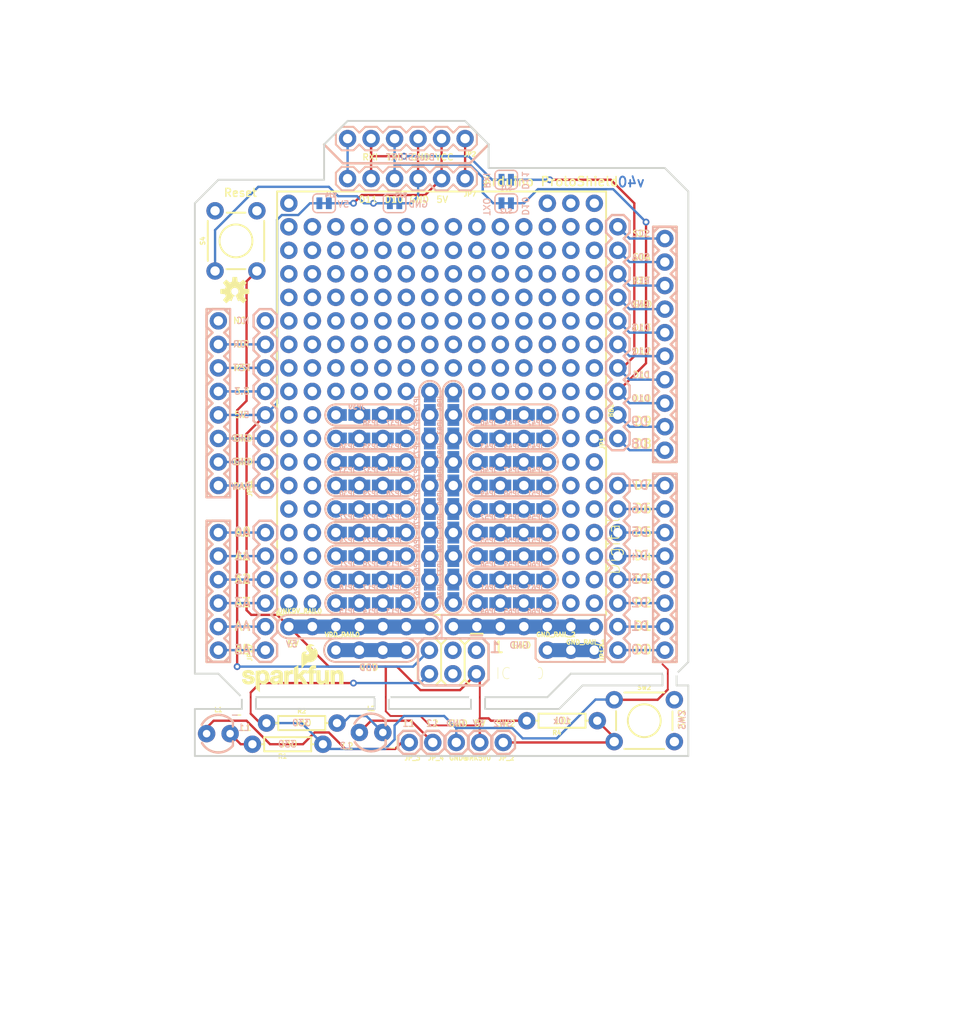
<source format=kicad_pcb>
(kicad_pcb (version 20211014) (generator pcbnew)
  (layers (0 "F.Cu" signal) (31 "B.Cu" signal) (34 "B.Paste" user) (35 "F.Paste" user) (36 "B.SilkS" user "B.Silkscreen") (37 "F.SilkS" user "F.Silkscreen") (38 "B.Mask" user) (39 "F.Mask" user) (44 "Edge.Cuts" user))
  (net 0 "")
  (net 1 "GND")
  (net 2 "N$6")
  (net 3 "N$7")
  (net 4 "RX")
  (net 5 "TX")
  (net 6 "D2")
  (net 7 "D3")
  (net 8 "D4")
  (net 9 "D5")
  (net 10 "D6")
  (net 11 "D7")
  (net 12 "D8")
  (net 13 "D9")
  (net 14 "D10")
  (net 15 "D11")
  (net 16 "D12")
  (net 17 "D13")
  (net 18 "RESET")
  (net 19 "5V")
  (net 20 "N$18")
  (net 21 "N$19")
  (net 22 "N$20")
  (net 23 "N$21")
  (net 24 "N$22")
  (net 25 "N$23")
  (net 26 "N$24")
  (net 27 "N$25")
  (net 28 "N$26")
  (net 29 "N$27")
  (net 30 "N$28")
  (net 31 "N$29")
  (net 32 "N$30")
  (net 33 "N$31")
  (net 34 "N$32")
  (net 35 "N$33")
  (net 36 "N$34")
  (net 37 "N$35")
  (net 38 "N$36")
  (net 39 "N$37")
  (net 40 "N$38")
  (net 41 "N$39")
  (net 42 "N$40")
  (net 43 "N$41")
  (net 44 "N$42")
  (net 45 "N$43")
  (net 46 "N$44")
  (net 47 "N$45")
  (net 48 "N$46")
  (net 49 "N$47")
  (net 50 "N$48")
  (net 51 "N$49")
  (net 52 "N$50")
  (net 53 "N$51")
  (net 54 "N$52")
  (net 55 "N$53")
  (net 56 "N$54")
  (net 57 "N$55")
  (net 58 "N$56")
  (net 59 "N$57")
  (net 60 "N$58")
  (net 61 "N$59")
  (net 62 "N$60")
  (net 63 "N$61")
  (net 64 "N$62")
  (net 65 "N$63")
  (net 66 "N$64")
  (net 67 "N$65")
  (net 68 "N$66")
  (net 69 "N$67")
  (net 70 "N$68")
  (net 71 "N$69")
  (net 72 "N$70")
  (net 73 "N$71")
  (net 74 "N$72")
  (net 75 "N$73")
  (net 76 "N$74")
  (net 77 "N$75")
  (net 78 "N$76")
  (net 79 "N$77")
  (net 80 "N$78")
  (net 81 "N$79")
  (net 82 "N$80")
  (net 83 "N$81")
  (net 84 "N$82")
  (net 85 "N$83")
  (net 86 "N$84")
  (net 87 "N$85")
  (net 88 "N$86")
  (net 89 "N$87")
  (net 90 "N$88")
  (net 91 "N$89")
  (net 92 "N$90")
  (net 93 "N$91")
  (net 94 "N$92")
  (net 95 "N$93")
  (net 96 "N$94")
  (net 97 "N$95")
  (net 98 "N$96")
  (net 99 "N$97")
  (net 100 "N$98")
  (net 101 "N$99")
  (net 102 "N$100")
  (net 103 "N$101")
  (net 104 "N$102")
  (net 105 "N$103")
  (net 106 "N$104")
  (net 107 "N$105")
  (net 108 "N$106")
  (net 109 "N$107")
  (net 110 "N$108")
  (net 111 "N$109")
  (net 112 "N$110")
  (net 113 "N$111")
  (net 114 "N$112")
  (net 115 "N$113")
  (net 116 "N$114")
  (net 117 "N$115")
  (net 118 "N$116")
  (net 119 "N$117")
  (net 120 "N$118")
  (net 121 "N$119")
  (net 122 "N$120")
  (net 123 "N$121")
  (net 124 "N$122")
  (net 125 "N$123")
  (net 126 "N$124")
  (net 127 "N$125")
  (net 128 "N$126")
  (net 129 "N$127")
  (net 130 "N$128")
  (net 131 "N$129")
  (net 132 "N$130")
  (net 133 "N$131")
  (net 134 "N$132")
  (net 135 "N$133")
  (net 136 "N$134")
  (net 137 "N$135")
  (net 138 "N$136")
  (net 139 "N$137")
  (net 140 "N$138")
  (net 141 "N$139")
  (net 142 "N$140")
  (net 143 "N$141")
  (net 144 "N$142")
  (net 145 "N$143")
  (net 146 "N$144")
  (net 147 "N$145")
  (net 148 "N$146")
  (net 149 "N$147")
  (net 150 "N$148")
  (net 151 "N$149")
  (net 152 "N$150")
  (net 153 "N$151")
  (net 154 "N$152")
  (net 155 "N$153")
  (net 156 "N$154")
  (net 157 "N$155")
  (net 158 "N$156")
  (net 159 "N$157")
  (net 160 "N$158")
  (net 161 "N$159")
  (net 162 "N$160")
  (net 163 "N$161")
  (net 164 "N$162")
  (net 165 "N$163")
  (net 166 "N$164")
  (net 167 "N$165")
  (net 168 "N$166")
  (net 169 "N$167")
  (net 170 "N$168")
  (net 171 "N$169")
  (net 172 "N$170")
  (net 173 "N$171")
  (net 174 "N$183")
  (net 175 "N$172")
  (net 176 "N$173")
  (net 177 "N$174")
  (net 178 "N$175")
  (net 179 "N$176")
  (net 180 "N$177")
  (net 181 "N$178")
  (net 182 "N$179")
  (net 183 "N$180")
  (net 184 "N$181")
  (net 185 "N$182")
  (net 186 "MOSI_NC")
  (net 187 "MISO_NC")
  (net 188 "SCK_NC")
  (net 189 "NC1")
  (net 190 "NC2")
  (net 191 "N$1")
  (net 192 "3.3")
  (net 193 "AREF")
  (net 194 "SDA")
  (net 195 "SCL")
  (net 196 "VIN")
  (net 197 "N$188")
  (net 198 "N$189")
  (net 199 "N$190")
  (net 200 "N$191")
  (net 201 "N$192")
  (net 202 "N$193")
  (net 203 "N$194")
  (net 204 "N$195")
  (net 205 "N$196")
  (net 206 "N$197")
  (net 207 "NC3")
  (net 208 "N$198")
  (net 209 "N$199")
  (net 210 "N$200")
  (net 211 "N$201")
  (net 212 "N$202")
  (net 213 "N$203")
  (net 214 "N$204")
  (net 215 "N$205")
  (net 216 "N$206")
  (net 217 "N$207")
  (net 218 "N$208")
  (net 219 "RX-I")
  (net 220 "TX-O")
  (net 221 "VCC")
  (net 222 "A1")
  (net 223 "A2")
  (net 224 "A5")
  (net 225 "N$8")
  (net 226 "N$9")
  (net 227 "N$184")
  (net 228 "N$185")
  (net 229 "N$186")
  (net 230 "N$187")
  (net 231 "N$209")
  (net 232 "N$210")
  (net 233 "N$211")
  (net 234 "N$212")
  (net 235 "N$213")
  (net 236 "N$214")
  (net 237 "N$215")
  (net 238 "N$216")
  (net 239 "N$217")
  (net 240 "N$218")
  (net 241 "N$5")
  (net 242 "N$219")
  (net 243 "N$221")
  (net 244 "N$222")
  (net 245 "N$223")
  (net 246 "N$224")
  (net 247 "N$225")
  (net 248 "N$226")
  (net 249 "N$227")
  (net 250 "N$228")
  (net 251 "N$229")
  (net 252 "N$230")
  (net 253 "N$231")
  (net 254 "N$232")
  (net 255 "N$233")
  (net 256 "N$234")
  (net 257 "N$235")
  (net 258 "N$236")
  (net 259 "N$237")
  (net 260 "N$239")
  (net 261 "N$240")
  (net 262 "N$241")
  (net 263 "N$242")
  (net 264 "N$243")
  (net 265 "N$244")
  (net 266 "N$245")
  (net 267 "N$246")
  (net 268 "N$247")
  (net 269 "N$248")
  (net 270 "N$249")
  (net 271 "N$250")
  (net 272 "N$251")
  (net 273 "N$252")
  (net 274 "N$253")
  (net 275 "N$254")
  (net 276 "N$255")
  (net 277 "N$263")
  (net 278 "N$264")
  (net 279 "N$265")
  (net 280 "N$3")
  (net 281 "N$4")
  (net 282 "N$2")
  (net 283 "VDD")
  (net 284 "JP3")
  (net 285 "JP4")
  (net 286 "D2_NC")
  (footprint "boardEagle:1X07_NO_SILK" (layer "F.Cu") (at 165.0111 125.3236 180)
    (fp_text reference "GND_RAIL_1")
    (fp_text value "")
  )
  (footprint "boardEagle:1X01" (layer "F.Cu") (at 152.6286 137.8331 180)
    (fp_text reference "UNK5V0")
    (fp_text value "")
  )
  (footprint "boardEagle:1X01" (layer "F.Cu") (at 155.1686 137.8331 180)
    (fp_text reference "JP_2")
    (fp_text value "")
  )
  (footprint "" (layer "F.Cu") (at 127.5461 132.9436)
    (fp_text reference "@HOLE1" hide)
    (fp_text value "")
  )
  (footprint "boardEagle:1X06" (layer "F.Cu") (at 151.0411 76.9366 180)
    (fp_text reference "JP7")
    (fp_text value "")
  )
  (footprint "" (layer "F.Cu") (at 142.7861 132.9436)
    (fp_text reference "@HOLE5" hide)
    (fp_text value "")
  )
  (footprint "boardEagle:SFE_LOGO_NAME_FLAME_.1" (layer "F.Cu") (at 126.5301 132.4356)
    (fp_text reference "U$1" hide)
    (fp_text value "SFE_LOGO_NAME_FLAME.1_INCH" hide)
  )
  (footprint "" (layer "F.Cu") (at 173.2661 130.4036)
    (fp_text reference "@HOLE8" hide)
    (fp_text value "")
  )
  (footprint "boardEagle:LED_3MM" (layer "F.Cu") (at 124.3711 136.8806)
    (fp_text reference "L1")
    (fp_text value "")
  )
  (footprint "" (layer "F.Cu") (at 151.6761 132.9436)
    (fp_text reference "@HOLE9" hide)
    (fp_text value "")
  )
  (footprint "boardEagle:1X10" (layer "F.Cu") (at 167.5511 105.0036 90)
    (fp_text reference "JP1")
    (fp_text value "")
  )
  (footprint "boardEagle:LED_3MM" (layer "F.Cu") (at 140.8811 136.7536)
    (fp_text reference "L2")
    (fp_text value "")
  )
  (footprint "boardEagle:1X04_NO_SILK" (layer "F.Cu") (at 137.0711 127.8636)
    (fp_text reference "VDD_RAIL0")
    (fp_text value "")
  )
  (footprint "" (layer "F.Cu") (at 152.3111 132.9436)
    (fp_text reference "@HOLE10" hide)
    (fp_text value "")
  )
  (footprint "boardEagle:OSHW-LOGO-S" (layer "F.Cu") (at 126.1491 89.1286)
    (fp_text reference "LOGO1" hide)
    (fp_text value "OSHW-LOGOS" hide)
  )
  (footprint "" (layer "F.Cu") (at 141.5161 132.9436)
    (fp_text reference "@HOLE3" hide)
    (fp_text value "")
  )
  (footprint "boardEagle:REVISION" (layer "F.Cu") (at 132.6261 167.8686)
    (fp_text reference "U$2" hide)
    (fp_text value "REVISION" hide)
  )
  (footprint "" (layer "F.Cu") (at 126.9111 132.9436)
    (fp_text reference "@HOLE0" hide)
    (fp_text value "")
  )
  (footprint "" (layer "F.Cu") (at 142.1511 132.9436)
    (fp_text reference "@HOLE4" hide)
    (fp_text value "")
  )
  (footprint "boardEagle:1X01" (layer "F.Cu") (at 145.0086 137.8331 180)
    (fp_text reference "JP_3")
    (fp_text value "")
  )
  (footprint "boardEagle:1X01" (layer "F.Cu") (at 150.0886 137.8331 180)
    (fp_text reference "GND0")
    (fp_text value "")
  )
  (footprint "boardEagle:1X03_NO_SILK" (layer "F.Cu") (at 159.9311 127.8636)
    (fp_text reference "GND_RAIL_2")
    (fp_text value "")
  )
  (footprint "" (layer "F.Cu") (at 173.9011 130.4036)
    (fp_text reference "@HOLE7" hide)
    (fp_text value "")
  )
  (footprint "boardEagle:AXIAL-0.3" (layer "F.Cu") (at 133.3881 135.7376)
    (fp_text reference "R2")
    (fp_text value "330")
  )
  (footprint "boardEagle:2X3" (layer "F.Cu") (at 152.2611 127.8766 180)
    (fp_text reference "ICSP0")
    (fp_text value "ICSP" hide)
  )
  (footprint "boardEagle:1X08" (layer "F.Cu") (at 129.4511 110.0836 90)
    (fp_text reference "JP11")
    (fp_text value "")
  )
  (footprint "boardEagle:UNO_R3_PROTO_SHIELD" (layer "F.Cu") (at 175.1711 73.2536 180)
    (fp_text reference "JP8" hide)
    (fp_text value "ARDUINO_R3_SHIELDR3_PROTO_SHIELD" hide)
    (fp_line (start 33.909 -60.96) (end 46.736 -60.96) (layer "Edge.Cuts") (width 0.2032))
    (fp_line (start 32.385 -60.96) (end 23.495 -60.96) (layer "Edge.Cuts") (width 0.2032))
    (fp_line (start 48.26 -60.96) (end 53.34 -60.96) (layer "Edge.Cuts") (width 0.2032))
    (fp_line (start 11.43 -58.42) (end 2.794 -58.42) (layer "Edge.Cuts") (width 0.2032))
    (fp_line (start 1.27 -58.42) (end 0 -58.42) (layer "Edge.Cuts") (width 0.2032))
    (fp_line (start 53.34 -6.35) (end 53.34 -57.15) (layer "Edge.Cuts") (width 0.2032))
    (fp_line (start 12.7 -57.15) (end 2.794 -57.15) (layer "Edge.Cuts") (width 0.2032))
    (fp_line (start 53.34 -66.04) (end 53.34 -60.96) (layer "Edge.Cuts") (width 0.2032))
    (fp_line (start 32.385 -59.69) (end 32.385 -60.96) (layer "Edge.Cuts") (width 0.2032))
    (fp_line (start 1.27 -57.15) (end 0 -55.88) (layer "Edge.Cuts") (width 0.2032))
    (fp_line (start 0 -58.42) (end 0 -66.04) (layer "Edge.Cuts") (width 0.2032))
    (fp_line (start 46.736 -59.69) (end 33.909 -59.69) (layer "Edge.Cuts") (width 0.2032))
    (fp_line (start 1.27 -58.42) (end 1.27 -57.15) (layer "Edge.Cuts") (width 0.2032))
    (fp_line (start 50.8 -57.15) (end 48.26 -59.69) (layer "Edge.Cuts") (width 0.2032))
    (fp_line (start 23.495 -59.69) (end 32.385 -59.69) (layer "Edge.Cuts") (width 0.2032))
    (fp_line (start 23.495 -59.69) (end 23.495 -60.96) (layer "Edge.Cuts") (width 0.2032))
    (fp_line (start 13.97 -60.96) (end 11.43 -58.42) (layer "Edge.Cuts") (width 0.2032))
    (fp_line (start 21.971 -60.96) (end 13.97 -60.96) (layer "Edge.Cuts") (width 0.2032))
    (fp_line (start 15.24 -59.69) (end 12.7 -57.15) (layer "Edge.Cuts") (width 0.2032))
    (fp_line (start 50.8 -3.81) (end 53.34 -6.35) (layer "Edge.Cuts") (width 0.2032))
    (fp_line (start 24.13 2.54) (end 36.83 2.54) (layer "Edge.Cuts") (width 0.2032))
    (fp_line (start 2.54 -2.54) (end 0 -5.08) (layer "Edge.Cuts") (width 0.2032))
    (fp_line (start 0 -55.88) (end 0 -5.08) (layer "Edge.Cuts") (width 0.2032))
    (fp_line (start 36.83 2.54) (end 39.37 0) (layer "Edge.Cuts") (width 0.2032))
    (fp_line (start 2.54 -2.54) (end 21.59 -2.54) (layer "Edge.Cuts") (width 0.2032))
    (fp_line (start 48.26 -59.69) (end 48.26 -60.96) (layer "Edge.Cuts") (width 0.2032))
    (fp_line (start 15.24 -59.69) (end 21.971 -59.69) (layer "Edge.Cuts") (width 0.2032))
    (fp_line (start 2.794 -58.42) (end 2.794 -57.15) (layer "Edge.Cuts") (width 0.2032))
    (fp_line (start 21.59 0) (end 24.13 2.54) (layer "Edge.Cuts") (width 0.2032))
    (fp_line (start 33.909 -59.69) (end 33.909 -60.96) (layer "Edge.Cuts") (width 0.2032))
    (fp_line (start 39.37 -3.81) (end 50.8 -3.81) (layer "Edge.Cuts") (width 0.2032))
    (fp_line (start 53.34 -57.15) (end 50.8 -57.15) (layer "Edge.Cuts") (width 0.2032))
    (fp_line (start 46.736 -60.96) (end 46.736 -59.69) (layer "Edge.Cuts") (width 0.2032))
    (fp_line (start 0 -66.04) (end 53.34 -66.04) (layer "Edge.Cuts") (width 0.2032))
    (fp_line (start 21.59 0) (end 21.59 -2.54) (layer "Edge.Cuts") (width 0.2032))
    (fp_line (start 39.37 0) (end 39.37 -3.81) (layer "Edge.Cuts") (width 0.2032))
    (fp_line (start 21.971 -59.69) (end 21.971 -60.96) (layer "Edge.Cuts") (width 0.2032))
  )
  (footprint "boardEagle:AXIAL-0.3" (layer "F.Cu") (at 161.5186 135.4836 180)
    (fp_text reference "R4")
    (fp_text value "10k")
  )
  (footprint "boardEagle:1X06" (layer "F.Cu") (at 151.0411 72.6186 180)
    (fp_text reference "JP2")
    (fp_text value "BlueSMiRF")
  )
  (footprint "boardEagle:CREATIVE_COMMONS" (layer "F.Cu") (at 121.088979 165.3286)
    (fp_text reference "FRAME1" hide)
    (fp_text value "FRAME-LETTER" hide)
  )
  (footprint "boardEagle:TACTILE_SWITCH_PTH_6.0MM" (layer "F.Cu") (at 170.4086 135.4836)
    (fp_text reference "SW2")
    (fp_text value "MOMENTARY-SWITCH-SPST-PTH-6.0MM")
  )
  (footprint "" (layer "F.Cu") (at 152.9461 132.9436)
    (fp_text reference "@HOLE11" hide)
    (fp_text value "")
  )
  (footprint "boardEagle:1X01" (layer "F.Cu") (at 147.5486 137.8331 180)
    (fp_text reference "JP_4")
    (fp_text value "")
  )
  (footprint "boardEagle:1X06" (layer "F.Cu") (at 129.4511 127.8636 90)
    (fp_text reference "JP10")
    (fp_text value "")
  )
  (footprint "boardEagle:BREADBOARD-MINI" (layer "F.Cu") (at 148.5011 101.1936 -90)
    (fp_text reference "BB1")
    (fp_text value "BREADBOARDMINI")
  )
  (footprint "" (layer "F.Cu") (at 128.1811 132.9436)
    (fp_text reference "@HOLE2" hide)
    (fp_text value "")
  )
  (footprint "boardEagle:1X07_NO_SILK" (layer "F.Cu") (at 131.9911 125.3236)
    (fp_text reference "UNK5V_RAIL0")
    (fp_text value "")
  )
  (footprint "boardEagle:AXIAL-0.3" (layer "F.Cu") (at 131.8641 138.0236 180)
    (fp_text reference "R1")
    (fp_text value "330")
  )
  (footprint "boardEagle:1X08" (layer "F.Cu") (at 167.5511 127.8636 90)
    (fp_text reference "JP12")
    (fp_text value "")
  )
  (footprint "boardEagle:TACTILE_SWITCH_PTH_6.0MM" (layer "F.Cu") (at 126.2761 83.6676 90)
    (fp_text reference "S4")
    (fp_text value "MOMENTARY-SWITCH-SPST-PTH-6.0MM")
  )
  (footprint "" (layer "F.Cu") (at 172.6311 130.4036)
    (fp_text reference "@HOLE6" hide)
    (fp_text value "")
  )
  (footprint "boardEagle:SMT-JUMPER_2_NO_NO-SILK" (layer "B.Cu") (at 138.3411 110.0836)
    (fp_text reference "JP30")
    (fp_text value "D_RAIL6")
  )
  (footprint "boardEagle:SMT-JUMPER_2_NO_NO-SILK" (layer "B.Cu") (at 149.7711 121.5136 -90)
    (fp_text reference "JP76")
    (fp_text value "D_RAIL11")
  )
  (footprint "boardEagle:SMT-JUMPER_2_NO_NO-SILK" (layer "B.Cu") (at 147.2311 118.9736 -90)
    (fp_text reference "JP68")
    (fp_text value "D_RAIL10")
  )
  (footprint "boardEagle:SMT-JUMPER_2_NO_NO-SILK" (layer "B.Cu") (at 143.4211 105.0036)
    (fp_text reference "JP34")
    (fp_text value "D_RAIL8")
  )
  (footprint "boardEagle:SMT-JUMPER_2_NO_NO-SILK" (layer "B.Cu") (at 138.3411 105.0036)
    (fp_text reference "JP36")
    (fp_text value "D_RAIL8")
  )
  (footprint "boardEagle:SMT-JUMPER_2_NO_NO-SILK" (layer "B.Cu") (at 158.6611 102.4636)
    (fp_text reference "JP42")
    (fp_text value "D_RAIL18")
  )
  (footprint "boardEagle:SMT-JUMPER_2_NO_NO-SILK" (layer "B.Cu") (at 153.5811 107.5436)
    (fp_text reference "JP46")
    (fp_text value "D_RAIL18")
  )
  (footprint "boardEagle:SMT-JUMPER_2_NO_NO-SILK" (layer "B.Cu") (at 149.7711 118.9736 -90)
    (fp_text reference "JP77")
    (fp_text value "D_RAIL11")
  )
  (footprint "boardEagle:SMT-JUMPER_2_NO_NO-SILK" (layer "B.Cu") (at 138.3411 102.4636 180)
    (fp_text reference "JP39")
    (fp_text value "D_RAIL9")
  )
  (footprint "boardEagle:SMT-JUMPER_2_NO_NO-SILK" (layer "B.Cu") (at 138.3411 122.7836)
    (fp_text reference "JP15")
    (fp_text value "D_RAIL1")
  )
  (footprint "boardEagle:SMT-JUMPER_2_NO_NO-SILK" (layer "B.Cu") (at 140.8811 120.2436)
    (fp_text reference "JP17")
    (fp_text value "D_RAIL2")
  )
  (footprint "boardEagle:SMT-JUMPER_2_NO_NO-SILK" (layer "B.Cu") (at 149.7711 101.1936 -90)
    (fp_text reference "JP84")
    (fp_text value "D_RAIL11")
  )
  (footprint "boardEagle:SMT-JUMPER_2_NO_NO-SILK" (layer "B.Cu") (at 147.2311 108.8136 -90)
    (fp_text reference "JP72")
    (fp_text value "D_RAIL10")
  )
  (footprint "boardEagle:SMT-JUMPER_2_NO_NO-SILK" (layer "B.Cu") (at 153.5811 120.2436)
    (fp_text reference "JP61")
    (fp_text value "D_RAIL13")
  )
  (footprint "boardEagle:SMT-JUMPER_2_NC_TRACE_SILK" (layer "B.Cu") (at 143.4211 79.6036 180)
    (fp_text reference "SJ3")
    (fp_text value "JUMPER-SMT_2_NC_TRACE_SILK")
  )
  (footprint "boardEagle:SMT-JUMPER_2_NO_NO-SILK" (layer "B.Cu") (at 147.2311 121.5136 -90)
    (fp_text reference "JP67")
    (fp_text value "D_RAIL10")
  )
  (footprint "boardEagle:SMT-JUMPER_2_NO_NO-SILK" (layer "B.Cu") (at 147.2311 106.2736 -90)
    (fp_text reference "JP73")
    (fp_text value "D_RAIL10")
  )
  (footprint "boardEagle:SMT-JUMPER_2_NO_NO-SILK" (layer "B.Cu") (at 156.1211 117.7036)
    (fp_text reference "JP59")
    (fp_text value "D_RAIL14")
  )
  (footprint "boardEagle:SMT-JUMPER_2_NO_NO-SILK" (layer "B.Cu") (at 140.8811 122.7836)
    (fp_text reference "JP14")
    (fp_text value "D_RAIL1")
  )
  (footprint "boardEagle:SMT-JUMPER_2_NO_NO-SILK" (layer "B.Cu") (at 153.5811 115.1636)
    (fp_text reference "JP55")
    (fp_text value "D_RAIL15")
  )
  (footprint "boardEagle:SMT-JUMPER_2_NO_NO-SILK" (layer "B.Cu") (at 158.6611 117.7036)
    (fp_text reference "JP60")
    (fp_text value "D_RAIL14")
  )
  (footprint "boardEagle:SMT-JUMPER_2_NO_NO-SILK" (layer "B.Cu") (at 156.1211 120.2436)
    (fp_text reference "JP62")
    (fp_text value "D_RAIL13")
  )
  (footprint "boardEagle:SMT-JUMPER_2_NO_NO-SILK" (layer "B.Cu") (at 138.3411 115.1636)
    (fp_text reference "JP24")
    (fp_text value "D_RAIL4")
  )
  (footprint "boardEagle:SMT-JUMPER_2_NO_NO-SILK" (layer "B.Cu") (at 138.3411 120.2436)
    (fp_text reference "JP18")
    (fp_text value "D_RAIL2")
  )
  (footprint "boardEagle:SMT-JUMPER_2_NO_NO-SILK" (layer "B.Cu") (at 153.5811 112.6236)
    (fp_text reference "JP52")
    (fp_text value "D_RAIL16")
  )
  (footprint "boardEagle:SMT-JUMPER_2_NO_NO-SILK" (layer "B.Cu") (at 143.4211 115.1636)
    (fp_text reference "JP22")
    (fp_text value "D_RAIL4")
  )
  (footprint "boardEagle:SMT-JUMPER_2_NO_NO-SILK" (layer "B.Cu") (at 140.8811 102.4636)
    (fp_text reference "JP38")
    (fp_text value "D_RAIL9")
  )
  (footprint "boardEagle:SMT-JUMPER_2_NO_NO-SILK" (layer "B.Cu") (at 138.3411 112.6236)
    (fp_text reference "JP27")
    (fp_text value "D_RAIL5")
  )
  (footprint "boardEagle:SMT-JUMPER_2_NC_TRACE_SILK" (layer "B.Cu") (at 135.8011 79.6036 180)
    (fp_text reference "SJ4")
    (fp_text value "JUMPER-SMT_2_NC_TRACE_SILK")
  )
  (footprint "boardEagle:SMT-JUMPER_2_NO_NO-SILK" (layer "B.Cu") (at 156.1211 112.6236)
    (fp_text reference "JP53")
    (fp_text value "D_RAIL16")
  )
  (footprint "boardEagle:SMT-JUMPER_2_NC_TRACE_SILK" (layer "B.Cu") (at 155.4861 79.6036)
    (fp_text reference "SJ2")
    (fp_text value "JUMPER-SMT_2_NC_TRACE_SILK")
  )
  (footprint "boardEagle:SMT-JUMPER_2_NO_NO-SILK" (layer "B.Cu") (at 140.8811 107.5436)
    (fp_text reference "JP32")
    (fp_text value "D_RAIL7")
  )
  (footprint "boardEagle:SMT-JUMPER_2_NO_NO-SILK" (layer "B.Cu") (at 153.5811 117.7036)
    (fp_text reference "JP58")
    (fp_text value "D_RAIL14")
  )
  (footprint "boardEagle:SMT-JUMPER_2_NO_NO-SILK" (layer "B.Cu") (at 140.8811 117.7036)
    (fp_text reference "JP20")
    (fp_text value "D_RAIL3")
  )
  (footprint "boardEagle:SMT-JUMPER_2_NO_NO-SILK" (layer "B.Cu") (at 156.1211 105.0036)
    (fp_text reference "JP44")
    (fp_text value "D_RAIL18")
  )
  (footprint "boardEagle:SMT-JUMPER_2_NO_NO-SILK" (layer "B.Cu") (at 143.4211 102.4636)
    (fp_text reference "JP37")
    (fp_text value "D_RAIL9")
  )
  (footprint "boardEagle:SMT-JUMPER_2_NO_NO-SILK" (layer "B.Cu") (at 147.2311 116.4336 -90)
    (fp_text reference "JP69")
    (fp_text value "D_RAIL10")
  )
  (footprint "boardEagle:SMT-JUMPER_2_NO_NO-SILK" (layer "B.Cu") (at 147.2311 103.7336 -90)
    (fp_text reference "JP74")
    (fp_text value "D_RAIL10")
  )
  (footprint "boardEagle:SMT-JUMPER_2_NO_NO-SILK" (layer "B.Cu") (at 158.6611 107.5436)
    (fp_text reference "JP48")
    (fp_text value "D_RAIL18")
  )
  (footprint "boardEagle:SMT-JUMPER_2_NO_NO-SILK" (layer "B.Cu") (at 140.8811 115.1636)
    (fp_text reference "JP23")
    (fp_text value "D_RAIL4")
  )
  (footprint "boardEagle:SMT-JUMPER_2_NO_NO-SILK" (layer "B.Cu") (at 143.4211 122.7836)
    (fp_text reference "JP13")
    (fp_text value "D_RAIL1")
  )
  (footprint "boardEagle:SMT-JUMPER_2_NO_NO-SILK" (layer "B.Cu") (at 156.1211 107.5436)
    (fp_text reference "JP47")
    (fp_text value "D_RAIL18")
  )
  (footprint "boardEagle:SMT-JUMPER_2_NO_NO-SILK" (layer "B.Cu") (at 147.2311 101.1936 -90)
    (fp_text reference "JP75")
    (fp_text value "D_RAIL10")
  )
  (footprint "boardEagle:SMT-JUMPER_2_NO_NO-SILK" (layer "B.Cu") (at 156.1211 110.0836)
    (fp_text reference "JP50")
    (fp_text value "D_RAIL17")
  )
  (footprint "boardEagle:SMT-JUMPER_2_NC_TRACE_SILK" (layer "B.Cu") (at 155.4861 77.0636)
    (fp_text reference "SJ1")
    (fp_text value "JUMPER-SMT_2_NC_TRACE_SILK")
  )
  (footprint "boardEagle:SMT-JUMPER_2_NO_NO-SILK" (layer "B.Cu") (at 156.1211 115.1636)
    (fp_text reference "JP56")
    (fp_text value "D_RAIL15")
  )
  (footprint "boardEagle:SMT-JUMPER_2_NO_NO-SILK" (layer "B.Cu") (at 138.3411 117.7036)
    (fp_text reference "JP21")
    (fp_text value "D_RAIL3")
  )
  (footprint "boardEagle:SMT-JUMPER_2_NO_NO-SILK" (layer "B.Cu") (at 140.8811 112.6236)
    (fp_text reference "JP26")
    (fp_text value "D_RAIL5")
  )
  (footprint "boardEagle:SMT-JUMPER_2_NO_NO-SILK" (layer "B.Cu") (at 158.6611 122.7836)
    (fp_text reference "JP66")
    (fp_text value "D_RAIL12")
  )
  (footprint "boardEagle:SMT-JUMPER_2_NO_NO-SILK" (layer "B.Cu") (at 140.8811 105.0036)
    (fp_text reference "JP35")
    (fp_text value "D_RAIL8")
  )
  (footprint "boardEagle:SMT-JUMPER_2_NO_NO-SILK" (layer "B.Cu") (at 158.6611 110.0836)
    (fp_text reference "JP51")
    (fp_text value "D_RAIL17")
  )
  (footprint "boardEagle:SMT-JUMPER_2_NO_NO-SILK" (layer "B.Cu") (at 138.3411 107.5436)
    (fp_text reference "JP33")
    (fp_text value "D_RAIL7")
  )
  (footprint "boardEagle:SMT-JUMPER_2_NO_NO-SILK" (layer "B.Cu") (at 149.7711 108.8136 -90)
    (fp_text reference "JP81")
    (fp_text value "D_RAIL11")
  )
  (footprint "boardEagle:SMT-JUMPER_2_NO_NO-SILK" (layer "B.Cu") (at 149.7711 111.3536 -90)
    (fp_text reference "JP80")
    (fp_text value "D_RAIL11")
  )
  (footprint "boardEagle:SMT-JUMPER_2_NO_NO-SILK" (layer "B.Cu") (at 153.5811 122.7836)
    (fp_text reference "JP64")
    (fp_text value "D_RAIL12")
  )
  (footprint "boardEagle:SMT-JUMPER_2_NO_NO-SILK" (layer "B.Cu") (at 143.4211 110.0836)
    (fp_text reference "JP28")
    (fp_text value "D_RAIL6")
  )
  (footprint "boardEagle:SMT-JUMPER_2_NO_NO-SILK" (layer "B.Cu") (at 158.6611 120.2436)
    (fp_text reference "JP63")
    (fp_text value "D_RAIL13")
  )
  (footprint "boardEagle:SMT-JUMPER_2_NO_NO-SILK" (layer "B.Cu") (at 143.4211 120.2436)
    (fp_text reference "JP16")
    (fp_text value "D_RAIL2")
  )
  (footprint "boardEagle:SMT-JUMPER_2_NO_NO-SILK" (layer "B.Cu") (at 149.7711 103.7336 -90)
    (fp_text reference "JP83")
    (fp_text value "D_RAIL11")
  )
  (footprint "boardEagle:SMT-JUMPER_2_NO_NO-SILK" (layer "B.Cu") (at 143.4211 112.6236)
    (fp_text reference "JP25")
    (fp_text value "D_RAIL5")
  )
  (footprint "boardEagle:SMT-JUMPER_2_NO_NO-SILK" (layer "B.Cu") (at 156.1211 102.4636)
    (fp_text reference "JP41")
    (fp_text value "D_RAIL18")
  )
  (footprint "boardEagle:SMT-JUMPER_2_NO_NO-SILK" (layer "B.Cu") (at 147.2311 111.3536 -90)
    (fp_text reference "JP71")
    (fp_text value "D_RAIL10")
  )
  (footprint "boardEagle:SMT-JUMPER_2_NO_NO-SILK" (layer "B.Cu") (at 147.2311 113.8936 -90)
    (fp_text reference "JP70")
    (fp_text value "D_RAIL10")
  )
  (footprint "boardEagle:SMT-JUMPER_2_NO_NO-SILK" (layer "B.Cu") (at 158.6611 105.0036)
    (fp_text reference "JP45")
    (fp_text value "D_RAIL18")
  )
  (footprint "boardEagle:SMT-JUMPER_2_NO_NO-SILK" (layer "B.Cu") (at 149.7711 116.4336 -90)
    (fp_text reference "JP78")
    (fp_text value "D_RAIL11")
  )
  (footprint "boardEagle:SMT-JUMPER_2_NO_NO-SILK" (layer "B.Cu") (at 153.5811 105.0036)
    (fp_text reference "JP43")
    (fp_text value "D_RAIL18")
  )
  (footprint "boardEagle:SMT-JUMPER_2_NO_NO-SILK" (layer "B.Cu") (at 149.7711 113.8936 -90)
    (fp_text reference "JP79")
    (fp_text value "D_RAIL11")
  )
  (footprint "boardEagle:SMT-JUMPER_2_NO_NO-SILK" (layer "B.Cu") (at 140.8811 110.0836)
    (fp_text reference "JP29")
    (fp_text value "D_RAIL6")
  )
  (footprint "boardEagle:SMT-JUMPER_2_NO_NO-SILK" (layer "B.Cu") (at 149.7711 106.2736 -90)
    (fp_text reference "JP82")
    (fp_text value "D_RAIL11")
  )
  (footprint "boardEagle:SMT-JUMPER_2_NO_NO-SILK" (layer "B.Cu") (at 153.5811 110.0836)
    (fp_text reference "JP49")
    (fp_text value "D_RAIL17")
  )
  (footprint "boardEagle:SMT-JUMPER_2_NO_NO-SILK" (layer "B.Cu") (at 156.1211 122.7836)
    (fp_text reference "JP65")
    (fp_text value "D_RAIL12")
  )
  (footprint "boardEagle:SMT-JUMPER_2_NO_NO-SILK" (layer "B.Cu") (at 158.6611 112.6236)
    (fp_text reference "JP54")
    (fp_text value "D_RAIL16")
  )
  (footprint "boardEagle:SMT-JUMPER_2_NO_NO-SILK" (layer "B.Cu") (at 158.6611 115.1636)
    (fp_text reference "JP57")
    (fp_text value "D_RAIL15")
  )
  (footprint "boardEagle:SMT-JUMPER_2_NO_NO-SILK" (layer "B.Cu") (at 153.5811 102.4636)
    (fp_text reference "JP40")
    (fp_text value "D_RAIL18")
  )
  (footprint "boardEagle:SMT-JUMPER_2_NO_NO-SILK" (layer "B.Cu") (at 143.4211 107.5436)
    (fp_text reference "JP31")
    (fp_text value "D_RAIL7")
  )
  (footprint "boardEagle:SMT-JUMPER_2_NO_NO-SILK" (layer "B.Cu") (at 143.4211 117.7036)
    (fp_text reference "JP19")
    (fp_text value "D_RAIL3")
  )
  (gr_line (start 171.3611 95.4786) (end 171.9961 94.8436) (layer "B.SilkS") (width 0.254))
  (gr_arc (start 148.5011 125.3236) (mid 148.129126 126.221626) (end 147.2311 126.5936) (layer "B.SilkS") (width 0.2032))
  (gr_line (start 168.8211 81.5086) (end 168.8211 82.7786) (layer "B.SilkS") (width 0.254))
  (gr_line (start 173.2661 102.4636) (end 173.9011 103.0986) (layer "B.SilkS") (width 0.254))
  (gr_arc (start 150.9141 122.7836) (mid 150.579323 123.591823) (end 149.7711 123.9266) (layer "B.SilkS") (width 0.2032))
  (gr_line (start 123.1011 125.9586) (end 123.1011 124.6886) (layer "B.SilkS") (width 0.254))
  (gr_arc (start 145.8341 122.7836) (mid 145.499323 123.591823) (end 144.6911 123.9266) (layer "B.SilkS") (width 0.2032))
  (gr_arc (start 144.6911 119.1006) (mid 145.499323 119.435377) (end 145.8341 120.2436) (layer "B.SilkS") (width 0.2032))
  (gr_line (start 171.9961 84.6836) (end 171.3611 84.0486) (layer "B.SilkS") (width 0.254))
  (gr_line (start 147.2311 71.9836) (end 147.8661 71.3486) (layer "B.SilkS") (width 0.2032))
  (gr_line (start 130.7211 92.9386) (end 130.0861 93.5736) (layer "B.SilkS") (width 0.254))
  (gr_line (start 147.2311 124.0536) (end 131.9911 124.0536) (layer "B.SilkS") (width 0.2032))
  (gr_line (start 137.7061 73.8886) (end 137.0711 73.2536) (layer "B.SilkS") (width 0.2032))
  (gr_line (start 130.0861 126.5936) (end 130.7211 127.2286) (layer "B.SilkS") (width 0.254))
  (gr_line (start 128.1811 95.4786) (end 128.1811 94.2086) (layer "B.SilkS") (width 0.254))
  (gr_line (start 128.1811 109.4486) (end 128.8161 108.8136) (layer "B.SilkS") (width 0.254))
  (gr_line (start 125.0061 98.6536) (end 125.6411 99.2886) (layer "B.SilkS") (width 0.254))
  (gr_line (start 171.3611 99.2886) (end 171.3611 98.0186) (layer "B.SilkS") (width 0.254))
  (gr_line (start 171.3611 92.9386) (end 171.9961 92.3036) (layer "B.SilkS") (width 0.254))
  (gr_line (start 123.1011 95.4786) (end 123.1011 94.2086) (layer "B.SilkS") (width 0.254))
  (gr_line (start 128.1811 122.1486) (end 128.8161 121.5136) (layer "B.SilkS") (width 0.254))
  (gr_line (start 168.1861 83.4136) (end 168.8211 84.0486) (layer "B.SilkS") (width 0.254))
  (gr_arc (start 145.8341 117.7036) (mid 145.499323 118.511823) (end 144.6911 118.8466) (layer "B.SilkS") (width 0.2032))
  (gr_line (start 130.0861 129.1336) (end 128.8161 129.1336) (layer "B.SilkS") (width 0.254))
  (gr_line (start 171.3611 103.0986) (end 171.9961 102.4636) (layer "B.SilkS") (width 0.254))
  (gr_line (start 152.3111 71.9836) (end 152.3111 73.2536) (layer "B.SilkS") (width 0.2032))
  (gr_line (start 168.8211 103.0986) (end 168.1861 103.7336) (layer "B.SilkS") (width 0.254))
  (gr_arc (start 151.1681 105.0036) (mid 151.502877 104.195377) (end 152.3111 103.8606) (layer "B.SilkS") (width 0.2032))
  (gr_line (start 173.2661 97.3836) (end 173.9011 98.0186) (layer "B.SilkS") (width 0.254))
  (gr_line (start 125.6411 100.5586) (end 125.0061 101.1936) (layer "B.SilkS") (width 0.254))
  (gr_line (start 168.8211 94.2086) (end 168.8211 95.4786) (layer "B.SilkS") (width 0.254))
  (gr_line (start 137.7061 75.6666) (end 138.9761 75.6666) (layer "B.SilkS") (width 0.2032))
  (gr_arc (start 137.0711 106.1466) (mid 136.262877 105.811823) (end 135.9281 105.0036) (layer "B.SilkS") (width 0.2032))
  (gr_line (start 152.3111 121.3866) (end 159.9311 121.3866) (layer "B.SilkS") (width 0.2032))
  (gr_line (start 128.1811 128.4986) (end 128.1811 127.2286) (layer "B.SilkS") (width 0.254))
  (gr_line (start 166.2811 99.2886) (end 166.9161 98.6536) (layer "B.SilkS") (width 0.254))
  (gr_line (start 144.6911 126.5936) (end 137.0711 126.5936) (layer "B.SilkS") (width 0.2032))
  (gr_line (start 151.3586 137.1981) (end 150.749 136.5885) (layer "B.SilkS") (width 0.254))
  (gr_line (start 130.7211 95.4786) (end 130.7211 94.2086) (layer "B.SilkS") (width 0.254))
  (gr_line (start 123.7361 96.1136) (end 123.1011 95.4786) (layer "B.SilkS") (width 0.254))
  (gr_line (start 146.5961 131.6736) (end 145.9611 131.0386) (layer "B.SilkS") (width 0.254))
  (gr_line (start 137.0711 106.1466) (end 144.6911 106.1466) (layer "B.SilkS") (width 0.2032))
  (gr_line (start 149.1361 78.2066) (end 147.8661 78.2066) (layer "B.SilkS") (width 0.2032))
  (gr_line (start 130.7211 125.9586) (end 130.7211 125.3236) (layer "B.SilkS") (width 0.254))
  (gr_arc (start 145.8341 110.0836) (mid 145.499323 110.891823) (end 144.6911 111.2266) (layer "B.SilkS") (width 0.2032))
  (gr_line (start 125.6411 114.5286) (end 125.6411 115.7986) (layer "B.SilkS") (width 0.254))
  (gr_line (start 125.0061 116.4336) (end 125.6411 115.7986) (layer "B.SilkS") (width 0.254))
  (gr_line (start 166.2811 90.3986) (end 166.2811 89.1286) (layer "B.SilkS") (width 0.254))
  (gr_arc (start 146.088099 100.050601) (mid 146.376794 99.161076) (end 147.2311 98.7806) (layer "B.SilkS") (width 0.2032))
  (gr_line (start 173.2661 105.0036) (end 173.9011 105.6386) (layer "B.SilkS") (width 0.254))
  (gr_line (start 146.5961 75.6666) (end 147.2311 76.3016) (layer "B.SilkS") (width 0.2032))
  (gr_line (start 159.0421 129.1336) (end 166.1541 129.1336) (layer "B.SilkS") (width 0.2032))
  (gr_arc (start 149.7711 123.9266) (mid 148.962877 123.591823) (end 148.6281 122.7836) (layer "B.SilkS") (width 0.2032))
  (gr_line (start 173.9011 101.8286) (end 173.2661 102.4636) (layer "B.SilkS") (width 0.254))
  (gr_arc (start 145.8341 107.5436) (mid 145.499323 108.351823) (end 144.6911 108.6866) (layer "B.SilkS") (width 0.2032))
  (gr_line (start 166.2811 87.8586) (end 166.2811 86.5886) (layer "B.SilkS") (width 0.254))
  (gr_line (start 168.8211 89.1286) (end 168.8211 90.3986) (layer "B.SilkS") (width 0.254))
  (gr_line (start 142.7861 71.3486) (end 144.0561 71.3486) (layer "B.SilkS") (width 0.2032))
  (gr_line (start 171.3611 122.1486) (end 171.9961 121.5136) (layer "B.SilkS") (width 0.254))
  (gr_line (start 173.9011 84.0486) (end 173.2661 84.6836) (layer "B.SilkS") (width 0.254))
  (gr_line (start 166.2811 125.9586) (end 166.2811 124.6886) (layer "B.SilkS") (width 0.254))
  (gr_line (start 166.9161 121.5136) (end 166.2811 120.8786) (layer "B.SilkS") (width 0.254))
  (gr_line (start 166.9161 101.1936) (end 166.2811 100.5586) (layer "B.SilkS") (width 0.254))
  (gr_arc (start 135.9281 110.0836) (mid 136.262877 109.275377) (end 137.0711 108.9406) (layer "B.SilkS") (width 0.2032))
  (gr_line (start 166.2811 115.7986) (end 166.2811 114.5286) (layer "B.SilkS") (width 0.254))
  (gr_line (start 125.6411 103.0986) (end 125.0061 103.7336) (layer "B.SilkS") (width 0.254))
  (gr_line (start 166.2811 100.5586) (end 166.2811 99.2886) (layer "B.SilkS") (width 0.254))
  (gr_line (start 145.3261 73.8886) (end 144.6911 73.2536) (layer "B.SilkS") (width 0.2032))
  (gr_line (start 152.3111 118.8466) (end 159.9311 118.8466) (layer "B.SilkS") (width 0.2032))
  (gr_line (start 168.8211 91.6686) (end 168.8211 92.9386) (layer "B.SilkS") (width 0.254))
  (gr_line (start 151.6761 75.6666) (end 152.3111 76.3016) (layer "B.SilkS") (width 0.2032))
  (gr_line (start 123.1011 124.6886) (end 123.7361 124.0536) (layer "B.SilkS") (width 0.254))
  (gr_arc (start 151.1681 122.7836) (mid 151.502877 121.975377) (end 152.3111 121.6406) (layer "B.SilkS") (width 0.2032))
  (gr_arc (start 151.1681 117.7036) (mid 151.502877 116.895377) (end 152.3111 116.5606) (layer "B.SilkS") (width 0.2032))
  (gr_arc (start 135.9281 115.1636) (mid 136.262877 114.355377) (end 137.0711 114.0206) (layer "B.SilkS") (width 0.2032))
  (gr_line (start 166.9161 85.9536) (end 166.2811 85.3186) (layer "B.SilkS") (width 0.254))
  (gr_line (start 173.9011 95.4786) (end 173.9011 96.7486) (layer "B.SilkS") (width 0.254))
  (gr_line (start 143.8148 138.5316) (end 144.3482 139.065) (layer "B.SilkS") (width 0.254))
  (gr_line (start 146.5961 71.3486) (end 147.2311 71.9836) (layer "B.SilkS") (width 0.2032))
  (gr_line (start 159.9311 119.1006) (end 152.3111 119.1006) (layer "B.SilkS") (width 0.2032))
  (gr_line (start 137.7061 71.3486) (end 138.9761 71.3486) (layer "B.SilkS") (width 0.2032))
  (gr_line (start 145.3261 71.3486) (end 146.5961 71.3486) (layer "B.SilkS") (width 0.2032))
  (gr_line (start 144.6911 77.5716) (end 144.0561 78.2066) (layer "B.SilkS") (width 0.2032))
  (gr_line (start 171.9961 99.9236) (end 171.3611 99.2886) (layer "B.SilkS") (width 0.254))
  (gr_arc (start 152.3111 113.7666) (mid 151.502877 113.431823) (end 151.1681 112.6236) (layer "B.SilkS") (width 0.2032))
  (gr_line (start 123.1011 119.6086) (end 123.7361 118.9736) (layer "B.SilkS") (width 0.254))
  (gr_line (start 166.2811 103.0986) (end 166.2811 101.8286) (layer "B.SilkS") (width 0.254))
  (gr_line (start 130.0861 103.7336) (end 130.7211 104.3686) (layer "B.SilkS") (width 0.254))
  (gr_arc (start 147.2311 98.7806) (mid 148.039323 99.115377) (end 148.3741 99.9236) (layer "B.SilkS") (width 0.2032))
  (gr_line (start 128.1811 99.2886) (end 128.8161 98.6536) (layer "B.SilkS") (width 0.254))
  (gr_line (start 168.8211 87.8586) (end 168.1861 88.4936) (layer "B.SilkS") (width 0.254))
  (gr_line (start 166.2811 92.9386) (end 166.2811 91.6686) (layer "B.SilkS") (width 0.254))
  (gr_line (start 123.1011 128.4986) (end 123.1011 127.2286) (layer "B.SilkS") (width 0.254))
  (gr_line (start 125.6411 125.9586) (end 125.0061 126.5936) (layer "B.SilkS") (width 0.254))
  (gr_line (start 173.9011 123.4186) (end 173.2661 124.0536) (layer "B.SilkS") (width 0.254))
  (gr_line (start 173.2661 84.6836) (end 173.9011 85.3186) (layer "B.SilkS") (width 0.254))
  (gr_line (start 125.6411 95.4786) (end 125.0061 96.1136) (layer "B.SilkS") (width 0.254))
  (gr_line (start 149.7711 77.5716) (end 149.1361 78.2066) (layer "B.SilkS") (width 0.2032))
  (gr_line (start 149.1361 75.6666) (end 149.7711 76.3016) (layer "B.SilkS") (width 0.2032))
  (gr_line (start 149.1361 73.8886) (end 147.8661 73.8886) (layer "B.SilkS") (width 0.2032))
  (gr_line (start 166.9161 108.8136) (end 168.1861 108.8136) (layer "B.SilkS") (width 0.254))
  (gr_line (start 171.3611 100.5586) (end 171.9961 99.9236) (layer "B.SilkS") (width 0.254))
  (gr_line (start 173.2661 124.0536) (end 173.9011 124.6886) (layer "B.SilkS") (width 0.254))
  (gr_line (start 142.1511 73.2536) (end 141.5161 73.8886) (layer "B.SilkS") (width 0.2032))
  (gr_line (start 148.3741 122.7836) (end 148.3741 99.9236) (layer "B.SilkS") (width 0.2032))
  (gr_line (start 123.1011 115.7986) (end 123.1011 114.5286) (layer "B.SilkS") (width 0.254))
  (gr_line (start 168.8211 86.5886) (end 168.8211 87.8586) (layer "B.SilkS") (width 0.254))
  (gr_line (start 123.7361 103.7336) (end 123.1011 103.0986) (layer "B.SilkS") (width 0.254))
  (gr_line (start 125.6411 106.9086) (end 125.6411 108.1786) (layer "B.SilkS") (width 0.254))
  (gr_line (start 168.8211 95.4786) (end 168.1861 96.1136) (layer "B.SilkS") (width 0.254))
  (gr_line (start 144.6911 111.4806) (end 137.0711 111.4806) (layer "B.SilkS") (width 0.2032))
  (gr_line (start 128.1811 91.6686) (end 128.8161 91.0336) (layer "B.SilkS") (width 0.254))
  (gr_arc (start 137.0711 121.3866) (mid 136.262877 121.051823) (end 135.9281 120.2436) (layer "B.SilkS") (width 0.2032))
  (gr_line (start 173.9011 118.3386) (end 173.2661 118.9736) (layer "B.SilkS") (width 0.254))
  (gr_line (start 130.0861 121.5136) (end 130.7211 122.1486) (layer "B.SilkS") (width 0.254))
  (gr_arc (start 152.3111 118.8466) (mid 151.502877 118.511823) (end 151.1681 117.7036) (layer "B.SilkS") (width 0.2032))
  (gr_arc (start 149.7711 98.7806) (mid 150.579323 99.115377) (end 150.9141 99.9236) (layer "B.SilkS") (width 0.2032))
  (gr_line (start 123.7361 118.9736) (end 123.1011 118.3386) (layer "B.SilkS") (width 0.254))
  (gr_line (start 168.8211 100.5586) (end 168.1861 101.1936) (layer "B.SilkS") (width 0.254))
  (gr_line (start 128.1811 123.4186) (end 128.1811 122.1486) (layer "B.SilkS") (width 0.254))
  (gr_line (start 171.3611 104.3686) (end 171.3611 103.0986) (layer "B.SilkS") (width 0.254))
  (gr_line (start 149.7711 73.2536) (end 149.1361 73.8886) (layer "B.SilkS") (width 0.2032))
  (gr_line (start 130.7211 92.9386) (end 130.7211 91.7956) (layer "B.SilkS") (width 0.254))
  (gr_line (start 125.0061 121.5136) (end 125.6411 120.8786) (layer "B.SilkS") (width 0.254))
  (gr_line (start 171.9961 118.9736) (end 171.3611 118.3386) (layer "B.SilkS") (width 0.254))
  (gr_line (start 171.3611 96.7486) (end 171.3611 95.4786) (layer "B.SilkS") (width 0.254))
  (gr_arc (start 144.6911 101.3206) (mid 145.499323 101.655377) (end 145.8341 102.4636) (layer "B.SilkS") (width 0.2032))
  (gr_line (start 171.3611 82.1436) (end 173.9011 82.1436) (layer "B.SilkS") (width 0.254))
  (gr_line (start 168.8211 122.1486) (end 168.8211 123.4186) (layer "B.SilkS") (width 0.254))
  (gr_line (start 173.2661 121.5136) (end 173.9011 122.1486) (layer "B.SilkS") (width 0.254))
  (gr_line (start 146.5961 78.2066) (end 145.3261 78.2066) (layer "B.SilkS") (width 0.2032))
  (gr_line (start 171.3611 107.5436) (end 171.3611 82.1436) (layer "B.SilkS") (width 0.254))
  (gr_line (start 168.8211 117.0686) (end 168.8211 118.3386) (layer "B.SilkS") (width 0.254))
  (gr_line (start 148.9202 137.1219) (end 148.9202 138.5316) (layer "B.SilkS") (width 0.254))
  (gr_arc (start 152.3111 111.2266) (mid 151.502877 110.891823) (end 151.1681 110.0836) (layer "B.SilkS") (width 0.2032))
  (gr_line (start 152.3111 103.6066) (end 159.9311 103.6066) (layer "B.SilkS") (width 0.2032))
  (gr_line (start 123.1011 101.8286) (end 123.7361 101.1936) (layer "B.SilkS") (width 0.254))
  (gr_line (start 142.7861 78.2066) (end 142.1511 77.5716) (layer "B.SilkS") (width 0.2032))
  (gr_line (start 125.6411 94.2086) (end 125.6411 95.4786) (layer "B.SilkS") (width 0.254))
  (gr_line (start 130.0861 98.6536) (end 130.7211 99.2886) (layer "B.SilkS") (width 0.254))
  (gr_line (start 123.1011 91.6686) (end 123.7361 91.0336) (layer "B.SilkS") (width 0.254))
  (gr_line (start 146.9009 136.5885) (end 146.3675 137.1219) (layer "B.SilkS") (width 0.254))
  (gr_line (start 128.1811 110.7186) (end 128.1811 109.4486) (layer "B.SilkS") (width 0.254))
  (gr_line (start 152.3111 113.7666) (end 159.9311 113.7666) (layer "B.SilkS") (width 0.2032))
  (gr_line (start 128.1811 119.6086) (end 128.8161 118.9736) (layer "B.SilkS") (width 0.254))
  (gr_line (start 128.8161 103.7336) (end 128.1811 103.0986) (layer "B.SilkS") (width 0.254))
  (gr_line (start 152.3111 73.2536) (end 151.6761 73.8886) (layer "B.SilkS") (width 0.2032))
  (gr_line (start 153.5811 131.0386) (end 152.9461 131.6736) (layer "B.SilkS") (width 0.254))
  (gr_line (start 130.7211 100.5586) (end 130.0861 101.1936) (layer "B.SilkS") (width 0.254))
  (gr_line (start 142.7861 75.6666) (end 144.0561 75.6666) (layer "B.SilkS") (width 0.2032))
  (gr_line (start 171.3611 114.5286) (end 171.9961 113.8936) (layer "B.SilkS") (width 0.254))
  (gr_arc (start 144.6911 111.4806) (mid 145.499323 111.815377) (end 145.8341 112.6236) (layer "B.SilkS") (width 0.2032))
  (gr_line (start 141.5161 73.8886) (end 140.2461 73.8886) (layer "B.SilkS") (width 0.2032))
  (gr_line (start 173.9011 115.7986) (end 173.2661 116.4336) (layer "B.SilkS") (width 0.254))
  (gr_line (start 138.9761 78.2066) (end 137.7061 78.2066) (layer "B.SilkS") (width 0.2032))
  (gr_line (start 146.3675 138.5316) (end 146.9009 139.065) (layer "B.SilkS") (width 0.254))
  (gr_line (start 123.1011 122.1486) (end 123.7361 121.5136) (layer "B.SilkS") (width 0.254))
  (gr_arc (start 137.0711 113.7666) (mid 136.262877 113.431823) (end 135.9281 112.6236) (layer "B.SilkS") (width 0.2032))
  (gr_line (start 137.0711 121.3866) (end 144.6911 121.3866) (layer "B.SilkS") (width 0.2032))
  (gr_line (start 168.8211 111.9886) (end 168.8211 113.2586) (layer "B.SilkS") (width 0.254))
  (gr_line (start 166.2811 91.6686) (end 166.9161 91.0336) (layer "B.SilkS") (width 0.254))
  (gr_line (start 150.4061 75.6666) (end 151.6761 75.6666) (layer "B.SilkS") (width 0.2032))
  (gr_line (start 171.3611 85.3186) (end 171.9961 84.6836) (layer "B.SilkS") (width 0.254))
  (gr_line (start 125.6411 91.0336) (end 123.1011 91.0336) (layer "B.SilkS") (width 0.254))
  (gr_arc (start 135.9281 107.5436) (mid 136.262877 106.735377) (end 137.0711 106.4006) (layer "B.SilkS") (width 0.2032))
  (gr_line (start 130.0861 111.3536) (end 128.8161 111.3536) (layer "B.SilkS") (width 0.254))
  (gr_arc (start 131.9911 126.5936) (mid 131.093074 126.221626) (end 130.7211 125.3236) (layer "B.SilkS") (width 0.2032))
  (gr_line (start 130.7211 105.6386) (end 130.0861 106.2736) (layer "B.SilkS") (width 0.254))
  (gr_line (start 125.6411 117.0686) (end 125.6411 118.3386) (layer "B.SilkS") (width 0.254))
  (gr_line (start 171.9961 124.0536) (end 171.3611 123.4186) (layer "B.SilkS") (width 0.254))
  (gr_line (start 171.9961 92.3036) (end 171.3611 91.6686) (layer "B.SilkS") (width 0.254))
  (gr_arc (start 147.2311 124.0536) (mid 148.129126 124.425574) (end 148.5011 125.3236) (layer "B.SilkS") (width 0.2032))
  (gr_arc (start 161.0741 112.6236) (mid 160.739323 113.431823) (end 159.9311 113.7666) (layer "B.SilkS") (width 0.2032))
  (gr_line (start 173.9011 120.8786) (end 173.2661 121.5136) (layer "B.SilkS") (width 0.254))
  (gr_line (start 171.9961 129.1336) (end 171.3611 128.4986) (layer "B.SilkS") (width 0.254))
  (gr_line (start 128.1811 101.8286) (end 128.8161 101.1936) (layer "B.SilkS") (width 0.254))
  (gr_line (start 128.1811 94.2086) (end 128.8161 93.5736) (layer "B.SilkS") (width 0.254))
  (gr_line (start 166.2811 113.2586) (end 166.2811 111.9886) (layer "B.SilkS") (width 0.254))
  (gr_line (start 155.8163 136.5885) (end 154.5209 136.5885) (layer "B.SilkS") (width 0.254))
  (gr_line (start 130.7211 127.2286) (end 130.7211 128.4986) (layer "B.SilkS") (width 0.254))
  (gr_line (start 166.2811 109.4486) (end 166.9161 108.8136) (layer "B.SilkS") (width 0.254))
  (gr_line (start 130.7211 118.3386) (end 130.0861 118.9736) (layer "B.SilkS") (width 0.254))
  (gr_line (start 173.2661 129.1336) (end 173.9011 128.4986) (layer "B.SilkS") (width 0.254))
  (gr_line (start 123.7361 93.5736) (end 123.1011 92.9386) (layer "B.SilkS") (width 0.254))
  (gr_line (start 128.8161 108.8136) (end 128.1811 108.1786) (layer "B.SilkS") (width 0.254))
  (gr_arc (start 148.6281 99.9236) (mid 148.962877 99.115377) (end 149.7711 98.7806) (layer "B.SilkS") (width 0.2032))
  (gr_line (start 141.5161 78.2066) (end 140.2461 78.2066) (layer "B.SilkS") (width 0.2032))
  (gr_line (start 166.2811 85.3186) (end 166.2811 84.0486) (layer "B.SilkS") (width 0.254))
  (gr_line (start 148.8059 138.4554) (end 148.8059 137.1981) (layer "B.SilkS") (width 0.254))
  (gr_line (start 171.3611 111.9886) (end 171.9961 111.3536) (layer "B.SilkS") (width 0.254))
  (gr_line (start 171.3611 120.8786) (end 171.3611 119.6086) (layer "B.SilkS") (width 0.254))
  (gr_line (start 147.2311 76.3016) (end 147.8661 75.6666) (layer "B.SilkS") (width 0.2032))
  (gr_line (start 130.7211 98.0186) (end 130.0861 98.6536) (layer "B.SilkS") (width 0.254))
  (gr_line (start 130.0861 113.8936) (end 130.7211 114.5286) (layer "B.SilkS") (width 0.254))
  (gr_line (start 139.6111 71.9836) (end 140.2461 71.3486) (layer "B.SilkS") (width 0.2032))
  (gr_line (start 123.1011 108.1786) (end 123.1011 106.9086) (layer "B.SilkS") (width 0.254))
  (gr_line (start 166.2811 120.8786) (end 166.2811 119.6086) (layer "B.SilkS") (width 0.254))
  (gr_line (start 144.6911 73.2536) (end 144.0561 73.8886) (layer "B.SilkS") (width 0.2032))
  (gr_line (start 173.9011 107.5436) (end 171.3611 107.5436) (layer "B.SilkS") (width 0.254))
  (gr_line (start 168.1861 111.3536) (end 168.8211 111.9886) (layer "B.SilkS") (width 0.254))
  (gr_line (start 150.9141 122.7836) (end 150.9141 99.9236) (layer "B.SilkS") (width 0.2032))
  (gr_arc (start 161.0741 102.4636) (mid 160.739323 103.271823) (end 159.9311 103.6066) (layer "B.SilkS") (width 0.2032))
  (gr_line (start 123.1011 98.0186) (end 123.1011 96.7486) (layer "B.SilkS") (width 0.254))
  (gr_line (start 171.3611 117.0686) (end 171.9961 116.4336) (layer "B.SilkS") (width 0.254))
  (gr_line (start 168.8211 92.9386) (end 168.1861 93.5736) (layer "B.SilkS") (width 0.254))
  (gr_line (start 147.8661 75.6666) (end 149.1361 75.6666) (layer "B.SilkS") (width 0.2032))
  (gr_line (start 154.5209 136.5885) (end 153.9875 137.1219) (layer "B.SilkS") (width 0.254))
  (gr_arc (start 130.7211 125.3236) (mid 131.093074 124.425574) (end 131.9911 124.0536) (layer "B.SilkS") (width 0.2032))
  (gr_line (start 168.8211 104.3686) (end 168.8211 105.6386) (layer "B.SilkS") (width 0.254))
  (gr_line (start 173.9011 98.0186) (end 173.9011 99.2886) (layer "B.SilkS") (width 0.254))
  (gr_line (start 159.9311 116.5606) (end 152.3111 116.5606) (layer "B.SilkS") (width 0.2032))
  (gr_line (start 173.9011 124.6886) (end 173.9011 125.9586) (layer "B.SilkS") (width 0.254))
  (gr_line (start 128.1811 124.6886) (end 128.8161 124.0536) (layer "B.SilkS") (width 0.254))
  (gr_line (start 153.2636 139.065) (end 153.8732 138.4554) (layer "B.SilkS") (width 0.254))
  (gr_line (start 147.8661 78.2066) (end 147.2311 77.5716) (layer "B.SilkS") (width 0.2032))
  (gr_line (start 173.9011 85.3186) (end 173.9011 86.5886) (layer "B.SilkS") (width 0.254))
  (gr_line (start 168.8211 127.2286) (end 168.8211 128.4986) (layer "B.SilkS") (width 0.254))
  (gr_line (start 168.8211 84.0486) (end 168.8211 85.3186) (layer "B.SilkS") (width 0.254))
  (gr_line (start 130.7211 125.9586) (end 130.0861 126.5936) (layer "B.SilkS") (width 0.254))
  (gr_line (start 148.1963 139.065) (end 148.8059 138.4554) (layer "B.SilkS") (width 0.254))
  (gr_line (start 125.6411 98.0186) (end 125.0061 98.6536) (layer "B.SilkS") (width 0.254))
  (gr_line (start 173.9011 103.0986) (end 173.9011 104.3686) (layer "B.SilkS") (width 0.254))
  (gr_line (start 166.2811 104.3686) (end 166.9161 103.7336) (layer "B.SilkS") (width 0.254))
  (gr_line (start 152.3111 106.1466) (end 159.9311 106.1466) (layer "B.SilkS") (width 0.2032))
  (gr_line (start 130.7211 105.6386) (end 130.7211 104.3686) (layer "B.SilkS") (width 0.254))
  (gr_line (start 168.1861 96.1136) (end 168.8211 96.7486) (layer "B.SilkS") (width 0.254))
  (gr_line (start 171.9961 107.5436) (end 171.3611 106.9086) (layer "B.SilkS") (width 0.254))
  (gr_line (start 123.1011 120.8786) (end 123.7361 121.5136) (layer "B.SilkS") (width 0.254))
  (gr_line (start 168.1861 121.5136) (end 168.8211 122.1486) (layer "B.SilkS") (width 0.254))
  (gr_arc (start 144.6911 108.9406) (mid 145.499323 109.275377) (end 145.8341 110.0836) (layer "B.SilkS") (width 0.2032))
  (gr_line (start 148.9202 138.5316) (end 149.4536 139.065) (layer "B.SilkS") (width 0.254))
  (gr_line (start 173.9011 113.2586) (end 173.2661 113.8936) (layer "B.SilkS") (width 0.254))
  (gr_arc (start 152.3111 121.3866) (mid 151.502877 121.051823) (end 151.1681 120.2436) (layer "B.SilkS") (width 0.2032))
  (gr_line (start 137.0711 103.6066) (end 144.6911 103.6066) (layer "B.SilkS") (width 0.2032))
  (gr_line (start 125.6411 108.1786) (end 125.0061 108.8136) (layer "B.SilkS") (width 0.254))
  (gr_line (start 173.2661 82.1436) (end 173.9011 82.7786) (layer "B.SilkS") (width 0.254))
  (gr_line (start 142.7861 73.8886) (end 142.1511 73.2536) (layer "B.SilkS") (width 0.2032))
  (gr_line (start 152.3111 111.2266) (end 159.9311 111.2266) (layer "B.SilkS") (width 0.2032))
  (gr_line (start 123.7361 129.1336) (end 123.1011 128.4986) (layer "B.SilkS") (width 0.254))
  (gr_line (start 150.4061 73.8886) (end 149.7711 73.2536) (layer "B.SilkS") (width 0.2032))
  (gr_line (start 152.3111 108.6866) (end 159.9311 108.6866) (layer "B.SilkS") (width 0.2032))
  (gr_line (start 125.6411 129.1336) (end 125.6411 113.8936) (layer "B.SilkS") (width 0.254))
  (gr_line (start 168.8211 123.4186) (end 168.1861 124.0536) (layer "B.SilkS") (width 0.254))
  (gr_line (start 148.5011 124.0536) (end 148.5011 126.5936) (layer "B.SilkS") (width 0.2032))
  (gr_line (start 128.1811 92.9386) (end 128.1811 91.6686) (layer "B.SilkS") (width 0.254))
  (gr_line (start 171.3611 105.6386) (end 171.9961 105.0036) (layer "B.SilkS") (width 0.254))
  (gr_line (start 123.7361 113.8936) (end 125.0061 113.8936) (layer "B.SilkS") (width 0.254))
  (gr_line (start 168.1861 129.1336) (end 166.9161 129.1336) (layer "B.SilkS") (width 0.254))
  (gr_line (start 173.9011 129.1336) (end 173.9011 108.8136) (layer "B.SilkS") (width 0.254))
  (gr_line (start 173.9011 82.1436) (end 173.9011 107.5436) (layer "B.SilkS") (width 0.254))
  (gr_line (start 145.9611 131.0386) (end 145.9611 127.8636) (layer "B.SilkS") (width 0.254))
  (gr_line (start 125.0061 118.9736) (end 125.6411 119.6086) (layer "B.SilkS") (width 0.254))
  (gr_line (start 128.1811 100.5586) (end 128.1811 99.2886) (layer "B.SilkS") (width 0.254))
  (gr_line (start 123.1011 129.1336) (end 125.6411 129.1336) (layer "B.SilkS") (width 0.254))
  (gr_arc (start 145.8341 120.2436) (mid 145.499323 121.051823) (end 144.6911 121.3866) (layer "B.SilkS") (width 0.2032))
  (gr_line (start 130.7211 97.8916) (end 130.7211 96.7486) (layer "B.SilkS") (width 0.254))
  (gr_line (start 123.1011 120.8786) (end 123.1011 119.6086) (layer "B.SilkS") (width 0.254))
  (gr_line (start 171.3611 94.2086) (end 171.3611 92.9386) (layer "B.SilkS") (width 0.254))
  (gr_line (start 130.7211 118.3386) (end 130.7211 117.0686) (layer "B.SilkS") (width 0.254))
  (gr_line (start 168.1861 118.9736) (end 168.8211 119.6086) (layer "B.SilkS") (width 0.254))
  (gr_line (start 130.7211 103.0986) (end 130.0861 103.7336) (layer "B.SilkS") (width 0.254))
  (gr_line (start 166.2811 119.6086) (end 166.9161 118.9736) (layer "B.SilkS") (width 0.254))
  (gr_arc (start 137.0711 108.6866) (mid 136.262877 108.351823) (end 135.9281 107.5436) (layer "B.SilkS") (width 0.2032))
  (gr_line (start 130.0861 116.4336) (end 130.7211 117.0686) (layer "B.SilkS") (width 0.254))
  (gr_line (start 171.3611 98.0186) (end 171.9961 97.3836) (layer "B.SilkS") (width 0.254))
  (gr_line (start 171.9961 121.5136) (end 171.3611 120.8786) (layer "B.SilkS") (width 0.254))
  (gr_line (start 171.3611 94.2086) (end 171.9961 94.8436) (layer "B.SilkS") (width 0.254))
  (gr_line (start 130.0861 93.5736) (end 130.7211 94.2086) (layer "B.SilkS") (width 0.254))
  (gr_line (start 123.1011 94.2086) (end 123.7361 93.5736) (layer "B.SilkS") (width 0.254))
  (gr_line (start 123.7361 106.2736) (end 123.1011 105.6386) (layer "B.SilkS") (width 0.254))
  (gr_line (start 123.1011 105.6386) (end 123.1011 104.3686) (layer "B.SilkS") (width 0.254))
  (gr_line (start 153.2636 136.5885) (end 151.9682 136.5885) (layer "B.SilkS") (width 0.254))
  (gr_arc (start 159.9311 108.9406) (mid 160.739323 109.275377) (end 161.0741 110.0836) (layer "B.SilkS") (width 0.2032))
  (gr_line (start 125.0061 103.7336) (end 125.6411 104.3686) (layer "B.SilkS") (width 0.254))
  (gr_line (start 125.6411 111.3536) (end 125.6411 91.0336) (layer "B.SilkS") (width 0.254))
  (gr_line (start 128.8161 111.3536) (end 128.1811 110.7186) (layer "B.SilkS") (width 0.254))
  (gr_line (start 173.9011 127.2286) (end 173.9011 128.4986) (layer "B.SilkS") (width 0.254))
  (gr_line (start 166.9161 96.1136) (end 166.2811 95.4786) (layer "B.SilkS") (width 0.254))
  (gr_line (start 146.2532 138.4554) (end 146.2532 137.1981) (layer "B.SilkS") (width 0.254))
  (gr_line (start 146.2532 137.1981) (end 145.6436 136.5885) (layer "B.SilkS") (width 0.254))
  (gr_line (start 125.0061 108.8136) (end 125.6411 109.4486) (layer "B.SilkS") (width 0.254))
  (gr_line (start 171.9961 89.7636) (end 171.3611 89.1286) (layer "B.SilkS") (width 0.254))
  (gr_line (start 140.2461 78.2066) (end 139.6111 77.5716) (layer "B.SilkS") (width 0.2032))
  (gr_line (start 128.1811 104.3686) (end 128.8161 103.7336) (layer "B.SilkS") (width 0.254))
  (gr_line (start 144.6911 116.5606) (end 137.0711 116.5606) (layer "B.SilkS") (width 0.2032))
  (gr_arc (start 137.0711 118.8466) (mid 136.262877 118.511823) (end 135.9281 117.7036) (layer "B.SilkS") (width 0.2032))
  (gr_line (start 123.1011 106.9086) (end 123.7361 106.2736) (layer "B.SilkS") (width 0.254))
  (gr_line (start 123.1011 100.5586) (end 123.1011 99.2886) (layer "B.SilkS") (width 0.254))
  (gr_line (start 153.8732 138.4554) (end 153.8732 137.1981) (layer "B.SilkS") (width 0.254))
  (gr_arc (start 161.0741 122.7836) (mid 160.739323 123.591823) (end 159.9311 123.9266) (layer "B.SilkS") (width 0.2032))
  (gr_arc (start 152.3111 106.1466) (mid 151.502877 105.811823) (end 151.1681 105.0036) (layer "B.SilkS") (width 0.2032))
  (gr_line (start 137.0711 123.9266) (end 144.6911 123.9266) (layer "B.SilkS") (width 0.2032))
  (gr_line (start 139.6111 76.3016) (end 140.2461 75.6666) (layer "B.SilkS") (width 0.2032))
  (gr_line (start 123.1011 123.4186) (end 123.1011 122.1486) (layer "B.SilkS") (width 0.254))
  (gr_line (start 143.8148 137.1219) (end 143.8148 138.5316) (layer "B.SilkS") (width 0.254))
  (gr_line (start 148.5011 126.5936) (end 146.5961 126.5936) (layer "B.SilkS") (width 0.254))
  (gr_line (start 145.3261 75.6666) (end 146.5961 75.6666) (layer "B.SilkS") (width 0.2032))
  (gr_arc (start 152.3111 103.6066) (mid 151.502877 103.271823) (end 151.1681 102.4636) (layer "B.SilkS") (width 0.2032))
  (gr_arc (start 144.6911 126.5936) (mid 145.589126 126.965574) (end 145.9611 127.8636) (layer "B.SilkS") (width 0.2032))
  (gr_line (start 166.2811 82.7786) (end 166.2811 81.5086) (layer "B.SilkS") (width 0.254))
  (gr_line (start 130.7211 115.7986) (end 130.0861 116.4336) (layer "B.SilkS") (width 0.254))
  (gr_line (start 158.6611 128.7526) (end 159.0421 129.1336) (layer "B.SilkS") (width 0.2032))
  (gr_line (start 168.8211 109.4486) (end 168.8211 110.7186) (layer "B.SilkS") (width 0.254))
  (gr_line (start 171.9961 113.8936) (end 171.3611 113.2586) (layer "B.SilkS") (width 0.254))
  (gr_line (start 146.5961 126.5936) (end 147.2311 126.5936) (layer "B.SilkS") (width 0.2032))
  (gr_line (start 125.0061 129.1336) (end 123.7361 129.1336) (layer "B.SilkS") (width 0.254))
  (gr_line (start 128.1811 114.5286) (end 128.8161 113.8936) (layer "B.SilkS") (width 0.254))
  (gr_line (start 152.3111 76.3016) (end 152.3111 77.5716) (layer "B.SilkS") (width 0.2032))
  (gr_line (start 171.9961 105.0036) (end 171.3611 104.3686) (layer "B.SilkS") (width 0.254))
  (gr_line (start 171.3611 128.4986) (end 171.3611 127.2286) (layer "B.SilkS") (width 0.254))
  (gr_line (start 173.9011 119.6086) (end 173.9011 120.8786) (layer "B.SilkS") (width 0.254))
  (gr_line (start 171.9961 107.5436) (end 173.2661 107.5436) (layer "B.SilkS") (width 0.254))
  (gr_line (start 168.1861 88.4936) (end 168.8211 89.1286) (layer "B.SilkS") (width 0.254))
  (gr_line (start 125.0061 129.1336) (end 125.6411 128.4986) (layer "B.SilkS") (width 0.254))
  (gr_line (start 137.7061 78.2066) (end 137.0711 77.5716) (layer "B.SilkS") (width 0.2032))
  (gr_line (start 159.9311 108.9406) (end 152.3111 108.9406) (layer "B.SilkS") (width 0.2032))
  (gr_arc (start 147.2311 123.9266) (mid 146.422877 123.591823) (end 146.0881 122.7836) (layer "B.SilkS") (width 0.2032))
  (gr_line (start 171.9961 126.5936) (end 171.3611 125.9586) (layer "B.SilkS") (width 0.254))
  (gr_line (start 144.6911 71.9836) (end 145.3261 71.3486) (layer "B.SilkS") (width 0.2032))
  (gr_line (start 171.3611 82.7786) (end 171.9961 82.1436) (layer "B.SilkS") (width 0.254))
  (gr_line (start 171.3611 115.7986) (end 171.9961 116.4336) (layer "B.SilkS") (width 0.254))
  (gr_line (start 130.7211 122.1486) (end 130.7211 123.4186) (layer "B.SilkS") (width 0.254))
  (gr_line (start 151.6761 73.8886) (end 150.4061 73.8886) (layer "B.SilkS") (width 0.2032))
  (gr_line (start 166.1541 129.1336) (end 166.1541 124.0536) (layer "B.SilkS") (width 0.2032))
  (gr_line (start 125.0061 111.3536) (end 125.6411 110.7186) (layer "B.SilkS") (width 0.254))
  (gr_line (start 130.7211 110.7186) (end 130.7211 109.4486) (layer "B.SilkS") (width 0.254))
  (gr_line (start 125.6411 99.2886) (end 125.6411 100.5586) (layer "B.SilkS") (width 0.254))
  (gr_line (start 166.2811 96.7486) (end 166.9161 96.1136) (layer "B.SilkS") (width 0.254))
  (gr_line (start 125.0061 116.4336) (end 125.6411 117.0686) (layer "B.SilkS") (width 0.254))
  (gr_arc (start 159.9311 106.4006) (mid 160.739323 106.735377) (end 161.0741 107.5436) (layer "B.SilkS") (width 0.2032))
  (gr_line (start 128.8161 91.0336) (end 130.0861 91.0336) (layer "B.SilkS") (width 0.254))
  (gr_line (start 151.5491 75.2856) (end 137.8331 75.2856) (layer "B.SilkS") (width 0.254))
  (gr_line (start 173.9011 96.7486) (end 173.2661 97.3836) (layer "B.SilkS") (width 0.254))
  (gr_arc (start 151.1681 120.2436) (mid 151.502877 119.435377) (end 152.3111 119.1006) (layer "B.SilkS") (width 0.2032))
  (gr_line (start 168.8211 105.6386) (end 168.1861 106.2736) (layer "B.SilkS") (width 0.254))
  (gr_line (start 168.1861 124.0536) (end 168.8211 124.6886) (layer "B.SilkS") (width 0.254))
  (gr_line (start 144.6911 121.6406) (end 137.0711 121.6406) (layer "B.SilkS") (width 0.2032))
  (gr_line (start 123.1011 108.1786) (end 123.7361 108.8136) (layer "B.SilkS") (width 0.254))
  (gr_arc (start 159.9311 114.0206) (mid 160.739323 114.355377) (end 161.0741 115.1636) (layer "B.SilkS") (width 0.2032))
  (gr_line (start 153.8732 137.1981) (end 153.2636 136.5885) (layer "B.SilkS") (width 0.254))
  (gr_line (start 171.3611 90.3986) (end 171.9961 89.7636) (layer "B.SilkS") (width 0.254))
  (gr_line (start 144.3482 139.065) (end 145.6436 139.065) (layer "B.SilkS") (width 0.254))
  (gr_line (start 166.2811 95.4786) (end 166.2811 94.2086) (layer "B.SilkS") (width 0.254))
  (gr_line (start 153.5811 127.2286) (end 152.9461 126.5936) (layer "B.SilkS") (width 0.254))
  (gr_line (start 145.6436 136.5885) (end 144.3482 136.5885) (layer "B.SilkS") (width 0.254))
  (gr_line (start 166.9161 116.4336) (end 166.2811 115.7986) (layer "B.SilkS") (width 0.254))
  (gr_line (start 173.9011 106.9086) (end 173.2661 107.5436) (layer "B.SilkS") (width 0.254))
  (gr_line (start 142.1511 71.9836) (end 142.7861 71.3486) (layer "B.SilkS") (width 0.2032))
  (gr_line (start 150.4061 78.2066) (end 149.7711 77.5716) (layer "B.SilkS") (width 0.2032))
  (gr_line (start 151.6761 71.3486) (end 152.3111 71.9836) (layer "B.SilkS") (width 0.2032))
  (gr_line (start 171.3611 123.4186) (end 171.3611 122.1486) (layer "B.SilkS") (width 0.254))
  (gr_line (start 166.2811 123.4186) (end 166.2811 122.1486) (layer "B.SilkS") (width 0.254))
  (gr_line (start 166.2811 86.5886) (end 166.9161 85.9536) (layer "B.SilkS") (width 0.254))
  (gr_line (start 148.8059 137.1981) (end 148.1963 136.5885) (layer "B.SilkS") (width 0.254))
  (gr_line (start 171.3611 87.8586) (end 171.9961 87.2236) (layer "B.SilkS") (width 0.254))
  (gr_line (start 137.0711 118.8466) (end 144.6911 118.8466) (layer "B.SilkS") (width 0.2032))
  (gr_line (start 168.8211 90.3986) (end 168.1861 91.0336) (layer "B.SilkS") (width 0.254))
  (gr_line (start 144.0561 73.8886) (end 142.7861 73.8886) (layer "B.SilkS") (width 0.2032))
  (gr_line (start 146.3675 137.1219) (end 146.3675 138.5316) (layer "B.SilkS") (width 0.254))
  (gr_line (start 140.2461 71.3486) (end 141.5161 71.3486) (layer "B.SilkS") (width 0.2032))
  (gr_line (start 173.9011 114.5286) (end 173.9011 115.7986) (layer "B.SilkS") (width 0.254))
  (gr_line (start 145.9611 127.8636) (end 145.9611 127.2286) (layer "B.SilkS") (width 0.254))
  (gr_arc (start 161.0741 115.1636) (mid 160.739323 115.971823) (end 159.9311 116.3066) (layer "B.SilkS") (width 0.2032))
  (gr_line (start 173.2661 99.9236) (end 173.9011 100.5586) (layer "B.SilkS") (width 0.254))
  (gr_line (start 130.7211 100.5586) (end 130.7211 99.2886) (layer "B.SilkS") (width 0.254))
  (gr_arc (start 137.0711 123.9266) (mid 136.262877 123.591823) (end 135.9281 122.7836) (layer "B.SilkS") (width 0.2032))
  (gr_line (start 152.3111 77.5716) (end 151.6761 78.2066) (layer "B.SilkS") (width 0.2032))
  (gr_line (start 130.0861 96.1136) (end 130.7211 96.7486) (layer "B.SilkS") (width 0.254))
  (gr_line (start 123.1011 111.3536) (end 125.6411 111.3536) (layer "B.SilkS") (width 0.254))
  (gr_line (start 173.9011 86.5886) (end 173.2661 87.2236) (layer "B.SilkS") (width 0.254))
  (gr_line (start 173.2661 89.7636) (end 173.9011 89.1286) (layer "B.SilkS") (width 0.254))
  (gr_arc (start 144.6911 103.8606) (mid 145.499323 104.195377) (end 145.8341 105.0036) (layer "B.SilkS") (width 0.2032))
  (gr_line (start 149.4536 139.065) (end 150.749 139.065) (layer "B.SilkS") (width 0.254))
  (gr_line (start 142.1511 76.3016) (end 142.7861 75.6666) (layer "B.SilkS") (width 0.2032))
  (gr_line (start 144.3482 136.5885) (end 143.8148 137.1219) (layer "B.SilkS") (width 0.254))
  (gr_line (start 130.7211 120.8786) (end 130.7211 119.6086) (layer "B.SilkS") (width 0.254))
  (gr_line (start 130.0861 106.2736) (end 130.7211 106.9086) (layer "B.SilkS") (width 0.254))
  (gr_line (start 166.2811 114.5286) (end 166.9161 113.8936) (layer "B.SilkS") (width 0.254))
  (gr_arc (start 159.9311 101.3206) (mid 160.739323 101.655377) (end 161.0741 102.4636) (layer "B.SilkS") (width 0.2032))
  (gr_arc (start 144.6911 116.5606) (mid 145.499323 116.895377) (end 145.8341 117.7036) (layer "B.SilkS") (width 0.2032))
  (gr_line (start 159.9311 111.4806) (end 152.3111 111.4806) (layer "B.SilkS") (width 0.2032))
  (gr_line (start 168.8211 82.7786) (end 168.1861 83.4136) (layer "B.SilkS") (width 0.254))
  (gr_line (start 123.1011 110.7186) (end 123.1011 109.4486) (layer "B.SilkS") (width 0.254))
  (gr_line (start 151.6761 78.2066) (end 150.4061 78.2066) (layer "B.SilkS") (width 0.2032))
  (gr_line (start 173.9011 99.2886) (end 173.2661 99.9236) (layer "B.SilkS") (width 0.254))
  (gr_line (start 123.7361 124.0536) (end 123.1011 123.4186) (layer "B.SilkS") (width 0.254))
  (gr_line (start 152.9461 126.5936) (end 148.5011 126.5936) (layer "B.SilkS") (width 0.254))
  (gr_arc (start 135.9281 120.2436) (mid 136.262877 119.435377) (end 137.0711 119.1006) (layer "B.SilkS") (width 0.2032))
  (gr_line (start 171.3611 106.9086) (end 171.3611 105.6386) (layer "B.SilkS") (width 0.254))
  (gr_arc (start 145.8341 105.0036) (mid 145.499323 105.811823) (end 144.6911 106.1466) (layer "B.SilkS") (width 0.2032))
  (gr_arc (start 151.1681 107.5436) (mid 151.502877 106.735377) (end 152.3111 106.4006) (layer "B.SilkS") (width 0.2032))
  (gr_line (start 173.2661 89.7636) (end 173.9011 90.3986) (layer "B.SilkS") (width 0.254))
  (gr_line (start 130.0861 91.0336) (end 130.7211 91.6686) (layer "B.SilkS") (width 0.254))
  (gr_line (start 166.9161 124.0536) (end 166.2811 123.4186) (layer "B.SilkS") (width 0.254))
  (gr_line (start 166.9161 98.6536) (end 166.2811 98.0186) (layer "B.SilkS") (width 0.254))
  (gr_line (start 144.6911 126.5936) (end 146.5961 126.5936) (layer "B.SilkS") (width 0.2032))
  (gr_line (start 159.9311 106.4006) (end 152.3111 106.4006) (layer "B.SilkS") (width 0.2032))
  (gr_line (start 168.8211 98.0186) (end 168.1861 98.6536) (layer "B.SilkS") (width 0.254))
  (gr_line (start 168.8211 125.9586) (end 168.1861 126.5936) (layer "B.SilkS") (width 0.254))
  (gr_line (start 144.6911 106.4006) (end 137.0711 106.4006) (layer "B.SilkS") (width 0.2032))
  (gr_arc (start 152.3111 123.9266) (mid 151.502877 123.591823) (end 151.1681 122.7836) (layer "B.SilkS") (width 0.2032))
  (gr_line (start 144.6911 76.3016) (end 145.3261 75.6666) (layer "B.SilkS") (width 0.2032))
  (gr_line (start 171.9961 97.3836) (end 171.3611 96.7486) (layer "B.SilkS") (width 0.254))
  (gr_line (start 151.4348 137.1219) (end 151.4348 138.5316) (layer "B.SilkS") (width 0.254))
  (gr_line (start 123.1011 103.0986) (end 123.1011 101.8286) (layer "B.SilkS") (width 0.254))
  (gr_line (start 171.9961 82.1436) (end 173.2661 82.1436) (layer "B.SilkS") (width 0.254))
  (gr_line (start 125.0061 96.1136) (end 125.6411 96.7486) (layer "B.SilkS") (width 0.254))
  (gr_line (start 171.3611 124.6886) (end 171.9961 124.0536) (layer "B.SilkS") (width 0.254))
  (gr_line (start 171.3611 113.2586) (end 171.3611 111.9886) (layer "B.SilkS") (width 0.254))
  (gr_line (start 125.6411 101.8286) (end 125.6411 103.0986) (layer "B.SilkS") (width 0.254))
  (gr_arc (start 159.9311 119.1006) (mid 160.739323 119.435377) (end 161.0741 120.2436) (layer "B.SilkS") (width 0.2032))
  (gr_line (start 130.7211 110.7186) (end 130.0861 111.3536) (layer "B.SilkS") (width 0.254))
  (gr_line (start 128.8161 101.1936) (end 128.1811 100.5586) (layer "B.SilkS") (width 0.254))
  (gr_line (start 125.6411 118.3386) (end 125.0061 118.9736) (layer "B.SilkS") (width 0.254))
  (gr_line (start 125.6411 127.2286) (end 125.6411 128.4986) (layer "B.SilkS") (width 0.254))
  (gr_line (start 125.0061 106.2736) (end 125.6411 106.9086) (layer "B.SilkS") (width 0.254))
  (gr_line (start 173.2661 118.9736) (end 173.9011 119.6086) (layer "B.SilkS") (width 0.254))
  (gr_line (start 171.3611 119.6086) (end 171.9961 118.9736) (layer "B.SilkS") (width 0.254))
  (gr_line (start 149.7711 76.3016) (end 150.4061 75.6666) (layer "B.SilkS") (width 0.2032))
  (gr_line (start 166.2811 127.2286) (end 166.9161 126.5936) (layer "B.SilkS") (width 0.254))
  (gr_arc (start 161.0741 105.0036) (mid 160.739323 105.811823) (end 159.9311 106.1466) (layer "B.SilkS") (width 0.2032))
  (gr_line (start 137.0711 113.7666) (end 144.6911 113.7666) (layer "B.SilkS") (width 0.2032))
  (gr_line (start 166.9161 129.1336) (end 166.2811 128.4986) (layer "B.SilkS") (width 0.254))
  (gr_line (start 128.1811 96.7486) (end 128.8161 96.1136) (layer "B.SilkS") (width 0.254))
  (gr_line (start 171.3611 125.9586) (end 171.3611 124.6886) (layer "B.SilkS") (width 0.254))
  (gr_line (start 168.1861 98.6536) (end 168.8211 99.2886) (layer "B.SilkS") (width 0.254))
  (gr_line (start 150.749 136.5885) (end 149.4536 136.5885) (layer "B.SilkS") (width 0.254))
  (gr_line (start 125.0061 113.8936) (end 125.6411 114.5286) (layer "B.SilkS") (width 0.254))
  (gr_line (start 168.1861 116.4336) (end 168.8211 117.0686) (layer "B.SilkS") (width 0.254))
  (gr_line (start 130.7211 128.4986) (end 130.0861 129.1336) (layer "B.SilkS") (width 0.254))
  (gr_line (start 166.2811 122.1486) (end 166.9161 121.5136) (layer "B.SilkS") (width 0.254))
  (gr_line (start 166.9161 111.3536) (end 166.2811 110.7186) (layer "B.SilkS") (width 0.254))
  (gr_line (start 123.1011 115.7986) (end 123.7361 116.4336) (layer "B.SilkS") (width 0.254))
  (gr_line (start 166.2811 128.4986) (end 166.2811 127.2286) (layer "B.SilkS") (width 0.254))
  (gr_line (start 128.1811 106.9086) (end 128.8161 106.2736) (layer "B.SilkS") (width 0.254))
  (gr_line (start 144.6911 114.0206) (end 137.0711 114.0206) (layer "B.SilkS") (width 0.2032))
  (gr_line (start 137.0711 76.3016) (end 137.7061 75.6666) (layer "B.SilkS") (width 0.2032))
  (gr_line (start 155.8163 139.065) (end 156.4259 138.4554) (layer "B.SilkS") (width 0.254))
  (gr_line (start 144.6911 103.8606) (end 137.0711 103.8606) (layer "B.SilkS") (width 0.2032))
  (gr_arc (start 137.0711 116.3066) (mid 136.262877 115.971823) (end 135.9281 115.1636) (layer "B.SilkS") (width 0.2032))
  (gr_line (start 151.3586 138.4554) (end 151.3586 137.1981) (layer "B.SilkS") (width 0.254))
  (gr_line (start 139.6111 73.2536) (end 138.9761 73.8886) (layer "B.SilkS") (width 0.2032))
  (gr_line (start 173.2661 92.3036) (end 173.9011 92.9386) (layer "B.SilkS") (width 0.254))
  (gr_line (start 125.6411 104.3686) (end 125.6411 105.6386) (layer "B.SilkS") (width 0.254))
  (gr_arc (start 144.6911 121.6406) (mid 145.499323 121.975377) (end 145.8341 122.7836) (layer "B.SilkS") (width 0.2032))
  (gr_line (start 123.1011 92.9386) (end 123.1011 91.6686) (layer "B.SilkS") (width 0.254))
  (gr_arc (start 161.0741 120.2436) (mid 160.739323 121.051823) (end 159.9311 121.3866) (layer "B.SilkS") (width 0.2032))
  (gr_line (start 130.7211 103.0986) (end 130.7211 101.8286) (layer "B.SilkS") (width 0.254))
  (gr_line (start 144.6911 101.3206) (end 137.0711 101.3206) (layer "B.SilkS") (width 0.2032))
  (gr_line (start 171.3611 109.4486) (end 171.9961 108.8136) (layer "B.SilkS") (width 0.254))
  (gr_arc (start 152.3111 108.6866) (mid 151.502877 108.351823) (end 151.1681 107.5436) (layer "B.SilkS") (width 0.2032))
  (gr_line (start 168.1861 103.7336) (end 168.8211 104.3686) (layer "B.SilkS") (width 0.254))
  (gr_line (start 171.3611 115.7986) (end 171.3611 114.5286) (layer "B.SilkS") (width 0.254))
  (gr_arc (start 151.1681 115.1636) (mid 151.502877 114.355377) (end 152.3111 114.0206) (layer "B.SilkS") (width 0.2032))
  (gr_line (start 168.1861 126.5936) (end 168.8211 127.2286) (layer "B.SilkS") (width 0.254))
  (gr_line (start 141.5161 71.3486) (end 142.1511 71.9836) (layer "B.SilkS") (width 0.2032))
  (gr_line (start 137.0711 108.6866) (end 144.6911 108.6866) (layer "B.SilkS") (width 0.2032))
  (gr_line (start 173.2661 126.5936) (end 173.9011 127.2286) (layer "B.SilkS") (width 0.254))
  (gr_line (start 166.2811 89.1286) (end 166.9161 88.4936) (layer "B.SilkS") (width 0.254))
  (gr_line (start 173.2661 116.4336) (end 173.9011 117.0686) (layer "B.SilkS") (width 0.254))
  (gr_line (start 123.1011 114.5286) (end 123.7361 113.8936) (layer "B.SilkS") (width 0.254))
  (gr_line (start 123.1011 110.7186) (end 123.7361 111.3536) (layer "B.SilkS") (width 0.254))
  (gr_line (start 166.1541 124.0536) (end 148.5011 124.0536) (layer "B.SilkS") (width 0.2032))
  (gr_arc (start 151.1681 102.4636) (mid 151.502877 101.655377) (end 152.3111 101.3206) (layer "B.SilkS") (width 0.2032))
  (gr_line (start 146.5961 73.8886) (end 145.3261 73.8886) (layer "B.SilkS") (width 0.2032))
  (gr_line (start 149.1361 71.3486) (end 149.7711 71.9836) (layer "B.SilkS") (width 0.2032))
  (gr_arc (start 148.3741 122.7836) (mid 148.039323 123.591823) (end 147.2311 123.9266) (layer "B.SilkS") (width 0.2032))
  (gr_line (start 149.7711 71.9836) (end 150.4061 71.3486) (layer "B.SilkS") (width 0.2032))
  (gr_line (start 166.2811 105.6386) (end 166.2811 104.3686) (layer "B.SilkS") (width 0.254))
  (gr_line (start 171.9961 102.4636) (end 171.3611 101.8286) (layer "B.SilkS") (width 0.254))
  (gr_arc (start 145.8341 112.6236) (mid 145.499323 113.431823) (end 144.6911 113.7666) (layer "B.SilkS") (width 0.2032))
  (gr_line (start 171.3611 91.6686) (end 171.3611 90.3986) (layer "B.SilkS") (width 0.254))
  (gr_line (start 130.0861 101.1936) (end 130.7211 101.8286) (layer "B.SilkS") (width 0.254))
  (gr_line (start 137.8331 75.2856) (end 135.8011 73.2536) (layer "B.SilkS") (width 0.254))
  (gr_line (start 142.1511 77.5716) (end 141.5161 78.2066) (layer "B.SilkS") (width 0.2032))
  (gr_line (start 168.8211 101.8286) (end 168.8211 103.0986) (layer "B.SilkS") (width 0.254))
  (gr_line (start 125.0061 124.0536) (end 125.6411 124.6886) (layer "B.SilkS") (width 0.254))
  (gr_line (start 166.2811 98.0186) (end 166.2811 96.7486) (layer "B.SilkS") (width 0.254))
  (gr_line (start 128.1811 115.7986) (end 128.1811 114.5286) (layer "B.SilkS") (width 0.254))
  (gr_line (start 145.3261 78.2066) (end 144.6911 77.5716) (layer "B.SilkS") (width 0.2032))
  (gr_line (start 137.0711 116.3066) (end 144.6911 116.3066) (layer "B.SilkS") (width 0.2032))
  (gr_line (start 171.3611 101.8286) (end 171.3611 100.5586) (layer "B.SilkS") (width 0.254))
  (gr_line (start 168.1861 113.8936) (end 168.8211 114.5286) (layer "B.SilkS") (width 0.254))
  (gr_line (start 168.1861 101.1936) (end 168.8211 101.8286) (layer "B.SilkS") (width 0.254))
  (gr_line (start 168.8211 119.6086) (end 168.8211 120.8786) (layer "B.SilkS") (width 0.254))
  (gr_line (start 125.6411 123.4186) (end 125.0061 124.0536) (layer "B.SilkS") (width 0.254))
  (gr_arc (start 135.9281 122.7836) (mid 136.262877 121.975377) (end 137.0711 121.6406) (layer "B.SilkS") (width 0.2032))
  (gr_line (start 153.9875 138.5316) (end 154.5209 139.065) (layer "B.SilkS") (width 0.254))
  (gr_line (start 168.1861 85.9536) (end 168.8211 86.5886) (layer "B.SilkS") (width 0.254))
  (gr_line (start 128.8161 93.5736) (end 128.1811 92.9386) (layer "B.SilkS") (width 0.254))
  (gr_line (start 173.9011 108.8136) (end 171.3611 108.8136) (layer "B.SilkS") (width 0.254))
  (gr_line (start 166.2811 110.7186) (end 166.2811 109.4486) (layer "B.SilkS") (width 0.254))
  (gr_line (start 166.9161 126.5936) (end 166.2811 125.9586) (layer "B.SilkS") (width 0.254))
  (gr_line (start 154.5209 139.065) (end 155.8163 139.065) (layer "B.SilkS") (width 0.254))
  (gr_line (start 123.1011 127.2286) (end 123.7361 126.5936) (layer "B.SilkS") (width 0.254))
  (gr_line (start 168.1861 108.8136) (end 168.8211 109.4486) (layer "B.SilkS") (width 0.254))
  (gr_line (start 140.2461 75.6666) (end 141.5161 75.6666) (layer "B.SilkS") (width 0.2032))
  (gr_arc (start 144.6911 114.0206) (mid 145.499323 114.355377) (end 145.8341 115.1636) (layer "B.SilkS") (width 0.2032))
  (gr_arc (start 161.0741 110.0836) (mid 160.739323 110.891823) (end 159.9311 111.2266) (layer "B.SilkS") (width 0.2032))
  (gr_line (start 137.0711 73.2536) (end 137.0711 71.9836) (layer "B.SilkS") (width 0.2032))
  (gr_line (start 138.9761 71.3486) (end 139.6111 71.9836) (layer "B.SilkS") (width 0.2032))
  (gr_line (start 166.2811 84.0486) (end 166.9161 83.4136) (layer "B.SilkS") (width 0.254))
  (gr_line (start 137.0711 111.2266) (end 144.6911 111.2266) (layer "B.SilkS") (width 0.2032))
  (gr_line (start 125.6411 96.7486) (end 125.6411 98.0186) (layer "B.SilkS") (width 0.254))
  (gr_line (start 123.1011 109.4486) (end 123.7361 108.8136) (layer "B.SilkS") (width 0.254))
  (gr_line (start 123.1011 104.3686) (end 123.7361 103.7336) (layer "B.SilkS") (width 0.254))
  (gr_line (start 125.0061 126.5936) (end 125.6411 127.2286) (layer "B.SilkS") (width 0.254))
  (gr_line (start 168.8211 96.7486) (end 168.8211 98.0186) (layer "B.SilkS") (width 0.254))
  (gr_line (start 173.9011 104.3686) (end 173.2661 105.0036) (layer "B.SilkS") (width 0.254))
  (gr_line (start 128.8161 129.1336) (end 128.1811 128.4986) (layer "B.SilkS") (width 0.254))
  (gr_line (start 168.8211 118.3386) (end 168.1861 118.9736) (layer "B.SilkS") (width 0.254))
  (gr_line (start 171.9961 111.3536) (end 171.3611 110.7186) (layer "B.SilkS") (width 0.254))
  (gr_line (start 166.9161 118.9736) (end 166.2811 118.3386) (layer "B.SilkS") (width 0.254))
  (gr_line (start 123.1011 118.3386) (end 123.1011 117.0686) (layer "B.SilkS") (width 0.254))
  (gr_line (start 144.0561 71.3486) (end 144.6911 71.9836) (layer "B.SilkS") (width 0.2032))
  (gr_line (start 125.6411 101.8286) (end 125.0061 101.1936) (layer "B.SilkS") (width 0.254))
  (gr_arc (start 145.8341 115.1636) (mid 145.499323 115.971823) (end 144.6911 116.3066) (layer "B.SilkS") (width 0.2032))
  (gr_line (start 128.8161 113.8936) (end 130.0861 113.8936) (layer "B.SilkS") (width 0.254))
  (gr_line (start 130.7211 108.1786) (end 130.0861 108.8136) (layer "B.SilkS") (width 0.254))
  (gr_arc (start 145.9611 127.8636) (mid 145.589126 128.761626) (end 144.6911 129.1336) (layer "B.SilkS") (width 0.2032))
  (gr_line (start 171.3611 118.3386) (end 171.3611 117.0686) (layer "B.SilkS") (width 0.254))
  (gr_line (start 123.1011 98.0186) (end 123.7361 98.6536) (layer "B.SilkS") (width 0.254))
  (gr_line (start 166.9161 91.0336) (end 166.2811 90.3986) (layer "B.SilkS") (width 0.254))
  (gr_line (start 128.1811 105.6386) (end 128.1811 104.3686) (layer "B.SilkS") (width 0.254))
  (gr_line (start 123.1011 96.7486) (end 123.7361 96.1136) (layer "B.SilkS") (width 0.254))
  (gr_arc (start 159.9311 111.4806) (mid 160.739323 111.815377) (end 161.0741 112.6236) (layer "B.SilkS") (width 0.2032))
  (gr_line (start 171.3611 129.1336) (end 173.9011 129.1336) (layer "B.SilkS") (width 0.254))
  (gr_line (start 130.7211 123.4186) (end 130.0861 124.0536) (layer "B.SilkS") (width 0.254))
  (gr_line (start 166.9161 106.2736) (end 166.2811 105.6386) (layer "B.SilkS") (width 0.254))
  (gr_line (start 173.2661 113.8936) (end 173.9011 114.5286) (layer "B.SilkS") (width 0.254))
  (gr_line (start 173.9011 89.1286) (end 173.9011 87.8586) (layer "B.SilkS") (width 0.254))
  (gr_line (start 125.0061 91.0336) (end 125.6411 91.6686) (layer "B.SilkS") (width 0.254))
  (gr_line (start 130.0861 108.8136) (end 130.7211 109.4486) (layer "B.SilkS") (width 0.254))
  (gr_arc (start 151.1681 110.0836) (mid 151.502877 109.275377) (end 152.3111 108.9406) (layer "B.SilkS") (width 0.2032))
  (gr_line (start 153.5811 73.2536) (end 151.5491 75.2856) (layer "B.SilkS") (width 0.254))
  (gr_line (start 173.9011 109.4486) (end 173.2661 108.8136) (layer "B.SilkS") (width 0.254))
  (gr_line (start 159.9311 114.0206) (end 152.3111 114.0206) (layer "B.SilkS") (width 0.2032))
  (gr_arc (start 135.8011 127.8636) (mid 136.173074 126.965574) (end 137.0711 126.5936) (layer "B.SilkS") (width 0.2032))
  (gr_line (start 173.2661 92.3036) (end 173.9011 91.6686) (layer "B.SilkS") (width 0.254))
  (gr_line (start 139.6111 77.5716) (end 138.9761 78.2066) (layer "B.SilkS") (width 0.2032))
  (gr_line (start 173.2661 94.8436) (end 173.9011 95.4786) (layer "B.SilkS") (width 0.254))
  (gr_line (start 168.8211 114.5286) (end 168.8211 115.7986) (layer "B.SilkS") (width 0.254))
  (gr_line (start 123.1011 99.2886) (end 123.7361 98.6536) (layer "B.SilkS") (width 0.254))
  (gr_arc (start 135.9281 117.7036) (mid 136.262877 116.895377) (end 137.0711 116.5606) (layer "B.SilkS") (width 0.2032))
  (gr_line (start 173.2661 87.2236) (end 173.9011 87.8586) (layer "B.SilkS") (width 0.254))
  (gr_arc (start 137.0711 129.1336) (mid 136.173074 128.761626) (end 135.8011 127.8636) (layer "B.SilkS") (width 0.2032))
  (gr_line (start 173.9011 100.5586) (end 173.9011 101.8286) (layer "B.SilkS") (width 0.254))
  (gr_line (start 168.8211 99.2886) (end 168.8211 100.5586) (layer "B.SilkS") (width 0.254))
  (gr_line (start 168.8211 128.4986) (end 168.1861 129.1336) (layer "B.SilkS") (width 0.254))
  (gr_line (start 131.9911 126.5936) (end 137.0711 126.5936) (layer "B.SilkS") (width 0.2032))
  (gr_line (start 173.2661 129.1336) (end 171.9961 129.1336) (layer "B.SilkS") (width 0.254))
  (gr_line (start 125.6411 109.4486) (end 125.6411 110.7186) (layer "B.SilkS") (width 0.254))
  (gr_line (start 128.1811 117.0686) (end 128.8161 116.4336) (layer "B.SilkS") (width 0.254))
  (gr_line (start 148.1963 136.5885) (end 146.9009 136.5885) (layer "B.SilkS") (width 0.254))
  (gr_line (start 150.749 139.065) (end 151.3586 138.4554) (layer "B.SilkS") (width 0.254))
  (gr_line (start 130.7211 106.9086) (end 130.7211 108.1786) (layer "B.SilkS") (width 0.254))
  (gr_line (start 166.2811 101.8286) (end 166.9161 101.1936) (layer "B.SilkS") (width 0.254))
  (gr_line (start 125.6411 113.8936) (end 123.1011 113.8936) (layer "B.SilkS") (width 0.254))
  (gr_line (start 125.6411 122.1486) (end 125.6411 123.4186) (layer "B.SilkS") (width 0.254))
  (gr_arc (start 161.0741 107.5436) (mid 160.739323 108.351823) (end 159.9311 108.6866) (layer "B.SilkS") (width 0.2032))
  (gr_line (start 151.9682 139.065) (end 153.2636 139.065) (layer "B.SilkS") (width 0.254))
  (gr_line (start 153.5811 131.0386) (end 153.5811 127.2286) (layer "B.SilkS") (width 0.254))
  (gr_line (start 166.2811 111.9886) (end 166.9161 111.3536) (layer "B.SilkS") (width 0.254))
  (gr_line (start 140.2461 73.8886) (end 139.6111 73.2536) (layer "B.SilkS") (width 0.2032))
  (gr_line (start 173.9011 90.3986) (end 173.9011 91.6686) (layer "B.SilkS") (width 0.254))
  (gr_line (start 128.8161 126.5936) (end 128.1811 125.9586) (layer "B.SilkS") (width 0.254))
  (gr_line (start 166.9161 93.5736) (end 166.2811 92.9386) (layer "B.SilkS") (width 0.254))
  (gr_line (start 166.9161 80.8736) (end 168.1861 80.8736) (layer "B.SilkS") (width 0.254))
  (gr_line (start 128.8161 116.4336) (end 128.1811 115.7986) (layer "B.SilkS") (width 0.254))
  (gr_line (start 159.9311 121.6406) (end 152.3111 121.6406) (layer "B.SilkS") (width 0.2032))
  (gr_line (start 146.9009 139.065) (end 148.1963 139.065) (layer "B.SilkS") (width 0.254))
  (gr_line (start 158.6611 126.5936) (end 158.6611 128.7526) (layer "B.SilkS") (width 0.2032))
  (gr_line (start 138.9761 73.8886) (end 137.7061 73.8886) (layer "B.SilkS") (width 0.2032))
  (gr_line (start 146.5961 126.5936) (end 145.9611 127.2286) (layer "B.SilkS") (width 0.254))
  (gr_line (start 171.3611 127.2286) (end 171.9961 126.5936) (layer "B.SilkS") (width 0.254))
  (gr_line (start 166.9161 113.8936) (end 166.2811 113.2586) (layer "B.SilkS") (width 0.254))
  (gr_arc (start 145.8341 102.4636) (mid 145.499323 103.271823) (end 144.6911 103.6066) (layer "B.SilkS") (width 0.2032))
  (gr_line (start 128.1811 125.9586) (end 128.1811 124.6886) (layer "B.SilkS") (width 0.254))
  (gr_line (start 171.3611 89.1286) (end 171.3611 87.8586) (layer "B.SilkS") (width 0.254))
  (gr_line (start 149.4536 136.5885) (end 148.9202 137.1219) (layer "B.SilkS") (width 0.254))
  (gr_arc (start 161.0741 117.7036) (mid 160.739323 118.511823) (end 159.9311 118.8466) (layer "B.SilkS") (width 0.2032))
  (gr_line (start 128.8161 118.9736) (end 128.1811 118.3386) (layer "B.SilkS") (width 0.254))
  (gr_line (start 156.4259 138.4554) (end 156.4259 137.1981) (layer "B.SilkS") (width 0.254))
  (gr_line (start 166.2811 117.0686) (end 166.9161 116.4336) (layer "B.SilkS") (width 0.254))
  (gr_line (start 152.9461 131.6736) (end 146.5961 131.6736) (layer "B.SilkS") (width 0.254))
  (gr_line (start 166.9161 88.4936) (end 166.2811 87.8586) (layer "B.SilkS") (width 0.254))
  (gr_line (start 128.8161 106.2736) (end 128.1811 105.6386) (layer "B.SilkS") (width 0.254))
  (gr_line (start 141.5161 75.6666) (end 142.1511 76.3016) (layer "B.SilkS") (width 0.2032))
  (gr_line (start 152.3111 123.9266) (end 159.9311 123.9266) (layer "B.SilkS") (width 0.2032))
  (gr_line (start 123.7361 91.0336) (end 125.0061 91.0336) (layer "B.SilkS") (width 0.254))
  (gr_line (start 166.2811 81.5086) (end 166.9161 80.8736) (layer "B.SilkS") (width 0.254))
  (gr_line (start 168.8211 115.7986) (end 168.1861 116.4336) (layer "B.SilkS") (width 0.254))
  (gr_line (start 166.2811 118.3386) (end 166.2811 117.0686) (layer "B.SilkS") (width 0.254))
  (gr_line (start 137.0711 71.9836) (end 137.7061 71.3486) (layer "B.SilkS") (width 0.2032))
  (gr_line (start 173.9011 117.0686) (end 173.9011 118.3386) (layer "B.SilkS") (width 0.254))
  (gr_line (start 128.8161 96.1136) (end 128.1811 95.4786) (layer "B.SilkS") (width 0.254))
  (gr_line (start 159.9311 101.3206) (end 152.3111 101.3206) (layer "B.SilkS") (width 0.2032))
  (gr_line (start 128.1811 103.0986) (end 128.1811 101.8286) (layer "B.SilkS") (width 0.254))
  (gr_line (start 168.1861 91.0336) (end 168.8211 91.6686) (layer "B.SilkS") (width 0.254))
  (gr_line (start 147.2311 77.5716) (end 146.5961 78.2066) (layer "B.SilkS") (width 0.2032))
  (gr_line (start 147.8661 71.3486) (end 149.1361 71.3486) (layer "B.SilkS") (width 0.2032))
  (gr_line (start 123.1011 91.0336) (end 123.1011 111.3536) (layer "B.SilkS") (width 0.254))
  (gr_line (start 168.8211 124.6886) (end 168.8211 125.9586) (layer "B.SilkS") (width 0.254))
  (gr_line (start 123.7361 111.3536) (end 125.0061 111.3536) (layer "B.SilkS") (width 0.254))
  (gr_line (start 166.2811 94.2086) (end 166.9161 93.5736) (layer "B.SilkS") (width 0.254))
  (gr_line (start 168.8211 85.3186) (end 168.1861 85.9536) (layer "B.SilkS") (width 0.254))
  (gr_line (start 153.9875 137.1219) (end 153.9875 138.5316) (layer "B.SilkS") (width 0.254))
  (gr_line (start 144.6911 108.9406) (end 137.0711 108.9406) (layer "B.SilkS") (width 0.2032))
  (gr_line (start 152.3111 116.3066) (end 159.9311 116.3066) (layer "B.SilkS") (width 0.2032))
  (gr_line (start 166.2811 124.6886) (end 166.9161 124.0536) (layer "B.SilkS") (width 0.254))
  (gr_line (start 128.1811 118.3386) (end 128.1811 117.0686) (layer "B.SilkS") (width 0.254))
  (gr_line (start 173.9011 94.2086) (end 173.2661 94.8436) (layer "B.SilkS") (width 0.254))
  (gr_line (start 173.9011 105.6386) (end 173.9011 106.9086) (layer "B.SilkS") (width 0.254))
  (gr_line (start 159.9311 103.8606) (end 152.3111 103.8606) (layer "B.SilkS") (width 0.2032))
  (gr_line (start 128.1811 127.2286) (end 128.8161 126.5936) (layer "B.SilkS") (width 0.254))
  (gr_line (start 173.9011 122.1486) (end 173.9011 123.4186) (layer "B.SilkS") (width 0.254))
  (gr_line (start 173.9011 125.9586) (end 173.2661 126.5936) (layer "B.SilkS") (width 0.254))
  (gr_line (start 148.5011 126.5936) (end 158.6611 126.5936) (layer "B.SilkS") (width 0.2032))
  (gr_line (start 123.7361 126.5936) (end 123.1011 125.9586) (layer "B.SilkS") (width 0.254))
  (gr_line (start 171.3611 86.5886) (end 171.3611 85.3186) (layer "B.SilkS") (width 0.254))
  (gr_arc (start 135.9281 112.6236) (mid 136.262877 111.815377) (end 137.0711 111.4806) (layer "B.SilkS") (width 0.2032))
  (gr_line (start 173.9011 82.7786) (end 173.9011 84.0486) (layer "B.SilkS") (width 0.254))
  (gr_line (start 168.8211 110.7186) (end 168.1861 111.3536) (layer "B.SilkS") (width 0.254))
  (gr_line (start 130.7211 120.8786) (end 130.0861 121.5136) (layer "B.SilkS") (width 0.254))
  (gr_line (start 147.8661 73.8886) (end 147.2311 73.2536) (layer "B.SilkS") (width 0.2032))
  (gr_line (start 145.6436 139.065) (end 146.2532 138.4554) (layer "B.SilkS") (width 0.254))
  (gr_arc (start 159.9311 121.6406) (mid 160.739323 121.975377) (end 161.0741 122.7836) (layer "B.SilkS") (width 0.2032))
  (gr_line (start 148.6281 99.9236) (end 148.6281 122.7836) (layer "B.SilkS") (width 0.2032))
  (gr_line (start 144.0561 78.2066) (end 142.7861 78.2066) (layer "B.SilkS") (width 0.2032))
  (gr_line (start 173.2661 111.3536) (end 173.9011 111.9886) (layer "B.SilkS") (width 0.254))
  (gr_line (start 166.9161 103.7336) (end 166.2811 103.0986) (layer "B.SilkS") (width 0.254))
  (gr_line (start 171.9961 108.8136) (end 173.2661 108.8136) (layer "B.SilkS") (width 0.254))
  (gr_line (start 125.6411 92.9386) (end 125.0061 93.5736) (layer "B.SilkS") (width 0.254))
  (gr_arc (start 137.0711 103.6066) (mid 136.262877 103.271823) (end 135.9281 102.4636) (layer "B.SilkS") (width 0.2032))
  (gr_line (start 144.0561 75.6666) (end 144.6911 76.3016) (layer "B.SilkS") (width 0.2032))
  (gr_line (start 168.1861 80.8736) (end 168.8211 81.5086) (layer "B.SilkS") (width 0.254))
  (gr_line (start 128.8161 121.5136) (end 128.1811 120.8786) (layer "B.SilkS") (width 0.254))
  (gr_line (start 130.7211 95.4786) (end 130.0861 96.1136) (layer "B.SilkS") (width 0.254))
  (gr_line (start 171.3611 108.8136) (end 171.3611 129.1336) (layer "B.SilkS") (width 0.254))
  (gr_line (start 130.7211 115.7986) (end 130.7211 114.5286) (layer "B.SilkS") (width 0.254))
  (gr_line (start 125.0061 121.5136) (end 125.6411 122.1486) (layer "B.SilkS") (width 0.254))
  (gr_line (start 130.7211 125.3236) (end 130.7211 124.6886) (layer "B.SilkS") (width 0.254))
  (gr_line (start 123.7361 101.1936) (end 123.1011 100.5586) (layer "B.SilkS") (width 0.254))
  (gr_line (start 168.8211 113.2586) (end 168.1861 113.8936) (layer "B.SilkS") (width 0.254))
  (gr_line (start 123.1011 113.8936) (end 123.1011 129.1336) (layer "B.SilkS") (width 0.254))
  (gr_line (start 125.6411 91.6686) (end 125.6411 92.9386) (layer "B.SilkS") (width 0.254))
  (gr_arc (start 144.6911 106.4006) (mid 145.499323 106.735377) (end 145.8341 107.5436) (layer "B.SilkS") (width 0.2032))
  (gr_line (start 173.9011 109.4486) (end 173.9011 110.7186) (layer "B.SilkS") (width 0.254))
  (gr_line (start 151.4348 138.5316) (end 151.9682 139.065) (layer "B.SilkS") (width 0.254))
  (gr_line (start 146.0881 100.0506) (end 146.0881 122.7836) (layer "B.SilkS") (width 0.2032))
  (gr_line (start 125.6411 119.6086) (end 125.6411 120.8786) (layer "B.SilkS") (width 0.254))
  (gr_line (start 171.9961 87.2236) (end 171.3611 86.5886) (layer "B.SilkS") (width 0.254))
  (gr_line (start 171.3611 110.7186) (end 171.3611 109.4486) (layer "B.SilkS") (width 0.254))
  (gr_line (start 144.6911 119.1006) (end 137.0711 119.1006) (layer "B.SilkS") (width 0.2032))
  (gr_arc (start 135.9281 102.4636) (mid 136.262877 101.655377) (end 137.0711 101.3206) (layer "B.SilkS") (width 0.2032))
  (gr_line (start 123.1011 117.0686) (end 123.7361 116.4336) (layer "B.SilkS") (width 0.254))
  (gr_line (start 128.8161 98.6536) (end 128.1811 98.0186) (layer "B.SilkS") (width 0.254))
  (gr_line (start 173.9011 92.9386) (end 173.9011 94.2086) (layer "B.SilkS") (width 0.254))
  (gr_line (start 168.1861 93.5736) (end 168.8211 94.2086) (layer "B.SilkS") (width 0.254))
  (gr_line (start 173.9011 111.9886) (end 173.9011 113.2586) (layer "B.SilkS") (width 0.254))
  (gr_arc (start 159.9311 103.8606) (mid 160.739323 104.195377) (end 161.0741 105.0036) (layer "B.SilkS") (width 0.2032))
  (gr_line (start 147.2311 73.2536) (end 146.5961 73.8886) (layer "B.SilkS") (width 0.2032))
  (gr_line (start 166.9161 83.4136) (end 166.2811 82.7786) (layer "B.SilkS") (width 0.254))
  (gr_line (start 128.1811 98.0186) (end 128.1811 96.7486) (layer "B.SilkS") (width 0.254))
  (gr_line (start 151.9682 136.5885) (end 151.4348 137.1219) (layer "B.SilkS") (width 0.254))
  (gr_line (start 137.0711 77.5716) (end 137.0711 76.3016) (layer "B.SilkS") (width 0.2032))
  (gr_arc (start 135.9281 105.0036) (mid 136.262877 104.195377) (end 137.0711 103.8606) (layer "B.SilkS") (width 0.2032))
  (gr_line (start 128.1811 108.1786) (end 128.1811 106.9086) (layer "B.SilkS") (width 0.254))
  (gr_line (start 130.0861 118.9736) (end 130.7211 119.6086) (layer "B.SilkS") (width 0.254))
  (gr_line (start 150.4061 71.3486) (end 151.6761 71.3486) (layer "B.SilkS") (width 0.2032))
  (gr_line (start 128.1811 120.8786) (end 128.1811 119.6086) (layer "B.SilkS") (width 0.254))
  (gr_arc (start 137.0711 111.2266) (mid 136.262877 110.891823) (end 135.9281 110.0836) (layer "B.SilkS") (width 0.2032))
  (gr_line (start 156.4259 137.1981) (end 155.8163 136.5885) (layer "B.SilkS") (width 0.254))
  (gr_line (start 130.0861 124.0536) (end 130.7211 124.6886) (layer "B.SilkS") (width 0.254))
  (gr_line (start 171.3611 84.0486) (end 171.3611 82.7786) (layer "B.SilkS") (width 0.254))
  (gr_line (start 128.8161 124.0536) (end 128.1811 123.4186) (layer "B.SilkS") (width 0.254))
  (gr_arc (start 151.1681 112.6236) (mid 151.502877 111.815377) (end 152.3111 111.4806) (layer "B.SilkS") (width 0.2032))
  (gr_line (start 168.8211 120.8786) (end 168.1861 121.5136) (layer "B.SilkS") (width 0.254))
  (gr_arc (start 159.9311 116.5606) (mid 160.739323 116.895377) (end 161.0741 117.7036) (layer "B.SilkS") (width 0.2032))
  (gr_line (start 125.0061 93.5736) (end 125.6411 94.2086) (layer "B.SilkS") (width 0.254))
  (gr_line (start 137.0711 129.1336) (end 144.6911 129.1336) (layer "B.SilkS") (width 0.2032))
  (gr_line (start 125.6411 105.6386) (end 125.0061 106.2736) (layer "B.SilkS") (width 0.254))
  (gr_arc (start 152.3111 116.3066) (mid 151.502877 115.971823) (end 151.1681 115.1636) (layer "B.SilkS") (width 0.2032))
  (gr_line (start 125.6411 124.6886) (end 125.6411 125.9586) (layer "B.SilkS") (width 0.254))
  (gr_line (start 166.9161 106.2736) (end 168.1861 106.2736) (layer "B.SilkS") (width 0.254))
  (gr_line (start 173.2661 111.3536) (end 173.9011 110.7186) (layer "B.SilkS") (width 0.254))
  (gr_line (start 138.9761 75.6666) (end 139.6111 76.3016) (layer "B.SilkS") (width 0.2032))
  (gr_arc (start 137.0711 106.1466) (mid 136.262877 105.811823) (end 135.9281 105.0036) (layer "F.SilkS") (width 0.2032))
  (gr_line (start 148.5011 124.0536) (end 148.5011 126.5936) (layer "F.SilkS") (width 0.2032))
  (gr_arc (start 161.0741 102.4636) (mid 160.739323 103.271823) (end 159.9311 103.6066) (layer "F.SilkS") (width 0.2032))
  (gr_arc (start 137.0711 121.3866) (mid 136.262877 121.051823) (end 135.9281 120.2436) (layer "F.SilkS") (width 0.2032))
  (gr_arc (start 145.8341 102.4636) (mid 145.499323 103.271823) (end 144.6911 103.6066) (layer "F.SilkS") (width 0.2032))
  (gr_arc (start 152.3111 116.3066) (mid 151.502877 115.971823) (end 151.1681 115.1636) (layer "F.SilkS") (width 0.2032))
  (gr_arc (start 161.0741 110.0836) (mid 160.739323 110.891823) (end 159.9311 111.2266) (layer "F.SilkS") (width 0.2032))
  (gr_line (start 144.6911 126.5936) (end 147.2311 126.5936) (layer "F.SilkS") (width 0.2032))
  (gr_arc (start 152.3111 108.6866) (mid 151.502877 108.351823) (end 151.1681 107.5436) (layer "F.SilkS") (width 0.2032))
  (gr_line (start 159.9311 103.6066) (end 152.3111 103.6066) (layer "F.SilkS") (width 0.2032))
  (gr_line (start 137.0711 121.6406) (end 144.6911 121.6406) (layer "F.SilkS") (width 0.2032))
  (gr_arc (start 159.9311 106.4006) (mid 160.739323 106.735377) (end 161.0741 107.5436) (layer "F.SilkS") (width 0.2032))
  (gr_arc (start 152.3111 123.9266) (mid 151.502877 123.591823) (end 151.1681 122.7836) (layer "F.SilkS") (width 0.2032))
  (gr_arc (start 146.088099 100.050601) (mid 146.376794 99.161076) (end 147.2311 98.7806) (layer "F.SilkS") (width 0.2032))
  (gr_line (start 123.1011 111.3536) (end 123.1011 91.0336) (layer "F.SilkS") (width 0.254))
  (gr_arc (start 161.0741 120.2436) (mid 160.739323 121.051823) (end 159.9311 121.3866) (layer "F.SilkS") (width 0.2032))
  (gr_arc (start 144.6911 114.0206) (mid 145.499323 114.355377) (end 145.8341 115.1636) (layer "F.SilkS") (width 0.2032))
  (gr_arc (start 144.6911 126.5936) (mid 145.589126 126.965574) (end 145.9611 127.8636) (layer "F.SilkS") (width 0.2032))
  (gr_arc (start 135.9281 120.2436) (mid 136.262877 119.435377) (end 137.0711 119.1006) (layer "F.SilkS") (width 0.2032))
  (gr_line (start 159.9311 111.2266) (end 152.3111 111.2266) (layer "F.SilkS") (width 0.2032))
  (gr_line (start 125.6411 129.1336) (end 123.1011 129.1336) (layer "F.SilkS") (width 0.254))
  (gr_arc (start 151.1681 105.0036) (mid 151.502877 104.195377) (end 152.3111 103.8606) (layer "F.SilkS") (width 0.2032))
  (gr_line (start 173.9011 129.1336) (end 171.3611 129.1336) (layer "F.SilkS") (width 0.254))
  (gr_line (start 148.5011 126.5936) (end 158.6611 126.5936) (layer "F.SilkS") (width 0.2032))
  (gr_line (start 137.0711 101.3206) (end 144.6911 101.3206) (layer "F.SilkS") (width 0.2032))
  (gr_line (start 144.6911 116.3066) (end 137.0711 116.3066) (layer "F.SilkS") (width 0.2032))
  (gr_arc (start 144.6911 106.4006) (mid 145.499323 106.735377) (end 145.8341 107.5436) (layer "F.SilkS") (width 0.2032))
  (gr_line (start 144.6911 106.1466) (end 137.0711 106.1466) (layer "F.SilkS") (width 0.2032))
  (gr_arc (start 144.6911 116.5606) (mid 145.499323 116.895377) (end 145.8341 117.7036) (layer "F.SilkS") (width 0.2032))
  (gr_line (start 152.3111 116.5606) (end 159.9311 116.5606) (layer "F.SilkS") (width 0.2032))
  (gr_line (start 148.6281 99.9236) (end 148.6281 122.7836) (layer "F.SilkS") (width 0.2032))
  (gr_arc (start 152.3111 103.6066) (mid 151.502877 103.271823) (end 151.1681 102.4636) (layer "F.SilkS") (width 0.2032))
  (gr_arc (start 135.8011 127.8636) (mid 136.173074 126.965574) (end 137.0711 126.5936) (layer "F.SilkS") (width 0.2032))
  (gr_arc (start 151.1681 120.2436) (mid 151.502877 119.435377) (end 152.3111 119.1006) (layer "F.SilkS") (width 0.2032))
  (gr_line (start 137.0711 116.5606) (end 144.6911 116.5606) (layer "F.SilkS") (width 0.2032))
  (gr_line (start 152.3111 106.4006) (end 159.9311 106.4006) (layer "F.SilkS") (width 0.2032))
  (gr_line (start 152.3111 101.3206) (end 159.9311 101.3206) (layer "F.SilkS") (width 0.2032))
  (gr_arc (start 152.3111 111.2266) (mid 151.502877 110.891823) (end 151.1681 110.0836) (layer "F.SilkS") (width 0.2032))
  (gr_arc (start 159.9311 108.9406) (mid 160.739323 109.275377) (end 161.0741 110.0836) (layer "F.SilkS") (width 0.2032))
  (gr_line (start 144.6911 111.2266) (end 137.0711 111.2266) (layer "F.SilkS") (width 0.2032))
  (gr_line (start 159.9311 118.8466) (end 152.3111 118.8466) (layer "F.SilkS") (width 0.2032))
  (gr_arc (start 151.1681 102.4636) (mid 151.502877 101.655377) (end 152.3111 101.3206) (layer "F.SilkS") (width 0.2032))
  (gr_line (start 152.3111 119.1006) (end 159.9311 119.1006) (layer "F.SilkS") (width 0.2032))
  (gr_line (start 152.3111 103.8606) (end 159.9311 103.8606) (layer "F.SilkS") (width 0.2032))
  (gr_arc (start 144.6911 121.6406) (mid 145.499323 121.975377) (end 145.8341 122.7836) (layer "F.SilkS") (width 0.2032))
  (gr_line (start 171.3611 108.8136) (end 173.9011 108.8136) (layer "F.SilkS") (width 0.254))
  (gr_line (start 125.6411 113.8936) (end 125.6411 129.1336) (layer "F.SilkS") (width 0.254))
  (gr_arc (start 148.3741 122.7836) (mid 148.039323 123.591823) (end 147.2311 123.9266) (layer "F.SilkS") (width 0.2032))
  (gr_line (start 150.9141 122.7836) (end 150.9141 99.9236) (layer "F.SilkS") (width 0.2032))
  (gr_line (start 158.6611 128.7526) (end 159.0421 129.1336) (layer "F.SilkS") (width 0.2032))
  (gr_line (start 171.3611 107.5436) (end 173.9011 107.5436) (layer "F.SilkS") (width 0.254))
  (gr_line (start 146.0881 100.0506) (end 146.0881 122.7836) (layer "F.SilkS") (width 0.2032))
  (gr_line (start 151.5491 75.2856) (end 153.5811 73.2536) (layer "F.SilkS") (width 0.254))
  (gr_line (start 152.3111 114.0206) (end 159.9311 114.0206) (layer "F.SilkS") (width 0.2032))
  (gr_arc (start 159.9311 116.5606) (mid 160.739323 116.895377) (end 161.0741 117.7036) (layer "F.SilkS") (width 0.2032))
  (gr_arc (start 159.9311 121.6406) (mid 160.739323 121.975377) (end 161.0741 122.7836) (layer "F.SilkS") (width 0.2032))
  (gr_line (start 159.9311 108.6866) (end 152.3111 108.6866) (layer "F.SilkS") (width 0.2032))
  (gr_arc (start 152.3111 121.3866) (mid 151.502877 121.051823) (end 151.1681 120.2436) (layer "F.SilkS") (width 0.2032))
  (gr_arc (start 149.7711 123.9266) (mid 148.962877 123.591823) (end 148.6281 122.7836) (layer "F.SilkS") (width 0.2032))
  (gr_line (start 144.6911 126.5936) (end 137.0711 126.5936) (layer "F.SilkS") (width 0.2032))
  (gr_arc (start 145.8341 117.7036) (mid 145.499323 118.511823) (end 144.6911 118.8466) (layer "F.SilkS") (width 0.2032))
  (gr_arc (start 137.0711 123.9266) (mid 136.262877 123.591823) (end 135.9281 122.7836) (layer "F.SilkS") (width 0.2032))
  (gr_line (start 159.0421 129.1336) (end 166.1541 129.1336) (layer "F.SilkS") (width 0.2032))
  (gr_line (start 144.6911 103.6066) (end 137.0711 103.6066) (layer "F.SilkS") (width 0.2032))
  (gr_arc (start 159.9311 111.4806) (mid 160.739323 111.815377) (end 161.0741 112.6236) (layer "F.SilkS") (width 0.2032))
  (gr_line (start 152.3111 111.4806) (end 159.9311 111.4806) (layer "F.SilkS") (width 0.2032))
  (gr_arc (start 145.8341 115.1636) (mid 145.499323 115.971823) (end 144.6911 116.3066) (layer "F.SilkS") (width 0.2032))
  (gr_line (start 152.3111 108.9406) (end 159.9311 108.9406) (layer "F.SilkS") (width 0.2032))
  (gr_arc (start 135.9281 110.0836) (mid 136.262877 109.275377) (end 137.0711 108.9406) (layer "F.SilkS") (width 0.2032))
  (gr_arc (start 151.1681 110.0836) (mid 151.502877 109.275377) (end 152.3111 108.9406) (layer "F.SilkS") (width 0.2032))
  (gr_arc (start 161.0741 115.1636) (mid 160.739323 115.971823) (end 159.9311 116.3066) (layer "F.SilkS") (width 0.2032))
  (gr_line (start 148.3741 122.7836) (end 148.3741 99.9236) (layer "F.SilkS") (width 0.2032))
  (gr_arc (start 131.9911 126.5936) (mid 131.093074 126.221626) (end 130.7211 125.3236) (layer "F.SilkS") (width 0.2032))
  (gr_line (start 137.0711 111.4806) (end 144.6911 111.4806) (layer "F.SilkS") (width 0.2032))
  (gr_line (start 125.6411 111.3536) (end 123.1011 111.3536) (layer "F.SilkS") (width 0.254))
  (gr_arc (start 144.6911 103.8606) (mid 145.499323 104.195377) (end 145.8341 105.0036) (layer "F.SilkS") (width 0.2032))
  (gr_arc (start 148.6281 99.9236) (mid 148.962877 99.115377) (end 149.7711 98.7806) (layer "F.SilkS") (width 0.2032))
  (gr_arc (start 135.9281 117.7036) (mid 136.262877 116.895377) (end 137.0711 116.5606) (layer "F.SilkS") (width 0.2032))
  (gr_arc (start 161.0741 105.0036) (mid 160.739323 105.811823) (end 159.9311 106.1466) (layer "F.SilkS") (width 0.2032))
  (gr_arc (start 144.6911 111.4806) (mid 145.499323 111.815377) (end 145.8341 112.6236) (layer "F.SilkS") (width 0.2032))
  (gr_line (start 131.9911 126.5936) (end 137.0711 126.5936) (layer "F.SilkS") (width 0.2032))
  (gr_arc (start 144.6911 101.3206) (mid 145.499323 101.655377) (end 145.8341 102.4636) (layer "F.SilkS") (width 0.2032))
  (gr_arc (start 137.0711 108.6866) (mid 136.262877 108.351823) (end 135.9281 107.5436) (layer "F.SilkS") (width 0.2032))
  (gr_arc (start 147.2311 98.7806) (mid 148.039323 99.115377) (end 148.3741 99.9236) (layer "F.SilkS") (width 0.2032))
  (gr_line (start 144.6911 123.9266) (end 137.0711 123.9266) (layer "F.SilkS") (width 0.2032))
  (gr_arc (start 145.8341 110.0836) (mid 145.499323 110.891823) (end 144.6911 111.2266) (layer "F.SilkS") (width 0.2032))
  (gr_arc (start 145.8341 120.2436) (mid 145.499323 121.051823) (end 144.6911 121.3866) (layer "F.SilkS") (width 0.2032))
  (gr_arc (start 147.2311 123.9266) (mid 146.422877 123.591823) (end 146.0881 122.7836) (layer "F.SilkS") (width 0.2032))
  (gr_arc (start 151.1681 112.6236) (mid 151.502877 111.815377) (end 152.3111 111.4806) (layer "F.SilkS") (width 0.2032))
  (gr_arc (start 137.0711 116.3066) (mid 136.262877 115.971823) (end 135.9281 115.1636) (layer "F.SilkS") (width 0.2032))
  (gr_arc (start 161.0741 122.7836) (mid 160.739323 123.591823) (end 159.9311 123.9266) (layer "F.SilkS") (width 0.2032))
  (gr_arc (start 159.9311 119.1006) (mid 160.739323 119.435377) (end 161.0741 120.2436) (layer "F.SilkS") (width 0.2032))
  (gr_arc (start 152.3111 106.1466) (mid 151.502877 105.811823) (end 151.1681 105.0036) (layer "F.SilkS") (width 0.2032))
  (gr_arc (start 145.8341 107.5436) (mid 145.499323 108.351823) (end 144.6911 108.6866) (layer "F.SilkS") (width 0.2032))
  (gr_arc (start 137.0711 118.8466) (mid 136.262877 118.511823) (end 135.9281 117.7036) (layer "F.SilkS") (width 0.2032))
  (gr_line (start 137.8331 75.2856) (end 151.5491 75.2856) (layer "F.SilkS") (width 0.254))
  (gr_arc (start 151.1681 115.1636) (mid 151.502877 114.355377) (end 152.3111 114.0206) (layer "F.SilkS") (width 0.2032))
  (gr_line (start 123.1011 129.1336) (end 123.1011 113.8936) (layer "F.SilkS") (width 0.254))
  (gr_arc (start 161.0741 117.7036) (mid 160.739323 118.511823) (end 159.9311 118.8466) (layer "F.SilkS") (width 0.2032))
  (gr_line (start 144.6911 121.3866) (end 137.0711 121.3866) (layer "F.SilkS") (width 0.2032))
  (gr_line (start 173.9011 107.5436) (end 173.9011 82.1436) (layer "F.SilkS") (width 0.254))
  (gr_line (start 125.6411 91.0336) (end 125.6411 111.3536) (layer "F.SilkS") (width 0.254))
  (gr_arc (start 135.9281 112.6236) (mid 136.262877 111.815377) (end 137.0711 111.4806) (layer "F.SilkS") (width 0.2032))
  (gr_line (start 152.3111 121.6406) (end 159.9311 121.6406) (layer "F.SilkS") (width 0.2032))
  (gr_arc (start 148.5011 125.3236) (mid 148.129126 126.221626) (end 147.2311 126.5936) (layer "F.SilkS") (width 0.2032))
  (gr_line (start 173.9011 82.1436) (end 171.3611 82.1436) (layer "F.SilkS") (width 0.254))
  (gr_arc (start 135.9281 115.1636) (mid 136.262877 114.355377) (end 137.0711 114.0206) (layer "F.SilkS") (width 0.2032))
  (gr_line (start 159.9311 123.9266) (end 152.3111 123.9266) (layer "F.SilkS") (width 0.2032))
  (gr_line (start 137.0711 129.1336) (end 144.6911 129.1336) (layer "F.SilkS") (width 0.2032))
  (gr_arc (start 159.9311 101.3206) (mid 160.739323 101.655377) (end 161.0741 102.4636) (layer "F.SilkS") (width 0.2032))
  (gr_line (start 173.9011 108.8136) (end 173.9011 129.1336) (layer "F.SilkS") (width 0.254))
  (gr_arc (start 161.0741 112.6236) (mid 160.739323 113.431823) (end 159.9311 113.7666) (layer "F.SilkS") (width 0.2032))
  (gr_arc (start 144.6911 119.1006) (mid 145.499323 119.435377) (end 145.8341 120.2436) (layer "F.SilkS") (width 0.2032))
  (gr_arc (start 151.1681 117.7036) (mid 151.502877 116.895377) (end 152.3111 116.5606) (layer "F.SilkS") (width 0.2032))
  (gr_line (start 166.1541 124.0536) (end 148.5011 124.0536) (layer "F.SilkS") (width 0.2032))
  (gr_line (start 144.6911 108.6866) (end 137.0711 108.6866) (layer "F.SilkS") (width 0.2032))
  (gr_arc (start 137.0711 113.7666) (mid 136.262877 113.431823) (end 135.9281 112.6236) (layer "F.SilkS") (width 0.2032))
  (gr_line (start 137.0711 114.0206) (end 144.6911 114.0206) (layer "F.SilkS") (width 0.2032))
  (gr_arc (start 135.9281 105.0036) (mid 136.262877 104.195377) (end 137.0711 103.8606) (layer "F.SilkS") (width 0.2032))
  (gr_arc (start 137.0711 129.1336) (mid 136.173074 128.761626) (end 135.8011 127.8636) (layer "F.SilkS") (width 0.2032))
  (gr_line (start 158.6611 126.5936) (end 158.6611 128.7526) (layer "F.SilkS") (width 0.2032))
  (gr_line (start 147.2311 124.0536) (end 131.9911 124.0536) (layer "F.SilkS") (width 0.2032))
  (gr_arc (start 151.1681 122.7836) (mid 151.502877 121.975377) (end 152.3111 121.6406) (layer "F.SilkS") (width 0.2032))
  (gr_arc (start 137.0711 111.2266) (mid 136.262877 110.891823) (end 135.9281 110.0836) (layer "F.SilkS") (width 0.2032))
  (gr_line (start 171.3611 129.1336) (end 171.3611 108.8136) (layer "F.SilkS") (width 0.254))
  (gr_arc (start 161.0741 107.5436) (mid 160.739323 108.351823) (end 159.9311 108.6866) (layer "F.SilkS") (width 0.2032))
  (gr_arc (start 145.8341 122.7836) (mid 145.499323 123.591823) (end 144.6911 123.9266) (layer "F.SilkS") (width 0.2032))
  (gr_line (start 137.0711 106.4006) (end 144.6911 106.4006) (layer "F.SilkS") (width 0.2032))
  (gr_arc (start 144.6911 108.9406) (mid 145.499323 109.275377) (end 145.8341 110.0836) (layer "F.SilkS") (width 0.2032))
  (gr_line (start 137.0711 108.9406) (end 144.6911 108.9406) (layer "F.SilkS") (width 0.2032))
  (gr_line (start 159.9311 113.7666) (end 152.3111 113.7666) (layer "F.SilkS") (width 0.2032))
  (gr_arc (start 152.3111 118.8466) (mid 151.502877 118.511823) (end 151.1681 117.7036) (layer "F.SilkS") (width 0.2032))
  (gr_arc (start 159.9311 103.8606) (mid 160.739323 104.195377) (end 161.0741 105.0036) (layer "F.SilkS") (width 0.2032))
  (gr_line (start 137.0711 119.1006) (end 144.6911 119.1006) (layer "F.SilkS") (width 0.2032))
  (gr_arc (start 145.8341 105.0036) (mid 145.499323 105.811823) (end 144.6911 106.1466) (layer "F.SilkS") (width 0.2032))
  (gr_arc (start 135.9281 102.4636) (mid 136.262877 101.655377) (end 137.0711 101.3206) (layer "F.SilkS") (width 0.2032))
  (gr_arc (start 151.1681 107.5436) (mid 151.502877 106.735377) (end 152.3111 106.4006) (layer "F.SilkS") (width 0.2032))
  (gr_line (start 159.9311 106.1466) (end 152.3111 106.1466) (layer "F.SilkS") (width 0.2032))
  (gr_line (start 171.3611 82.1436) (end 171.3611 107.5436) (layer "F.SilkS") (width 0.254))
  (gr_line (start 144.6911 113.7666) (end 137.0711 113.7666) (layer "F.SilkS") (width 0.2032))
  (gr_arc (start 149.7711 98.7806) (mid 150.579323 99.115377) (end 150.9141 99.9236) (layer "F.SilkS") (width 0.2032))
  (gr_line (start 166.1541 129.1336) (end 166.1541 124.0536) (layer "F.SilkS") (width 0.2032))
  (gr_line (start 123.1011 91.0336) (end 125.6411 91.0336) (layer "F.SilkS") (width 0.254))
  (gr_line (start 159.9311 116.3066) (end 152.3111 116.3066) (layer "F.SilkS") (width 0.2032))
  (gr_arc (start 159.9311 114.0206) (mid 160.739323 114.355377) (end 161.0741 115.1636) (layer "F.SilkS") (width 0.2032))
  (gr_arc (start 145.9611 127.8636) (mid 145.589126 128.761626) (end 144.6911 129.1336) (layer "F.SilkS") (width 0.2032))
  (gr_arc (start 130.7211 125.3236) (mid 131.093074 124.425574) (end 131.9911 124.0536) (layer "F.SilkS") (width 0.2032))
  (gr_arc (start 137.0711 103.6066) (mid 136.262877 103.271823) (end 135.9281 102.4636) (layer "F.SilkS") (width 0.2032))
  (gr_arc (start 152.3111 113.7666) (mid 151.502877 113.431823) (end 151.1681 112.6236) (layer "F.SilkS") (width 0.2032))
  (gr_arc (start 150.9141 122.7836) (mid 150.579323 123.591823) (end 149.7711 123.9266) (layer "F.SilkS") (width 0.2032))
  (gr_arc (start 145.8341 112.6236) (mid 145.499323 113.431823) (end 144.6911 113.7666) (layer "F.SilkS") (width 0.2032))
  (gr_line (start 144.6911 118.8466) (end 137.0711 118.8466) (layer "F.SilkS") (width 0.2032))
  (gr_line (start 135.8011 73.2536) (end 137.8331 75.2856) (layer "F.SilkS") (width 0.254))
  (gr_arc (start 135.9281 107.5436) (mid 136.262877 106.735377) (end 137.0711 106.4006) (layer "F.SilkS") (width 0.2032))
  (gr_arc (start 135.9281 122.7836) (mid 136.262877 121.975377) (end 137.0711 121.6406) (layer "F.SilkS") (width 0.2032))
  (gr_arc (start 147.2311 124.0536) (mid 148.129126 124.425574) (end 148.5011 125.3236) (layer "F.SilkS") (width 0.2032))
  (gr_line (start 137.0711 103.8606) (end 144.6911 103.8606) (layer "F.SilkS") (width 0.2032))
  (gr_line (start 159.9311 121.3866) (end 152.3111 121.3866) (layer "F.SilkS") (width 0.2032))
  (gr_line (start 123.1011 113.8936) (end 125.6411 113.8936) (layer "F.SilkS") (width 0.254))
  (gr_text "v40" (at 167.4241 76.6826) (layer "B.Cu") (effects (font (size 1.0795 1.0795) (thickness 0.1905)) (justify right top mirror)))
  (gr_text "GND" (at 171.1071 90.9066) (layer "B.SilkS") (effects (font (size 0.69088 0.69088) (thickness 0.12192)) (justify left bottom mirror)))
  (gr_text "SW2" (at 156.2481 136.1821) (layer "B.SilkS") (effects (font (size 0.69088 0.69088) (thickness 0.12192)) (justify left bottom mirror)))
  (gr_text "GND" (at 147.1041 80.1116) (layer "B.SilkS") (effects (font (size 0.69088 0.69088) (thickness 0.12192)) (justify left bottom mirror)))
  (gr_text "RAW" (at 127.9271 110.5916) (layer "B.SilkS") (effects (font (size 0.69088 0.69088) (thickness 0.12192)) (justify left bottom mirror)))
  (gr_text "D3" (at 170.9801 120.7516) (layer "B.SilkS") (effects (font (size 0.97155 0.97155) (thickness 0.17145)) (justify left bottom mirror)))
  (gr_text "NC" (at 127.8001 92.6846) (layer "B.SilkS") (effects (font (size 0.69088 0.69088) (thickness 0.12192)) (justify left bottom mirror)))
  (gr_text "D6" (at 170.9801 113.1316) (layer "B.SilkS") (effects (font (size 0.97155 0.97155) (thickness 0.17145)) (justify left bottom mirror)))
  (gr_text "5V" (at 133.0071 127.6096) (layer "B.SilkS") (effects (font (size 0.69088 0.69088) (thickness 0.12192)) (justify left bottom mirror)))
  (gr_text "L1" (at 127.8001 136.6266) (layer "B.SilkS") (effects (font (size 0.69088 0.69088) (thickness 0.12192)) (justify left bottom mirror)))
  (gr_text "A1" (at 127.9271 118.2116) (layer "B.SilkS") (effects (font (size 0.97155 0.97155) (thickness 0.17145)) (justify left bottom mirror)))
  (gr_text "GND" (at 158.0261 127.7366) (layer "B.SilkS") (effects (font (size 0.69088 0.69088) (thickness 0.12192)) (justify left bottom mirror)))
  (gr_text "D2" (at 170.9801 123.2916) (layer "B.SilkS") (effects (font (size 0.97155 0.97155) (thickness 0.17145)) (justify left bottom mirror)))
  (gr_text "BlueSMiRF" (at 147.8661 75.0316) (layer "B.SilkS") (effects (font (size 0.69088 0.69088) (thickness 0.12192)) (justify left bottom mirror)))
  (gr_text "-" (at 126.6571 135.2296) (layer "B.SilkS") (effects (font (size 0.69088 0.69088) (thickness 0.12192)) (justify left bottom mirror)))
  (gr_text "SCL" (at 171.1071 83.2866) (layer "B.SilkS") (effects (font (size 0.69088 0.69088) (thickness 0.12192)) (justify left bottom mirror)))
  (gr_text "D8" (at 170.9801 106.1466) (layer "B.SilkS") (effects (font (size 0.97155 0.97155) (thickness 0.17145)) (justify left bottom mirror)))
  (gr_text "L1" (at 145.5801 136.1821) (layer "B.SilkS") (effects (font (size 0.69088 0.69088) (thickness 0.12192)) (justify left bottom mirror)))
  (gr_text "A0" (at 127.9271 115.6716) (layer "B.SilkS") (effects (font (size 0.97155 0.97155) (thickness 0.17145)) (justify left bottom mirror)))
  (gr_text "GND" (at 151.1681 136.1821) (layer "B.SilkS") (effects (font (size 0.69088 0.69088) (thickness 0.12192)) (justify left bottom mirror)))
  (gr_text "D11" (at 157.1371 78.2066 -90) (layer "B.SilkS") (effects (font (size 0.69088 0.69088) (thickness 0.12192)) (justify left bottom mirror)))
  (gr_text "330" (at 134.4041 136.1186) (layer "B.SilkS") (effects (font (size 0.69088 0.69088) (thickness 0.12192)) (justify left bottom mirror)))
  (gr_text "D10" (at 171.1071 101.0666) (layer "B.SilkS") (effects (font (size 0.69088 0.69088) (thickness 0.12192)) (justify left bottom mirror)))
  (gr_text "-" (at 143.1671 138.7856) (layer "B.SilkS") (effects (font (size 0.69088 0.69088) (thickness 0.12192)) (justify left bottom mirror)))
  (gr_text "D7" (at 170.9801 110.5916) (layer "B.SilkS") (effects (font (size 0.97155 0.97155) (thickness 0.17145)) (justify left bottom mirror)))
  (gr_text "D1" (at 170.9801 125.8316) (layer "B.SilkS") (effects (font (size 0.97155 0.97155) (thickness 0.17145)) (justify left bottom mirror)))
  (gr_text "SDA" (at 171.1071 85.8266) (layer "B.SilkS") (effects (font (size 0.69088 0.69088) (thickness 0.12192)) (justify left bottom mirror)))
  (gr_text "3.3" (at 127.8001 100.3046) (layer "B.SilkS") (effects (font (size 0.69088 0.69088) (thickness 0.12192)) (justify left bottom mirror)))
  (gr_text "D9" (at 170.9801 103.7336) (layer "B.SilkS") (effects (font (size 0.97155 0.97155) (thickness 0.17145)) (justify left bottom mirror)))
  (gr_text "D11" (at 171.1071 98.5266) (layer "B.SilkS") (effects (font (size 0.69088 0.69088) (thickness 0.12192)) (justify left bottom mirror)))
  (gr_text "5V" (at 127.8001 102.8446) (layer "B.SilkS") (effects (font (size 0.69088 0.69088) (thickness 0.12192)) (justify left bottom mirror)))
  (gr_text "A4" (at 127.9271 125.8316) (layer "B.SilkS") (effects (font (size 0.97155 0.97155) (thickness 0.17145)) (justify left bottom mirror)))
  (gr_text "10k" (at 162.4965 135.89) (layer "B.SilkS") (effects (font (size 0.69088 0.69088) (thickness 0.12192)) (justify left bottom mirror)))
  (gr_text "1" (at 154.9527 128.2446) (layer "B.SilkS") (effects (font (size 1.19 1.19) (thickness 0.21)) (justify left bottom mirror)))
  (gr_text "D5" (at 170.9801 115.6716) (layer "B.SilkS") (effects (font (size 0.97155 0.97155) (thickness 0.17145)) (justify left bottom mirror)))
  (gr_text "VDD" (at 141.6431 130.1496) (layer "B.SilkS") (effects (font (size 0.69088 0.69088) (thickness 0.12192)) (justify left bottom mirror)))
  (gr_text "5V" (at 153.2001 136.1821) (layer "B.SilkS") (effects (font (size 0.69088 0.69088) (thickness 0.12192)) (justify left bottom mirror)))
  (gr_text "IOR" (at 127.8001 95.2246) (layer "B.SilkS") (effects (font (size 0.69088 0.69088) (thickness 0.12192)) (justify left bottom mirror)))
  (gr_text "L2" (at 148.1201 136.1821) (layer "B.SilkS") (effects (font (size 0.69088 0.69088) (thickness 0.12192)) (justify left bottom mirror)))
  (gr_text "GND" (at 127.9271 105.3846) (layer "B.SilkS") (effects (font (size 0.69088 0.69088) (thickness 0.12192)) (justify left bottom mirror)))
  (gr_text "RST" (at 127.9271 97.7646) (layer "B.SilkS") (effects (font (size 0.69088 0.69088) (thickness 0.12192)) (justify left bottom mirror)))
  (gr_text "330" (at 132.8801 138.4046) (layer "B.SilkS") (effects (font (size 0.69088 0.69088) (thickness 0.12192)) (justify left bottom mirror)))
  (gr_text "RXI" (at 152.9461 78.0796 -90) (layer "B.SilkS") (effects (font (size 0.69088 0.69088) (thickness 0.12192)) (justify left bottom mirror)))
  (gr_text "TXO" (at 152.9461 81.0006 -90) (layer "B.SilkS") (effects (font (size 0.69088 0.69088) (thickness 0.12192)) (justify left bottom mirror)))
  (gr_text "SW2" (at 174.8536 134.2771 -90) (layer "B.SilkS") (effects (font (size 0.69088 0.69088) (thickness 0.12192)) (justify right top mirror)))
  (gr_text "GND" (at 127.9271 107.9246) (layer "B.SilkS") (effects (font (size 0.69088 0.69088) (thickness 0.12192)) (justify left bottom mirror)))
  (gr_text "A3" (at 127.9271 123.2916) (layer "B.SilkS") (effects (font (size 0.97155 0.97155) (thickness 0.17145)) (justify left bottom mirror)))
  (gr_text "L2" (at 138.7856 138.5951) (layer "B.SilkS") (effects (font (size 0.69088 0.69088) (thickness 0.12192)) (justify left bottom mirror)))
  (gr_text "D12" (at 171.1071 95.9866) (layer "B.SilkS") (effects (font (size 0.69088 0.69088) (thickness 0.12192)) (justify left bottom mirror)))
  (gr_text "D10" (at 157.1371 81.0006 -90) (layer "B.SilkS") (effects (font (size 0.69088 0.69088) (thickness 0.12192)) (justify left bottom mirror)))
  (gr_text "A2" (at 127.9271 120.7516) (layer "B.SilkS") (effects (font (size 0.97155 0.97155) (thickness 0.17145)) (justify left bottom mirror)))
  (gr_text "D0" (at 170.9801 128.3716) (layer "B.SilkS") (effects (font (size 0.97155 0.97155) (thickness 0.17145)) (justify left bottom mirror)))
  (gr_text "D13" (at 171.1071 93.4466) (layer "B.SilkS") (effects (font (size 0.69088 0.69088) (thickness 0.12192)) (justify left bottom mirror)))
  (gr_text "D4" (at 170.9801 118.2116) (layer "B.SilkS") (effects (font (size 0.97155 0.97155) (thickness 0.17145)) (justify left bottom mirror)))
  (gr_text "5V" (at 138.5951 80.1116) (layer "B.SilkS") (effects (font (size 0.69088 0.69088) (thickness 0.12192)) (justify left bottom mirror)))
  (gr_text "A5" (at 127.9271 128.3716) (layer "B.SilkS") (effects (font (size 0.97155 0.97155) (thickness 0.17145)) (justify left bottom mirror)))
  (gr_text "REF" (at 171.1071 88.3666) (layer "B.SilkS") (effects (font (size 0.69088 0.69088) (thickness 0.12192)) (justify left bottom mirror)))
  (gr_text "330" (at 132.3721 136.1186) (layer "F.SilkS") (effects (font (size 0.69088 0.69088) (thickness 0.12192)) (justify left bottom)))
  (gr_text "D11" (at 139.4841 79.6036) (layer "F.SilkS") (effects (font (size 0.69088 0.69088) (thickness 0.12192)) (justify left bottom)))
  (gr_text "D4" (at 169.2021 118.2116) (layer "F.SilkS") (effects (font (size 0.97155 0.97155) (thickness 0.17145)) (justify left bottom)))
  (gr_text "GND" (at 169.0751 90.9066) (layer "F.SilkS") (effects (font (size 0.69088 0.69088) (thickness 0.12192)) (justify left bottom)))
  (gr_text "1" (at 153.9621 128.2446) (layer "F.SilkS") (effects (font (size 1.19 1.19) (thickness 0.21)) (justify left bottom)))
  (gr_text "D10" (at 169.0751 101.0666) (layer "F.SilkS") (effects (font (size 0.69088 0.69088) (thickness 0.12192)) (justify left bottom)))
  (gr_text "L2" (at 139.0396 137.8331) (layer "F.SilkS") (effects (font (size 0.69088 0.69088) (thickness 0.12192)) (justify right top)))
  (gr_text "IOR" (at 125.8951 95.2246) (layer "F.SilkS") (effects (font (size 0.69088 0.69088) (thickness 0.12192)) (justify left bottom)))
  (gr_text "TXO" (at 142.4051 75.0316) (layer "F.SilkS") (effects (font (size 0.69088 0.69088) (thickness 0.12192)) (justify left bottom)))
  (gr_text "D13" (at 169.0751 93.4466) (layer "F.SilkS") (effects (font (size 0.69088 0.69088) (thickness 0.12192)) (justify left bottom)))
  (gr_text "D6" (at 169.2021 113.1316) (layer "F.SilkS") (effects (font (size 0.97155 0.97155) (thickness 0.17145)) (justify left bottom)))
  (gr_text "330" (at 130.8481 138.4046) (layer "F.SilkS") (effects (font (size 0.69088 0.69088) (thickness 0.12192)) (justify left bottom)))
  (gr_text "SDA" (at 169.0751 85.8266) (layer "F.SilkS") (effects (font (size 0.69088 0.69088) (thickness 0.12192)) (justify left bottom)))
  (gr_text "GND" (at 125.8951 107.9246) (layer "F.SilkS") (effects (font (size 0.69088 0.69088) (thickness 0.12192)) (justify left bottom)))
  (gr_text "5V" (at 131.7371 127.6096) (layer "F.SilkS") (effects (font (size 0.69088 0.69088) (thickness 0.12192)) (justify left bottom)))
  (gr_text "Arduino ProtoShield" (at 152.9461 77.8256) (layer "F.SilkS") (effects (font (size 0.97155 0.97155) (thickness 0.17145)) (justify left bottom)))
  (gr_text "D12" (at 169.0751 95.9866) (layer "F.SilkS") (effects (font (size 0.69088 0.69088) (thickness 0.12192)) (justify left bottom)))
  (gr_text "D3" (at 169.2021 120.7516) (layer "F.SilkS") (effects (font (size 0.97155 0.97155) (thickness 0.17145)) (justify left bottom)))
  (gr_text "10k" (at 160.5915 135.89) (layer "F.SilkS") (effects (font (size 0.69088 0.69088) (thickness 0.12192)) (justify left bottom)))
  (gr_text "D1" (at 169.2021 125.8316) (layer "F.SilkS") (effects (font (size 0.97155 0.97155) (thickness 0.17145)) (justify left bottom)))
  (gr_text "NC" (at 125.8951 92.6846) (layer "F.SilkS") (effects (font (size 0.69088 0.69088) (thickness 0.12192)) (justify left bottom)))
  (gr_text "D8" (at 169.2021 106.1466) (layer "F.SilkS") (effects (font (size 0.97155 0.97155) (thickness 0.17145)) (justify left bottom)))
  (gr_text "SW2" (at 154.2923 136.1821) (layer "F.SilkS") (effects (font (size 0.69088 0.69088) (thickness 0.12192)) (justify left bottom)))
  (gr_text "L2" (at 146.8501 136.1821) (layer "F.SilkS") (effects (font (size 0.69088 0.69088) (thickness 0.12192)) (justify left bottom)))
  (gr_text "GND" (at 145.0721 75.0316) (layer "F.SilkS") (effects (font (size 0.69088 0.69088) (thickness 0.12192)) (justify left bottom)))
  (gr_text "VDD" (at 139.6111 130.1496) (layer "F.SilkS") (effects (font (size 0.69088 0.69088) (thickness 0.12192)) (justify left bottom)))
  (gr_text "D2" (at 169.2021 123.2916) (layer "F.SilkS") (effects (font (size 0.97155 0.97155) (thickness 0.17145)) (justify left bottom)))
  (gr_text "L1" (at 126.6571 136.6266) (layer "F.SilkS") (effects (font (size 0.69088 0.69088) (thickness 0.12192)) (justify left bottom)))
  (gr_text "5V" (at 126.0221 102.8446) (layer "F.SilkS") (effects (font (size 0.69088 0.69088) (thickness 0.12192)) (justify left bottom)))
  (gr_text "REF" (at 169.0751 88.3666) (layer "F.SilkS") (effects (font (size 0.69088 0.69088) (thickness 0.12192)) (justify left bottom)))
  (gr_text "5V" (at 151.9301 136.1821) (layer "F.SilkS") (effects (font (size 0.69088 0.69088) (thickness 0.12192)) (justify left bottom)))
  (gr_text "GND" (at 149.1361 136.1821) (layer "F.SilkS") (effects (font (size 0.69088 0.69088) (thickness 0.12192)) (justify left bottom)))
  (gr_text "A5" (at 126.0221 128.3716) (layer "F.SilkS") (effects (font (size 0.97155 0.97155) (thickness 0.17145)) (justify left bottom)))
  (gr_text "D5" (at 169.2021 115.6716) (layer "F.SilkS") (effects (font (size 0.97155 0.97155) (thickness 0.17145)) (justify left bottom)))
  (gr_text "Reset" (at 124.8791 78.9686) (layer "F.SilkS") (effects (font (size 0.8636 0.8636) (thickness 0.1524)) (justify left bottom)))
  (gr_text "D7" (at 169.2021 110.5916) (layer "F.SilkS") (effects (font (size 0.97155 0.97155) (thickness 0.17145)) (justify left bottom)))
  (gr_text "D10" (at 142.2781 79.6036) (layer "F.SilkS") (effects (font (size 0.69088 0.69088) (thickness 0.12192)) (justify left bottom)))
  (gr_text "D9" (at 169.2021 103.7336) (layer "F.SilkS") (effects (font (size 0.97155 0.97155) (thickness 0.17145)) (justify left bottom)))
  (gr_text "A4" (at 126.0221 125.8316) (layer "F.SilkS") (effects (font (size 0.97155 0.97155) (thickness 0.17145)) (justify left bottom)))
  (gr_text "D11" (at 169.0751 98.5266) (layer "F.SilkS") (effects (font (size 0.69088 0.69088) (thickness 0.12192)) (justify left bottom)))
  (gr_text "SCL" (at 169.0751 83.2866) (layer "F.SilkS") (effects (font (size 0.69088 0.69088) (thickness 0.12192)) (justify left bottom)))
  (gr_text "L1" (at 144.3101 136.1821) (layer "F.SilkS") (effects (font (size 0.69088 0.69088) (thickness 0.12192)) (justify left bottom)))
  (gr_text "RST" (at 125.8951 97.7646) (layer "F.SilkS") (effects (font (size 0.69088 0.69088) (thickness 0.12192)) (justify left bottom)))
  (gr_text "D0" (at 169.2021 128.3716) (layer "F.SilkS") (effects (font (size 0.97155 0.97155) (thickness 0.17145)) (justify left bottom)))
  (gr_text "A1" (at 126.0221 118.2116) (layer "F.SilkS") (effects (font (size 0.97155 0.97155) (thickness 0.17145)) (justify left bottom)))
  (gr_text "-" (at 126.0221 135.2296) (layer "F.SilkS") (effects (font (size 0.69088 0.69088) (thickness 0.12192)) (justify left bottom)))
  (gr_text "SW2" (at 174.8536 136.4361 90) (layer "F.SilkS") (effects (font (size 0.69088 0.69088) (thickness 0.12192)) (justify left bottom)))
  (gr_text "VCC" (at 147.7391 75.0316) (layer "F.SilkS") (effects (font (size 0.69088 0.69088) (thickness 0.12192)) (justify left bottom)))
  (gr_text "RXI" (at 139.8651 75.0316) (layer "F.SilkS") (effects (font (size 0.69088 0.69088) (thickness 0.12192)) (justify left bottom)))
  (gr_text "3.3" (at 126.0221 100.3046) (layer "F.SilkS") (effects (font (size 0.69088 0.69088) (thickness 0.12192)) (justify left bottom)))
  (gr_text "-" (at 142.6591 138.7856) (layer "F.SilkS") (effects (font (size 0.69088 0.69088) (thickness 0.12192)) (justify left bottom)))
  (gr_text "A2" (at 126.0221 120.7516) (layer "F.SilkS") (effects (font (size 0.97155 0.97155) (thickness 0.17145)) (justify left bottom)))
  (gr_text "GND" (at 125.8951 105.3846) (layer "F.SilkS") (effects (font (size 0.69088 0.69088) (thickness 0.12192)) (justify left bottom)))
  (gr_text "5V" (at 147.8661 79.6036) (layer "F.SilkS") (effects (font (size 0.69088 0.69088) (thickness 0.12192)) (justify left bottom)))
  (gr_text "GND" (at 144.9451 79.6036) (layer "F.SilkS") (effects (font (size 0.69088 0.69088) (thickness 0.12192)) (justify left bottom)))
  (gr_text "A3" (at 126.0221 123.2916) (layer "F.SilkS") (effects (font (size 0.97155 0.97155) (thickness 0.17145)) (justify left bottom)))
  (gr_text "GND" (at 155.9941 127.7366) (layer "F.SilkS") (effects (font (size 0.69088 0.69088) (thickness 0.12192)) (justify left bottom)))
  (gr_text "Digital" (at 166.3723 113.422 90) (layer "F.SilkS") (effects (font (size 1.288 1.288) (thickness 0.112)) (justify right top)))
  (gr_text "A0" (at 126.0221 115.6716) (layer "F.SilkS") (effects (font (size 0.97155 0.97155) (thickness 0.17145)) (justify left bottom)))
  (gr_text "RAW" (at 125.8951 110.5916) (layer "F.SilkS") (effects (font (size 0.69088 0.69088) (thickness 0.12192)) (justify left bottom)))
  (segment (start 129.5781 135.7376) (end 128.8796 135.7376) (width 0.254) (layer "F.Cu") (net 1))
  (segment (start 172.9486 132.1181) (end 172.9486 129.9591) (width 0.2032) (layer "F.Cu") (net 1))
  (segment (start 128.8796 131.4196) (end 138.9761 131.4196) (width 0.254) (layer "F.Cu") (net 1))
  (segment (start 167.1574 133.223) (end 171.8437 133.223) (width 0.254) (layer "F.Cu") (net 1))
  (segment (start 172.3771 129.3876) (end 172.9486 129.9591) (width 0.2032) (layer "F.Cu") (net 1))
  (segment (start 127.8636 132.4356) (end 127.8636 134.7216) (width 0.2032) (layer "F.Cu") (net 1))
  (segment (start 145.9611 76.9366) (end 145.9611 72.6186) (width 0.254) (layer "F.Cu") (net 1))
  (segment (start 171.8437 133.223) (end 172.9486 132.1181) (width 0.254) (layer "F.Cu") (net 1))
  (segment (start 128.8796 131.4196) (end 127.8636 132.4356) (width 0.254) (layer "F.Cu") (net 1))
  (segment (start 128.8796 135.7376) (end 127.8636 134.7216) (width 0.254) (layer "F.Cu") (net 1))
  (via (at 138.9761 131.4196) (size 0.7366) (drill 0.381) (layers "F.Cu" "B.Cu") (net 1))
  (via (at 141.1351 79.6036) (size 0.7366) (drill 0.381) (layers "F.Cu" "B.Cu") (net 1))
  (segment (start 129.4511 105.0036) (end 124.3711 105.0036) (width 0.254) (layer "B.Cu") (net 1))
  (segment (start 124.0155 82.4992) (end 128.6891 77.8256) (width 0.254) (layer "B.Cu") (net 1))
  (segment (start 150.0886 136.2837) (end 150.1013 136.271) (width 0.254) (layer "B.Cu") (net 1))
  (segment (start 129.4511 107.5436) (end 124.3711 107.5436) (width 0.254) (layer "B.Cu") (net 1))
  (segment (start 172.6311 91.0336) (end 168.8211 91.0336) (width 0.254) (layer "B.Cu") (net 1))
  (segment (start 160.9471 137.3886) (end 165.1381 133.1976) (width 0.254) (layer "B.Cu") (net 1))
  (segment (start 150.1013 136.271) (end 156.1465 136.271) (width 0.254) (layer "B.Cu") (net 1))
  (segment (start 140.1191 79.6036) (end 139.3571 78.8416) (width 0.254) (layer "B.Cu") (net 1))
  (segment (start 141.1351 79.6036) (end 142.9131 79.6036) (width 0.254) (layer "B.Cu") (net 1))
  (segment (start 136.1821 138.5316) (end 135.6741 138.0236) (width 0.254) (layer "B.Cu") (net 1))
  (segment (start 143.9291 79.6036) (end 145.1991 79.6036) (width 0.254) (layer "B.Cu") (net 1))
  (segment (start 143.4211 135.9916) (end 144.4371 134.9756) (width 0.254) (layer "B.Cu") (net 1))
  (segment (start 139.3571 78.8416) (end 137.3251 78.8416) (width 0.254) (layer "B.Cu") (net 1))
  (segment (start 146.2151 131.3826) (end 147.1811 130.4166) (width 0.254) (layer "B.Cu") (net 1))
  (segment (start 129.5781 135.7376) (end 133.3881 135.7376) (width 0.254) (layer "B.Cu") (net 1))
  (segment (start 137.3251 78.8416) (end 136.3091 77.8256) (width 0.254) (layer "B.Cu") (net 1))
  (segment (start 167.132 133.1976) (end 167.1574 133.223) (width 0.254) (layer "B.Cu") (net 1))
  (segment (start 142.4051 138.5316) (end 136.1821 138.5316) (width 0.254) (layer "B.Cu") (net 1))
  (segment (start 145.9611 78.8416) (end 145.1991 79.6036) (width 0.254) (layer "B.Cu") (net 1))
  (segment (start 168.8211 91.0336) (end 167.5511 89.7636) (width 0.254) (layer "B.Cu") (net 1))
  (segment (start 165.1381 133.1976) (end 167.132 133.1976) (width 0.254) (layer "B.Cu") (net 1))
  (segment (start 124.0155 86.9188) (end 124.0155 82.4992) (width 0.254) (layer "B.Cu") (net 1))
  (segment (start 133.3881 135.7376) (end 135.6741 138.0236) (width 0.254) (layer "B.Cu") (net 1))
  (segment (start 142.4051 138.5316) (end 143.4211 137.5156) (width 0.254) (layer "B.Cu") (net 1))
  (segment (start 146.2151 131.4196) (end 146.2151 131.3826) (width 0.254) (layer "B.Cu") (net 1))
  (segment (start 144.4371 134.9756) (end 148.7805 134.9756) (width 0.254) (layer "B.Cu") (net 1))
  (segment (start 150.0886 137.8331) (end 150.0886 136.2837) (width 0.254) (layer "B.Cu") (net 1))
  (segment (start 148.7805 134.9756) (end 150.0886 136.2837) (width 0.254) (layer "B.Cu") (net 1))
  (segment (start 149.7711 125.3236) (end 165.0111 125.3236) (width 1.524) (layer "B.Cu") (net 1))
  (segment (start 143.4211 137.5156) (end 143.4211 135.9916) (width 0.254) (layer "B.Cu") (net 1))
  (segment (start 138.9761 131.4196) (end 146.2151 131.4196) (width 0.254) (layer "B.Cu") (net 1))
  (segment (start 136.3091 77.8256) (end 128.6891 77.8256) (width 0.254) (layer "B.Cu") (net 1))
  (segment (start 157.2641 137.3886) (end 160.9471 137.3886) (width 0.254) (layer "B.Cu") (net 1))
  (segment (start 165.0111 127.8636) (end 159.9311 127.8636) (width 1.524) (layer "B.Cu") (net 1))
  (segment (start 141.1351 79.6036) (end 140.1191 79.6036) (width 0.254) (layer "B.Cu") (net 1))
  (segment (start 156.1465 136.271) (end 157.2641 137.3886) (width 0.254) (layer "B.Cu") (net 1))
  (segment (start 145.9611 76.9366) (end 145.9611 78.8416) (width 0.254) (layer "B.Cu") (net 1))
  (segment (start 128.0541 138.0236) (end 126.7841 138.0236) (width 0.254) (layer "F.Cu") (net 2))
  (segment (start 126.7841 138.0236) (end 125.6411 136.8806) (width 0.254) (layer "F.Cu") (net 2))
  (segment (start 140.3731 134.9756) (end 142.1511 136.7536) (width 0.254) (layer "B.Cu") (net 3))
  (segment (start 137.1981 135.7376) (end 137.8331 135.7376) (width 0.254) (layer "B.Cu") (net 3))
  (segment (start 137.8331 135.7376) (end 138.5951 134.9756) (width 0.254) (layer "B.Cu") (net 3))
  (segment (start 138.5951 134.9756) (end 140.3731 134.9756) (width 0.254) (layer "B.Cu") (net 3))
  (segment (start 166.9161 127.8636) (end 167.5511 127.8636) (width 0.254) (layer "B.Cu") (net 4))
  (segment (start 168.1861 127.8636) (end 167.5511 127.8636) (width 0.254) (layer "B.Cu") (net 4))
  (segment (start 167.5511 127.8636) (end 172.6311 127.8636) (width 0.254) (layer "B.Cu") (net 4))
  (segment (start 170.7261 125.3236) (end 172.6311 125.3236) (width 0.254) (layer "B.Cu") (net 5))
  (segment (start 167.5511 125.3236) (end 172.6311 125.3236) (width 0.254) (layer "B.Cu") (net 5))
  (segment (start 167.5511 122.7836) (end 172.6311 122.7836) (width 0.254) (layer "B.Cu") (net 6))
  (segment (start 167.5511 120.2436) (end 172.6311 120.2436) (width 0.254) (layer "B.Cu") (net 7))
  (segment (start 167.5511 117.7036) (end 172.6311 117.7036) (width 0.254) (layer "B.Cu") (net 8))
  (segment (start 167.5511 115.1636) (end 172.6311 115.1636) (width 0.254) (layer "B.Cu") (net 9))
  (segment (start 167.5511 112.6236) (end 172.6311 112.6236) (width 0.254) (layer "B.Cu") (net 10))
  (segment (start 167.5511 110.0836) (end 172.6311 110.0836) (width 0.254) (layer "B.Cu") (net 11))
  (segment (start 172.6311 106.2736) (end 168.8211 106.2736) (width 0.254) (layer "B.Cu") (net 12))
  (segment (start 168.8211 106.2736) (end 167.5511 105.0036) (width 0.254) (layer "B.Cu") (net 12))
  (segment (start 172.6311 103.7336) (end 168.8211 103.7336) (width 0.254) (layer "B.Cu") (net 13))
  (segment (start 168.8211 103.7336) (end 167.5511 102.4636) (width 0.254) (layer "B.Cu") (net 13))
  (segment (start 170.5991 96.8756) (end 167.5511 99.9236) (width 0.254) (layer "F.Cu") (net 14))
  (segment (start 170.5991 96.8756) (end 170.5991 81.6356) (width 0.254) (layer "F.Cu") (net 14))
  (via (at 170.5991 81.6356) (size 0.7366) (drill 0.381) (layers "F.Cu" "B.Cu") (net 14))
  (segment (start 168.8211 101.1936) (end 167.5511 99.9236) (width 0.254) (layer "B.Cu") (net 14))
  (segment (start 170.5991 81.6356) (end 167.0431 78.0796) (width 0.254) (layer "B.Cu") (net 14))
  (segment (start 172.6311 101.1936) (end 168.8211 101.1936) (width 0.254) (layer "B.Cu") (net 14))
  (segment (start 157.3911 79.6036) (end 155.9941 79.6036) (width 0.254) (layer "B.Cu") (net 14))
  (segment (start 167.0431 78.0796) (end 158.9151 78.0796) (width 0.254) (layer "B.Cu") (net 14))
  (segment (start 157.3911 79.6036) (end 158.9151 78.0796) (width 0.254) (layer "B.Cu") (net 14))
  (segment (start 168.0591 97.3836) (end 169.3291 96.1136) (width 0.254) (layer "F.Cu") (net 15))
  (segment (start 167.5511 97.3836) (end 168.0591 97.3836) (width 0.254) (layer "F.Cu") (net 15))
  (segment (start 166.7891 77.0636) (end 160.1851 77.0636) (width 0.254) (layer "F.Cu") (net 15))
  (segment (start 169.3291 79.6036) (end 166.7891 77.0636) (width 0.254) (layer "F.Cu") (net 15))
  (segment (start 169.3291 96.1136) (end 169.3291 79.6036) (width 0.254) (layer "F.Cu") (net 15))
  (via (at 160.1851 77.0636) (size 0.7366) (drill 0.381) (layers "F.Cu" "B.Cu") (net 15))
  (segment (start 172.6311 98.6536) (end 168.8211 98.6536) (width 0.254) (layer "B.Cu") (net 15))
  (segment (start 155.9941 77.0636) (end 160.1851 77.0636) (width 0.254) (layer "B.Cu") (net 15))
  (segment (start 168.8211 98.6536) (end 167.5511 97.3836) (width 0.254) (layer "B.Cu") (net 15))
  (segment (start 168.8211 96.1136) (end 167.5511 94.8436) (width 0.254) (layer "B.Cu") (net 16))
  (segment (start 172.6311 96.1136) (end 168.8211 96.1136) (width 0.254) (layer "B.Cu") (net 16))
  (segment (start 172.6311 93.5736) (end 168.8211 93.5736) (width 0.254) (layer "B.Cu") (net 17))
  (segment (start 168.8211 93.5736) (end 167.5511 92.3036) (width 0.254) (layer "B.Cu") (net 17))
  (segment (start 127.4191 100.9396) (end 126.4031 101.9556) (width 0.254) (layer "F.Cu") (net 18))
  (segment (start 127.4191 88.0364) (end 128.5367 86.9188) (width 0.254) (layer "F.Cu") (net 18))
  (segment (start 127.4191 97.3836) (end 127.4191 100.9396) (width 0.254) (layer "F.Cu") (net 18))
  (segment (start 127.4191 97.3836) (end 127.4191 88.0364) (width 0.254) (layer "F.Cu") (net 18))
  (segment (start 126.4031 101.9556) (end 126.4031 129.6416) (width 0.254) (layer "F.Cu") (net 18))
  (segment (start 129.4511 97.3836) (end 127.4191 97.3836) (width 0.254) (layer "F.Cu") (net 18))
  (via (at 126.4031 129.6416) (size 0.7366) (drill 0.381) (layers "F.Cu" "B.Cu") (net 18))
  (segment (start 145.4161 129.6416) (end 147.1811 127.8766) (width 0.254) (layer "B.Cu") (net 18))
  (segment (start 129.4511 97.3836) (end 124.3711 97.3836) (width 0.254) (layer "B.Cu") (net 18))
  (segment (start 126.4031 129.6416) (end 145.4161 129.6416) (width 0.254) (layer "B.Cu") (net 18))
  (segment (start 136.3091 129.6416) (end 142.4051 129.6416) (width 0.254) (layer "F.Cu") (net 19))
  (segment (start 152.6286 137.8331) (end 152.6286 135.2296) (width 0.254) (layer "F.Cu") (net 19))
  (segment (start 153.5811 135.2296) (end 152.6286 135.2296) (width 0.254) (layer "F.Cu") (net 19))
  (segment (start 150.4961 132.1816) (end 146.2151 132.1816) (width 0.254) (layer "F.Cu") (net 19))
  (segment (start 127.9271 124.0536) (end 127.4191 123.5456) (width 0.254) (layer "F.Cu") (net 19))
  (segment (start 153.8351 135.4836) (end 157.7086 135.4836) (width 0.254) (layer "F.Cu") (net 19))
  (segment (start 146.2151 132.1816) (end 143.6751 129.6416) (width 0.254) (layer "F.Cu") (net 19))
  (segment (start 131.9911 125.3236) (end 136.3091 129.6416) (width 0.254) (layer "F.Cu") (net 19))
  (segment (start 147.2311 135.9916) (end 152.5651 135.9916) (width 0.2032) (layer "F.Cu") (net 19))
  (segment (start 142.9766 134.9756) (end 146.2151 134.9756) (width 0.2032) (layer "F.Cu") (net 19))
  (segment (start 152.6286 131.6736) (end 152.6286 135.2296) (width 0.2032) (layer "F.Cu") (net 19))
  (segment (start 152.6286 130.7841) (end 152.2611 130.4166) (width 0.254) (layer "F.Cu") (net 19))
  (segment (start 142.4686 131.4196) (end 142.4686 134.4676) (width 0.2032) (layer "F.Cu") (net 19))
  (segment (start 152.6286 130.7841) (end 152.6286 131.6736) (width 0.254) (layer "F.Cu") (net 19))
  (segment (start 142.4686 129.7051) (end 142.4051 129.6416) (width 0.254) (layer "F.Cu") (net 19))
  (segment (start 142.9766 134.9756) (end 142.4686 134.4676) (width 0.2032) (layer "F.Cu") (net 19))
  (segment (start 142.4051 129.6416) (end 143.6751 129.6416) (width 0.254) (layer "F.Cu") (net 19))
  (segment (start 142.4686 131.4196) (end 142.4686 129.7051) (width 0.254) (layer "F.Cu") (net 19))
  (segment (start 150.4961 132.1816) (end 152.2611 130.4166) (width 0.254) (layer "F.Cu") (net 19))
  (segment (start 127.4191 104.4956) (end 129.4511 102.4636) (width 0.254) (layer "F.Cu") (net 19))
  (segment (start 153.8351 135.4836) (end 153.5811 135.2296) (width 0.254) (layer "F.Cu") (net 19))
  (segment (start 131.9911 125.3236) (end 130.7211 124.0536) (width 0.254) (layer "F.Cu") (net 19))
  (segment (start 127.4191 123.5456) (end 127.4191 104.4956) (width 0.254) (layer "F.Cu") (net 19))
  (segment (start 146.2151 134.9756) (end 147.2311 135.9916) (width 0.2032) (layer "F.Cu") (net 19))
  (segment (start 130.7211 124.0536) (end 127.9271 124.0536) (width 0.254) (layer "F.Cu") (net 19))
  (segment (start 139.6111 125.3236) (end 142.1511 125.3236) (width 1.524) (layer "B.Cu") (net 19))
  (segment (start 129.4511 102.4636) (end 124.3711 102.4636) (width 0.254) (layer "B.Cu") (net 19))
  (segment (start 135.2931 79.6036) (end 134.2771 79.6036) (width 0.254) (layer "B.Cu") (net 19))
  (segment (start 131.9911 125.3236) (end 134.5311 125.3236) (width 1.524) (layer "B.Cu") (net 19))
  (segment (start 131.2291 80.8736) (end 130.7211 81.3816) (width 0.254) (layer "B.Cu") (net 19))
  (segment (start 144.6911 125.3236) (end 147.2311 125.3236) (width 1.524) (layer "B.Cu") (net 19))
  (segment (start 134.2771 79.6036) (end 133.0071 80.8736) (width 0.254) (layer "B.Cu") (net 19))
  (segment (start 130.7211 101.1936) (end 129.4511 102.4636) (width 0.254) (layer "B.Cu") (net 19))
  (segment (start 137.0711 125.3236) (end 139.6111 125.3236) (width 1.524) (layer "B.Cu") (net 19))
  (segment (start 134.5311 125.3236) (end 137.0711 125.3236) (width 1.524) (layer "B.Cu") (net 19))
  (segment (start 142.1511 125.3236) (end 144.6911 125.3236) (width 1.524) (layer "B.Cu") (net 19))
  (segment (start 130.7211 81.3816) (end 130.7211 101.1936) (width 0.254) (layer "B.Cu") (net 19))
  (segment (start 133.0071 80.8736) (end 131.2291 80.8736) (width 0.254) (layer "B.Cu") (net 19))
  (via (at 159.9311 122.7836) (size 1.8796) (drill 1.016) (layers "F.Cu" "B.Cu") (net 20))
  (via (at 157.3911 122.7836) (size 1.8796) (drill 1.016) (layers "F.Cu" "B.Cu") (net 21))
  (via (at 134.5311 122.7836) (size 1.8796) (drill 1.016) (layers "F.Cu" "B.Cu") (net 22))
  (via (at 137.0711 122.7836) (size 1.8796) (drill 1.016) (layers "F.Cu" "B.Cu") (net 23))
  (via (at 139.6111 122.7836) (size 1.8796) (drill 1.016) (layers "F.Cu" "B.Cu") (net 24))
  (via (at 142.1511 122.7836) (size 1.8796) (drill 1.016) (layers "F.Cu" "B.Cu") (net 25))
  (via (at 144.6911 122.7836) (size 1.8796) (drill 1.016) (layers "F.Cu" "B.Cu") (net 26))
  (via (at 147.2311 122.7836) (size 1.8796) (drill 1.016) (layers "F.Cu" "B.Cu") (net 27))
  (via (at 149.7711 122.7836) (size 1.8796) (drill 1.016) (layers "F.Cu" "B.Cu") (net 28))
  (via (at 152.3111 122.7836) (size 1.8796) (drill 1.016) (layers "F.Cu" "B.Cu") (net 29))
  (via (at 154.8511 122.7836) (size 1.8796) (drill 1.016) (layers "F.Cu" "B.Cu") (net 30))
  (via (at 159.9311 120.2436) (size 1.8796) (drill 1.016) (layers "F.Cu" "B.Cu") (net 31))
  (via (at 157.3911 120.2436) (size 1.8796) (drill 1.016) (layers "F.Cu" "B.Cu") (net 32))
  (via (at 134.5311 120.2436) (size 1.8796) (drill 1.016) (layers "F.Cu" "B.Cu") (net 33))
  (via (at 137.0711 120.2436) (size 1.8796) (drill 1.016) (layers "F.Cu" "B.Cu") (net 34))
  (via (at 139.6111 120.2436) (size 1.8796) (drill 1.016) (layers "F.Cu" "B.Cu") (net 35))
  (via (at 142.1511 120.2436) (size 1.8796) (drill 1.016) (layers "F.Cu" "B.Cu") (net 36))
  (via (at 144.6911 120.2436) (size 1.8796) (drill 1.016) (layers "F.Cu" "B.Cu") (net 37))
  (via (at 147.2311 120.2436) (size 1.8796) (drill 1.016) (layers "F.Cu" "B.Cu") (net 38))
  (via (at 149.7711 120.2436) (size 1.8796) (drill 1.016) (layers "F.Cu" "B.Cu") (net 39))
  (via (at 152.3111 120.2436) (size 1.8796) (drill 1.016) (layers "F.Cu" "B.Cu") (net 40))
  (via (at 154.8511 120.2436) (size 1.8796) (drill 1.016) (layers "F.Cu" "B.Cu") (net 41))
  (via (at 159.9311 117.7036) (size 1.8796) (drill 1.016) (layers "F.Cu" "B.Cu") (net 42))
  (via (at 157.3911 117.7036) (size 1.8796) (drill 1.016) (layers "F.Cu" "B.Cu") (net 43))
  (via (at 134.5311 117.7036) (size 1.8796) (drill 1.016) (layers "F.Cu" "B.Cu") (net 44))
  (via (at 137.0711 117.7036) (size 1.8796) (drill 1.016) (layers "F.Cu" "B.Cu") (net 45))
  (via (at 139.6111 117.7036) (size 1.8796) (drill 1.016) (layers "F.Cu" "B.Cu") (net 46))
  (via (at 142.1511 117.7036) (size 1.8796) (drill 1.016) (layers "F.Cu" "B.Cu") (net 47))
  (via (at 144.6911 117.7036) (size 1.8796) (drill 1.016) (layers "F.Cu" "B.Cu") (net 48))
  (via (at 147.2311 117.7036) (size 1.8796) (drill 1.016) (layers "F.Cu" "B.Cu") (net 49))
  (via (at 149.7711 117.7036) (size 1.8796) (drill 1.016) (layers "F.Cu" "B.Cu") (net 50))
  (via (at 152.3111 117.7036) (size 1.8796) (drill 1.016) (layers "F.Cu" "B.Cu") (net 51))
  (via (at 154.8511 117.7036) (size 1.8796) (drill 1.016) (layers "F.Cu" "B.Cu") (net 52))
  (via (at 159.9311 115.1636) (size 1.8796) (drill 1.016) (layers "F.Cu" "B.Cu") (net 53))
  (via (at 157.3911 115.1636) (size 1.8796) (drill 1.016) (layers "F.Cu" "B.Cu") (net 54))
  (via (at 134.5311 115.1636) (size 1.8796) (drill 1.016) (layers "F.Cu" "B.Cu") (net 55))
  (via (at 137.0711 115.1636) (size 1.8796) (drill 1.016) (layers "F.Cu" "B.Cu") (net 56))
  (via (at 139.6111 115.1636) (size 1.8796) (drill 1.016) (layers "F.Cu" "B.Cu") (net 57))
  (via (at 142.1511 115.1636) (size 1.8796) (drill 1.016) (layers "F.Cu" "B.Cu") (net 58))
  (via (at 144.6911 115.1636) (size 1.8796) (drill 1.016) (layers "F.Cu" "B.Cu") (net 59))
  (via (at 147.2311 115.1636) (size 1.8796) (drill 1.016) (layers "F.Cu" "B.Cu") (net 60))
  (via (at 149.7711 115.1636) (size 1.8796) (drill 1.016) (layers "F.Cu" "B.Cu") (net 61))
  (via (at 152.3111 115.1636) (size 1.8796) (drill 1.016) (layers "F.Cu" "B.Cu") (net 62))
  (via (at 154.8511 115.1636) (size 1.8796) (drill 1.016) (layers "F.Cu" "B.Cu") (net 63))
  (via (at 159.9311 112.6236) (size 1.8796) (drill 1.016) (layers "F.Cu" "B.Cu") (net 64))
  (via (at 157.3911 112.6236) (size 1.8796) (drill 1.016) (layers "F.Cu" "B.Cu") (net 65))
  (via (at 134.5311 112.6236) (size 1.8796) (drill 1.016) (layers "F.Cu" "B.Cu") (net 66))
  (via (at 137.0711 112.6236) (size 1.8796) (drill 1.016) (layers "F.Cu" "B.Cu") (net 67))
  (via (at 139.6111 112.6236) (size 1.8796) (drill 1.016) (layers "F.Cu" "B.Cu") (net 68))
  (via (at 142.1511 112.6236) (size 1.8796) (drill 1.016) (layers "F.Cu" "B.Cu") (net 69))
  (via (at 144.6911 112.6236) (size 1.8796) (drill 1.016) (layers "F.Cu" "B.Cu") (net 70))
  (via (at 147.2311 112.6236) (size 1.8796) (drill 1.016) (layers "F.Cu" "B.Cu") (net 71))
  (via (at 149.7711 112.6236) (size 1.8796) (drill 1.016) (layers "F.Cu" "B.Cu") (net 72))
  (via (at 152.3111 112.6236) (size 1.8796) (drill 1.016) (layers "F.Cu" "B.Cu") (net 73))
  (via (at 154.8511 112.6236) (size 1.8796) (drill 1.016) (layers "F.Cu" "B.Cu") (net 74))
  (via (at 159.9311 110.0836) (size 1.8796) (drill 1.016) (layers "F.Cu" "B.Cu") (net 75))
  (via (at 157.3911 110.0836) (size 1.8796) (drill 1.016) (layers "F.Cu" "B.Cu") (net 76))
  (via (at 134.5311 110.0836) (size 1.8796) (drill 1.016) (layers "F.Cu" "B.Cu") (net 77))
  (via (at 137.0711 110.0836) (size 1.8796) (drill 1.016) (layers "F.Cu" "B.Cu") (net 78))
  (via (at 139.6111 110.0836) (size 1.8796) (drill 1.016) (layers "F.Cu" "B.Cu") (net 79))
  (via (at 142.1511 110.0836) (size 1.8796) (drill 1.016) (layers "F.Cu" "B.Cu") (net 80))
  (via (at 144.6911 110.0836) (size 1.8796) (drill 1.016) (layers "F.Cu" "B.Cu") (net 81))
  (via (at 147.2311 110.0836) (size 1.8796) (drill 1.016) (layers "F.Cu" "B.Cu") (net 82))
  (via (at 149.7711 110.0836) (size 1.8796) (drill 1.016) (layers "F.Cu" "B.Cu") (net 83))
  (via (at 152.3111 110.0836) (size 1.8796) (drill 1.016) (layers "F.Cu" "B.Cu") (net 84))
  (via (at 154.8511 110.0836) (size 1.8796) (drill 1.016) (layers "F.Cu" "B.Cu") (net 85))
  (via (at 159.9311 107.5436) (size 1.8796) (drill 1.016) (layers "F.Cu" "B.Cu") (net 86))
  (via (at 157.3911 107.5436) (size 1.8796) (drill 1.016) (layers "F.Cu" "B.Cu") (net 87))
  (via (at 134.5311 107.5436) (size 1.8796) (drill 1.016) (layers "F.Cu" "B.Cu") (net 88))
  (via (at 137.0711 107.5436) (size 1.8796) (drill 1.016) (layers "F.Cu" "B.Cu") (net 89))
  (via (at 139.6111 107.5436) (size 1.8796) (drill 1.016) (layers "F.Cu" "B.Cu") (net 90))
  (via (at 142.1511 107.5436) (size 1.8796) (drill 1.016) (layers "F.Cu" "B.Cu") (net 91))
  (via (at 144.6911 107.5436) (size 1.8796) (drill 1.016) (layers "F.Cu" "B.Cu") (net 92))
  (via (at 147.2311 107.5436) (size 1.8796) (drill 1.016) (layers "F.Cu" "B.Cu") (net 93))
  (via (at 149.7711 107.5436) (size 1.8796) (drill 1.016) (layers "F.Cu" "B.Cu") (net 94))
  (via (at 152.3111 107.5436) (size 1.8796) (drill 1.016) (layers "F.Cu" "B.Cu") (net 95))
  (via (at 154.8511 107.5436) (size 1.8796) (drill 1.016) (layers "F.Cu" "B.Cu") (net 96))
  (via (at 159.9311 105.0036) (size 1.8796) (drill 1.016) (layers "F.Cu" "B.Cu") (net 97))
  (via (at 157.3911 105.0036) (size 1.8796) (drill 1.016) (layers "F.Cu" "B.Cu") (net 98))
  (via (at 134.5311 105.0036) (size 1.8796) (drill 1.016) (layers "F.Cu" "B.Cu") (net 99))
  (via (at 137.0711 105.0036) (size 1.8796) (drill 1.016) (layers "F.Cu" "B.Cu") (net 100))
  (via (at 139.6111 105.0036) (size 1.8796) (drill 1.016) (layers "F.Cu" "B.Cu") (net 101))
  (via (at 142.1511 105.0036) (size 1.8796) (drill 1.016) (layers "F.Cu" "B.Cu") (net 102))
  (via (at 144.6911 105.0036) (size 1.8796) (drill 1.016) (layers "F.Cu" "B.Cu") (net 103))
  (via (at 147.2311 105.0036) (size 1.8796) (drill 1.016) (layers "F.Cu" "B.Cu") (net 104))
  (via (at 149.7711 105.0036) (size 1.8796) (drill 1.016) (layers "F.Cu" "B.Cu") (net 105))
  (via (at 152.3111 105.0036) (size 1.8796) (drill 1.016) (layers "F.Cu" "B.Cu") (net 106))
  (via (at 154.8511 105.0036) (size 1.8796) (drill 1.016) (layers "F.Cu" "B.Cu") (net 107))
  (via (at 159.9311 102.4636) (size 1.8796) (drill 1.016) (layers "F.Cu" "B.Cu") (net 108))
  (via (at 157.3911 102.4636) (size 1.8796) (drill 1.016) (layers "F.Cu" "B.Cu") (net 109))
  (via (at 134.5311 102.4636) (size 1.8796) (drill 1.016) (layers "F.Cu" "B.Cu") (net 110))
  (via (at 137.0711 102.4636) (size 1.8796) (drill 1.016) (layers "F.Cu" "B.Cu") (net 111))
  (via (at 139.6111 102.4636) (size 1.8796) (drill 1.016) (layers "F.Cu" "B.Cu") (net 112))
  (via (at 142.1511 102.4636) (size 1.8796) (drill 1.016) (layers "F.Cu" "B.Cu") (net 113))
  (via (at 144.6911 102.4636) (size 1.8796) (drill 1.016) (layers "F.Cu" "B.Cu") (net 114))
  (via (at 147.2311 102.4636) (size 1.8796) (drill 1.016) (layers "F.Cu" "B.Cu") (net 115))
  (via (at 149.7711 102.4636) (size 1.8796) (drill 1.016) (layers "F.Cu" "B.Cu") (net 116))
  (via (at 152.3111 102.4636) (size 1.8796) (drill 1.016) (layers "F.Cu" "B.Cu") (net 117))
  (via (at 154.8511 102.4636) (size 1.8796) (drill 1.016) (layers "F.Cu" "B.Cu") (net 118))
  (via (at 159.9311 99.9236) (size 1.8796) (drill 1.016) (layers "F.Cu" "B.Cu") (net 119))
  (via (at 157.3911 99.9236) (size 1.8796) (drill 1.016) (layers "F.Cu" "B.Cu") (net 120))
  (via (at 134.5311 99.9236) (size 1.8796) (drill 1.016) (layers "F.Cu" "B.Cu") (net 121))
  (via (at 137.0711 99.9236) (size 1.8796) (drill 1.016) (layers "F.Cu" "B.Cu") (net 122))
  (via (at 139.6111 99.9236) (size 1.8796) (drill 1.016) (layers "F.Cu" "B.Cu") (net 123))
  (via (at 142.1511 99.9236) (size 1.8796) (drill 1.016) (layers "F.Cu" "B.Cu") (net 124))
  (via (at 144.6911 99.9236) (size 1.8796) (drill 1.016) (layers "F.Cu" "B.Cu") (net 125))
  (via (at 147.2311 99.9236) (size 1.8796) (drill 1.016) (layers "F.Cu" "B.Cu") (net 126))
  (via (at 149.7711 99.9236) (size 1.8796) (drill 1.016) (layers "F.Cu" "B.Cu") (net 127))
  (via (at 152.3111 99.9236) (size 1.8796) (drill 1.016) (layers "F.Cu" "B.Cu") (net 128))
  (via (at 154.8511 99.9236) (size 1.8796) (drill 1.016) (layers "F.Cu" "B.Cu") (net 129))
  (via (at 159.9311 97.3836) (size 1.8796) (drill 1.016) (layers "F.Cu" "B.Cu") (net 130))
  (via (at 157.3911 97.3836) (size 1.8796) (drill 1.016) (layers "F.Cu" "B.Cu") (net 131))
  (via (at 134.5311 97.3836) (size 1.8796) (drill 1.016) (layers "F.Cu" "B.Cu") (net 132))
  (via (at 137.0711 97.3836) (size 1.8796) (drill 1.016) (layers "F.Cu" "B.Cu") (net 133))
  (via (at 139.6111 97.3836) (size 1.8796) (drill 1.016) (layers "F.Cu" "B.Cu") (net 134))
  (via (at 142.1511 97.3836) (size 1.8796) (drill 1.016) (layers "F.Cu" "B.Cu") (net 135))
  (via (at 144.6911 97.3836) (size 1.8796) (drill 1.016) (layers "F.Cu" "B.Cu") (net 136))
  (via (at 147.2311 97.3836) (size 1.8796) (drill 1.016) (layers "F.Cu" "B.Cu") (net 137))
  (via (at 149.7711 97.3836) (size 1.8796) (drill 1.016) (layers "F.Cu" "B.Cu") (net 138))
  (via (at 152.3111 97.3836) (size 1.8796) (drill 1.016) (layers "F.Cu" "B.Cu") (net 139))
  (via (at 154.8511 97.3836) (size 1.8796) (drill 1.016) (layers "F.Cu" "B.Cu") (net 140))
  (via (at 159.9311 94.8436) (size 1.8796) (drill 1.016) (layers "F.Cu" "B.Cu") (net 141))
  (via (at 157.3911 94.8436) (size 1.8796) (drill 1.016) (layers "F.Cu" "B.Cu") (net 142))
  (via (at 134.5311 94.8436) (size 1.8796) (drill 1.016) (layers "F.Cu" "B.Cu") (net 143))
  (via (at 137.0711 94.8436) (size 1.8796) (drill 1.016) (layers "F.Cu" "B.Cu") (net 144))
  (via (at 139.6111 94.8436) (size 1.8796) (drill 1.016) (layers "F.Cu" "B.Cu") (net 145))
  (via (at 142.1511 94.8436) (size 1.8796) (drill 1.016) (layers "F.Cu" "B.Cu") (net 146))
  (via (at 144.6911 94.8436) (size 1.8796) (drill 1.016) (layers "F.Cu" "B.Cu") (net 147))
  (via (at 147.2311 94.8436) (size 1.8796) (drill 1.016) (layers "F.Cu" "B.Cu") (net 148))
  (via (at 149.7711 94.8436) (size 1.8796) (drill 1.016) (layers "F.Cu" "B.Cu") (net 149))
  (via (at 152.3111 94.8436) (size 1.8796) (drill 1.016) (layers "F.Cu" "B.Cu") (net 150))
  (via (at 154.8511 94.8436) (size 1.8796) (drill 1.016) (layers "F.Cu" "B.Cu") (net 151))
  (via (at 159.9311 92.3036) (size 1.8796) (drill 1.016) (layers "F.Cu" "B.Cu") (net 152))
  (via (at 157.3911 92.3036) (size 1.8796) (drill 1.016) (layers "F.Cu" "B.Cu") (net 153))
  (via (at 134.5311 92.3036) (size 1.8796) (drill 1.016) (layers "F.Cu" "B.Cu") (net 154))
  (via (at 137.0711 92.3036) (size 1.8796) (drill 1.016) (layers "F.Cu" "B.Cu") (net 155))
  (via (at 139.6111 92.3036) (size 1.8796) (drill 1.016) (layers "F.Cu" "B.Cu") (net 156))
  (via (at 142.1511 92.3036) (size 1.8796) (drill 1.016) (layers "F.Cu" "B.Cu") (net 157))
  (via (at 144.6911 92.3036) (size 1.8796) (drill 1.016) (layers "F.Cu" "B.Cu") (net 158))
  (via (at 147.2311 92.3036) (size 1.8796) (drill 1.016) (layers "F.Cu" "B.Cu") (net 159))
  (via (at 149.7711 92.3036) (size 1.8796) (drill 1.016) (layers "F.Cu" "B.Cu") (net 160))
  (via (at 152.3111 92.3036) (size 1.8796) (drill 1.016) (layers "F.Cu" "B.Cu") (net 161))
  (via (at 154.8511 92.3036) (size 1.8796) (drill 1.016) (layers "F.Cu" "B.Cu") (net 162))
  (via (at 159.9311 89.7636) (size 1.8796) (drill 1.016) (layers "F.Cu" "B.Cu") (net 163))
  (via (at 157.3911 89.7636) (size 1.8796) (drill 1.016) (layers "F.Cu" "B.Cu") (net 164))
  (via (at 134.5311 89.7636) (size 1.8796) (drill 1.016) (layers "F.Cu" "B.Cu") (net 165))
  (via (at 137.0711 89.7636) (size 1.8796) (drill 1.016) (layers "F.Cu" "B.Cu") (net 166))
  (via (at 139.6111 89.7636) (size 1.8796) (drill 1.016) (layers "F.Cu" "B.Cu") (net 167))
  (via (at 142.1511 89.7636) (size 1.8796) (drill 1.016) (layers "F.Cu" "B.Cu") (net 168))
  (via (at 144.6911 89.7636) (size 1.8796) (drill 1.016) (layers "F.Cu" "B.Cu") (net 169))
  (via (at 147.2311 89.7636) (size 1.8796) (drill 1.016) (layers "F.Cu" "B.Cu") (net 170))
  (via (at 149.7711 89.7636) (size 1.8796) (drill 1.016) (layers "F.Cu" "B.Cu") (net 171))
  (via (at 152.3111 89.7636) (size 1.8796) (drill 1.016) (layers "F.Cu" "B.Cu") (net 172))
  (via (at 154.8511 89.7636) (size 1.8796) (drill 1.016) (layers "F.Cu" "B.Cu") (net 173))
  (via (at 159.9311 84.6836) (size 1.8796) (drill 1.016) (layers "F.Cu" "B.Cu") (net 174))
  (via (at 159.9311 87.2236) (size 1.8796) (drill 1.016) (layers "F.Cu" "B.Cu") (net 175))
  (via (at 157.3911 87.2236) (size 1.8796) (drill 1.016) (layers "F.Cu" "B.Cu") (net 176))
  (via (at 134.5311 87.2236) (size 1.8796) (drill 1.016) (layers "F.Cu" "B.Cu") (net 177))
  (via (at 137.0711 87.2236) (size 1.8796) (drill 1.016) (layers "F.Cu" "B.Cu") (net 178))
  (via (at 139.6111 87.2236) (size 1.8796) (drill 1.016) (layers "F.Cu" "B.Cu") (net 179))
  (via (at 142.1511 87.2236) (size 1.8796) (drill 1.016) (layers "F.Cu" "B.Cu") (net 180))
  (via (at 144.6911 87.2236) (size 1.8796) (drill 1.016) (layers "F.Cu" "B.Cu") (net 181))
  (via (at 147.2311 87.2236) (size 1.8796) (drill 1.016) (layers "F.Cu" "B.Cu") (net 182))
  (via (at 149.7711 87.2236) (size 1.8796) (drill 1.016) (layers "F.Cu" "B.Cu") (net 183))
  (via (at 152.3111 87.2236) (size 1.8796) (drill 1.016) (layers "F.Cu" "B.Cu") (net 184))
  (via (at 154.8511 87.2236) (size 1.8796) (drill 1.016) (layers "F.Cu" "B.Cu") (net 185))
  (segment (start 151.0411 72.6186) (end 151.0411 76.9366) (width 0.254) (layer "F.Cu") (net 189))
  (segment (start 138.3411 72.6186) (end 138.3411 76.9366) (width 0.254) (layer "B.Cu") (net 190))
  (segment (start 129.4511 94.8436) (end 124.3711 94.8436) (width 0.254) (layer "B.Cu") (net 191))
  (segment (start 129.4511 99.9236) (end 124.3711 99.9236) (width 0.254) (layer "B.Cu") (net 192))
  (segment (start 172.6311 88.4936) (end 168.8211 88.4936) (width 0.254) (layer "B.Cu") (net 193))
  (segment (start 168.8211 88.4936) (end 167.5511 87.2236) (width 0.254) (layer "B.Cu") (net 193))
  (segment (start 172.6311 85.9536) (end 168.8211 85.9536) (width 0.254) (layer "B.Cu") (net 194))
  (segment (start 168.8211 85.9536) (end 167.5511 84.6836) (width 0.254) (layer "B.Cu") (net 194))
  (segment (start 168.8211 83.4136) (end 167.5511 82.1436) (width 0.254) (layer "B.Cu") (net 195))
  (segment (start 172.6311 83.4136) (end 168.8211 83.4136) (width 0.254) (layer "B.Cu") (net 195))
  (segment (start 129.4511 110.0836) (end 124.3711 110.0836) (width 0.254) (layer "B.Cu") (net 196))
  (via (at 157.3911 84.6836) (size 1.8796) (drill 1.016) (layers "F.Cu" "B.Cu") (net 197))
  (via (at 134.5311 84.6836) (size 1.8796) (drill 1.016) (layers "F.Cu" "B.Cu") (net 198))
  (via (at 137.0711 84.6836) (size 1.8796) (drill 1.016) (layers "F.Cu" "B.Cu") (net 199))
  (via (at 139.6111 84.6836) (size 1.8796) (drill 1.016) (layers "F.Cu" "B.Cu") (net 200))
  (via (at 142.1511 84.6836) (size 1.8796) (drill 1.016) (layers "F.Cu" "B.Cu") (net 201))
  (via (at 144.6911 84.6836) (size 1.8796) (drill 1.016) (layers "F.Cu" "B.Cu") (net 202))
  (via (at 147.2311 84.6836) (size 1.8796) (drill 1.016) (layers "F.Cu" "B.Cu") (net 203))
  (via (at 149.7711 84.6836) (size 1.8796) (drill 1.016) (layers "F.Cu" "B.Cu") (net 204))
  (via (at 152.3111 84.6836) (size 1.8796) (drill 1.016) (layers "F.Cu" "B.Cu") (net 205))
  (via (at 154.8511 84.6836) (size 1.8796) (drill 1.016) (layers "F.Cu" "B.Cu") (net 206))
  (via (at 159.9311 82.1436) (size 1.8796) (drill 1.016) (layers "F.Cu" "B.Cu") (net 208))
  (via (at 157.3911 82.1436) (size 1.8796) (drill 1.016) (layers "F.Cu" "B.Cu") (net 209))
  (via (at 134.5311 82.1436) (size 1.8796) (drill 1.016) (layers "F.Cu" "B.Cu") (net 210))
  (via (at 137.0711 82.1436) (size 1.8796) (drill 1.016) (layers "F.Cu" "B.Cu") (net 211))
  (via (at 139.6111 82.1436) (size 1.8796) (drill 1.016) (layers "F.Cu" "B.Cu") (net 212))
  (via (at 142.1511 82.1436) (size 1.8796) (drill 1.016) (layers "F.Cu" "B.Cu") (net 213))
  (via (at 144.6911 82.1436) (size 1.8796) (drill 1.016) (layers "F.Cu" "B.Cu") (net 214))
  (via (at 147.2311 82.1436) (size 1.8796) (drill 1.016) (layers "F.Cu" "B.Cu") (net 215))
  (via (at 149.7711 82.1436) (size 1.8796) (drill 1.016) (layers "F.Cu" "B.Cu") (net 216))
  (via (at 152.3111 82.1436) (size 1.8796) (drill 1.016) (layers "F.Cu" "B.Cu") (net 217))
  (via (at 154.8511 82.1436) (size 1.8796) (drill 1.016) (layers "F.Cu" "B.Cu") (net 218))
  (segment (start 140.8811 72.6186) (end 140.8811 76.9366) (width 0.254) (layer "F.Cu") (net 219))
  (segment (start 144.4371 74.5236) (end 140.8811 74.5236) (width 0.254) (layer "F.Cu") (net 219))
  (segment (start 140.8811 74.5236) (end 140.8811 72.6186) (width 0.254) (layer "F.Cu") (net 219))
  (via (at 144.4371 74.5236) (size 0.7366) (drill 0.381) (layers "F.Cu" "B.Cu") (net 219))
  (segment (start 151.4221 74.5236) (end 153.9621 77.0636) (width 0.254) (layer "B.Cu") (net 219))
  (segment (start 154.9781 77.0636) (end 153.9621 77.0636) (width 0.254) (layer "B.Cu") (net 219))
  (segment (start 144.4371 74.5236) (end 151.4221 74.5236) (width 0.254) (layer "B.Cu") (net 219))
  (segment (start 152.9461 76.8096) (end 151.5491 75.4126) (width 0.254) (layer "B.Cu") (net 220))
  (segment (start 152.9461 78.4606) (end 152.9461 76.8096) (width 0.254) (layer "B.Cu") (net 220))
  (segment (start 143.4211 72.6186) (end 143.4211 75.4126) (width 0.254) (layer "B.Cu") (net 220))
  (segment (start 154.0891 79.6036) (end 152.9461 78.4606) (width 0.254) (layer "B.Cu") (net 220))
  (segment (start 143.4211 75.4126) (end 143.4211 76.9366) (width 0.254) (layer "B.Cu") (net 220))
  (segment (start 151.5491 75.4126) (end 143.4211 75.4126) (width 0.254) (layer "B.Cu") (net 220))
  (segment (start 154.9781 79.6036) (end 154.0891 79.6036) (width 0.254) (layer "B.Cu") (net 220))
  (segment (start 146.7231 78.7146) (end 148.5011 76.9366) (width 0.254) (layer "F.Cu") (net 221))
  (segment (start 139.8651 78.7146) (end 138.9761 79.6036) (width 0.254) (layer "F.Cu") (net 221))
  (segment (start 146.7231 78.7146) (end 139.8651 78.7146) (width 0.254) (layer "F.Cu") (net 221))
  (segment (start 148.5011 76.9366) (end 148.5011 72.6186) (width 0.254) (layer "F.Cu") (net 221))
  (via (at 138.9761 79.6036) (size 0.7366) (drill 0.381) (layers "F.Cu" "B.Cu") (net 221))
  (segment (start 136.3091 79.6036) (end 138.9761 79.6036) (width 0.254) (layer "B.Cu") (net 221))
  (segment (start 124.3711 117.7036) (end 129.4511 117.7036) (width 0.254) (layer "B.Cu") (net 222))
  (segment (start 124.3711 120.2436) (end 129.4511 120.2436) (width 0.254) (layer "B.Cu") (net 223))
  (segment (start 124.3711 127.8636) (end 129.4511 127.8636) (width 0.254) (layer "B.Cu") (net 224))
  (via (at 131.9911 122.7836) (size 1.8796) (drill 1.016) (layers "F.Cu" "B.Cu") (net 225))
  (via (at 131.9911 120.2436) (size 1.8796) (drill 1.016) (layers "F.Cu" "B.Cu") (net 226))
  (via (at 131.9911 117.7036) (size 1.8796) (drill 1.016) (layers "F.Cu" "B.Cu") (net 227))
  (via (at 131.9911 115.1636) (size 1.8796) (drill 1.016) (layers "F.Cu" "B.Cu") (net 228))
  (via (at 131.9911 112.6236) (size 1.8796) (drill 1.016) (layers "F.Cu" "B.Cu") (net 229))
  (via (at 131.9911 110.0836) (size 1.8796) (drill 1.016) (layers "F.Cu" "B.Cu") (net 230))
  (via (at 131.9911 107.5436) (size 1.8796) (drill 1.016) (layers "F.Cu" "B.Cu") (net 231))
  (via (at 131.9911 105.0036) (size 1.8796) (drill 1.016) (layers "F.Cu" "B.Cu") (net 232))
  (via (at 131.9911 102.4636) (size 1.8796) (drill 1.016) (layers "F.Cu" "B.Cu") (net 233))
  (via (at 131.9911 99.9236) (size 1.8796) (drill 1.016) (layers "F.Cu" "B.Cu") (net 234))
  (via (at 131.9911 97.3836) (size 1.8796) (drill 1.016) (layers "F.Cu" "B.Cu") (net 235))
  (via (at 131.9911 94.8436) (size 1.8796) (drill 1.016) (layers "F.Cu" "B.Cu") (net 236))
  (via (at 131.9911 92.3036) (size 1.8796) (drill 1.016) (layers "F.Cu" "B.Cu") (net 237))
  (via (at 131.9911 89.7636) (size 1.8796) (drill 1.016) (layers "F.Cu" "B.Cu") (net 238))
  (via (at 131.9911 87.2236) (size 1.8796) (drill 1.016) (layers "F.Cu" "B.Cu") (net 239))
  (via (at 131.9911 84.6836) (size 1.8796) (drill 1.016) (layers "F.Cu" "B.Cu") (net 240))
  (via (at 131.9911 82.1436) (size 1.8796) (drill 1.016) (layers "F.Cu" "B.Cu") (net 241))
  (via (at 131.9911 79.6036) (size 1.8796) (drill 1.016) (layers "F.Cu" "B.Cu") (net 242))
  (via (at 162.4711 122.7836) (size 1.8796) (drill 1.016) (layers "F.Cu" "B.Cu") (net 243))
  (via (at 162.4711 120.2436) (size 1.8796) (drill 1.016) (layers "F.Cu" "B.Cu") (net 244))
  (via (at 162.4711 117.7036) (size 1.8796) (drill 1.016) (layers "F.Cu" "B.Cu") (net 245))
  (via (at 162.4711 115.1636) (size 1.8796) (drill 1.016) (layers "F.Cu" "B.Cu") (net 246))
  (via (at 162.4711 112.6236) (size 1.8796) (drill 1.016) (layers "F.Cu" "B.Cu") (net 247))
  (via (at 162.4711 110.0836) (size 1.8796) (drill 1.016) (layers "F.Cu" "B.Cu") (net 248))
  (via (at 162.4711 107.5436) (size 1.8796) (drill 1.016) (layers "F.Cu" "B.Cu") (net 249))
  (via (at 162.4711 105.0036) (size 1.8796) (drill 1.016) (layers "F.Cu" "B.Cu") (net 250))
  (via (at 162.4711 102.4636) (size 1.8796) (drill 1.016) (layers "F.Cu" "B.Cu") (net 251))
  (via (at 162.4711 99.9236) (size 1.8796) (drill 1.016) (layers "F.Cu" "B.Cu") (net 252))
  (via (at 162.4711 97.3836) (size 1.8796) (drill 1.016) (layers "F.Cu" "B.Cu") (net 253))
  (via (at 162.4711 94.8436) (size 1.8796) (drill 1.016) (layers "F.Cu" "B.Cu") (net 254))
  (via (at 162.4711 92.3036) (size 1.8796) (drill 1.016) (layers "F.Cu" "B.Cu") (net 255))
  (via (at 162.4711 89.7636) (size 1.8796) (drill 1.016) (layers "F.Cu" "B.Cu") (net 256))
  (via (at 162.4711 87.2236) (size 1.8796) (drill 1.016) (layers "F.Cu" "B.Cu") (net 257))
  (via (at 162.4711 84.6836) (size 1.8796) (drill 1.016) (layers "F.Cu" "B.Cu") (net 258))
  (via (at 162.4711 82.1436) (size 1.8796) (drill 1.016) (layers "F.Cu" "B.Cu") (net 259))
  (via (at 165.0111 122.7836) (size 1.8796) (drill 1.016) (layers "F.Cu" "B.Cu") (net 260))
  (via (at 165.0111 120.2436) (size 1.8796) (drill 1.016) (layers "F.Cu" "B.Cu") (net 261))
  (via (at 165.0111 117.7036) (size 1.8796) (drill 1.016) (layers "F.Cu" "B.Cu") (net 262))
  (via (at 165.0111 115.1636) (size 1.8796) (drill 1.016) (layers "F.Cu" "B.Cu") (net 263))
  (via (at 165.0111 112.6236) (size 1.8796) (drill 1.016) (layers "F.Cu" "B.Cu") (net 264))
  (via (at 165.0111 110.0836) (size 1.8796) (drill 1.016) (layers "F.Cu" "B.Cu") (net 265))
  (via (at 165.0111 107.5436) (size 1.8796) (drill 1.016) (layers "F.Cu" "B.Cu") (net 266))
  (via (at 165.0111 105.0036) (size 1.8796) (drill 1.016) (layers "F.Cu" "B.Cu") (net 267))
  (via (at 165.0111 102.4636) (size 1.8796) (drill 1.016) (layers "F.Cu" "B.Cu") (net 268))
  (via (at 165.0111 99.9236) (size 1.8796) (drill 1.016) (layers "F.Cu" "B.Cu") (net 269))
  (via (at 165.0111 97.3836) (size 1.8796) (drill 1.016) (layers "F.Cu" "B.Cu") (net 270))
  (via (at 165.0111 94.8436) (size 1.8796) (drill 1.016) (layers "F.Cu" "B.Cu") (net 271))
  (via (at 165.0111 92.3036) (size 1.8796) (drill 1.016) (layers "F.Cu" "B.Cu") (net 272))
  (via (at 165.0111 89.7636) (size 1.8796) (drill 1.016) (layers "F.Cu" "B.Cu") (net 273))
  (via (at 165.0111 87.2236) (size 1.8796) (drill 1.016) (layers "F.Cu" "B.Cu") (net 274))
  (via (at 165.0111 84.6836) (size 1.8796) (drill 1.016) (layers "F.Cu" "B.Cu") (net 275))
  (via (at 165.0111 82.1436) (size 1.8796) (drill 1.016) (layers "F.Cu" "B.Cu") (net 276))
  (via (at 159.9311 79.6036) (size 1.8796) (drill 1.016) (layers "F.Cu" "B.Cu") (net 277))
  (via (at 162.4711 79.6036) (size 1.8796) (drill 1.016) (layers "F.Cu" "B.Cu") (net 278))
  (via (at 165.0111 79.6036) (size 1.8796) (drill 1.016) (layers "F.Cu" "B.Cu") (net 279))
  (segment (start 124.3711 125.3236) (end 129.4511 125.3236) (width 0.254) (layer "B.Cu") (net 280))
  (segment (start 124.3711 122.7836) (end 129.4511 122.7836) (width 0.254) (layer "B.Cu") (net 281))
  (segment (start 124.3711 115.1636) (end 129.4511 115.1636) (width 0.254) (layer "B.Cu") (net 282))
  (segment (start 142.1511 127.8636) (end 144.6911 127.8636) (width 1.524) (layer "B.Cu") (net 283))
  (segment (start 137.0711 127.8636) (end 139.6111 127.8636) (width 1.524) (layer "B.Cu") (net 283))
  (segment (start 139.6111 127.8636) (end 142.1511 127.8636) (width 1.524) (layer "B.Cu") (net 283))
  (segment (start 123.1011 136.2456) (end 123.8631 135.4836) (width 0.254) (layer "F.Cu") (net 284))
  (segment (start 133.5151 138.0236) (end 134.7851 136.7536) (width 0.254) (layer "F.Cu") (net 284))
  (segment (start 127.4191 135.4836) (end 129.9591 138.0236) (width 0.254) (layer "F.Cu") (net 284))
  (segment (start 144.1831 137.8331) (end 143.4846 138.5316) (width 0.254) (layer "F.Cu") (net 284))
  (segment (start 138.0871 138.5316) (end 143.4846 138.5316) (width 0.254) (layer "F.Cu") (net 284))
  (segment (start 145.0086 137.8331) (end 144.1831 137.8331) (width 0.254) (layer "F.Cu") (net 284))
  (segment (start 134.7851 136.7536) (end 136.3091 136.7536) (width 0.254) (layer "F.Cu") (net 284))
  (segment (start 129.9591 138.0236) (end 133.5151 138.0236) (width 0.254) (layer "F.Cu") (net 284))
  (segment (start 123.1011 136.8806) (end 123.1011 136.2456) (width 0.254) (layer "F.Cu") (net 284))
  (segment (start 138.0871 138.5316) (end 136.3091 136.7536) (width 0.254) (layer "F.Cu") (net 284))
  (segment (start 123.8631 135.4836) (end 127.4191 135.4836) (width 0.254) (layer "F.Cu") (net 284))
  (segment (start 145.1991 135.4836) (end 147.5486 137.8331) (width 0.254) (layer "F.Cu") (net 285))
  (segment (start 140.8811 135.4836) (end 145.1991 135.4836) (width 0.254) (layer "F.Cu") (net 285))
  (segment (start 140.8811 135.4836) (end 139.6111 136.7536) (width 0.254) (layer "F.Cu") (net 285))
  (segment (start 155.1686 137.8331) (end 167.0685 137.8331) (width 0.254) (layer "F.Cu") (net 286))
  (segment (start 167.1574 137.3124) (end 165.3286 135.4836) (width 0.254) (layer "F.Cu") (net 286))
  (segment (start 167.0685 137.8331) (end 167.1574 137.7442) (width 0.254) (layer "F.Cu") (net 286))
  (segment (start 167.1574 137.7442) (end 167.1574 137.3124) (width 0.254) (layer "F.Cu") (net 286))
)
</source>
